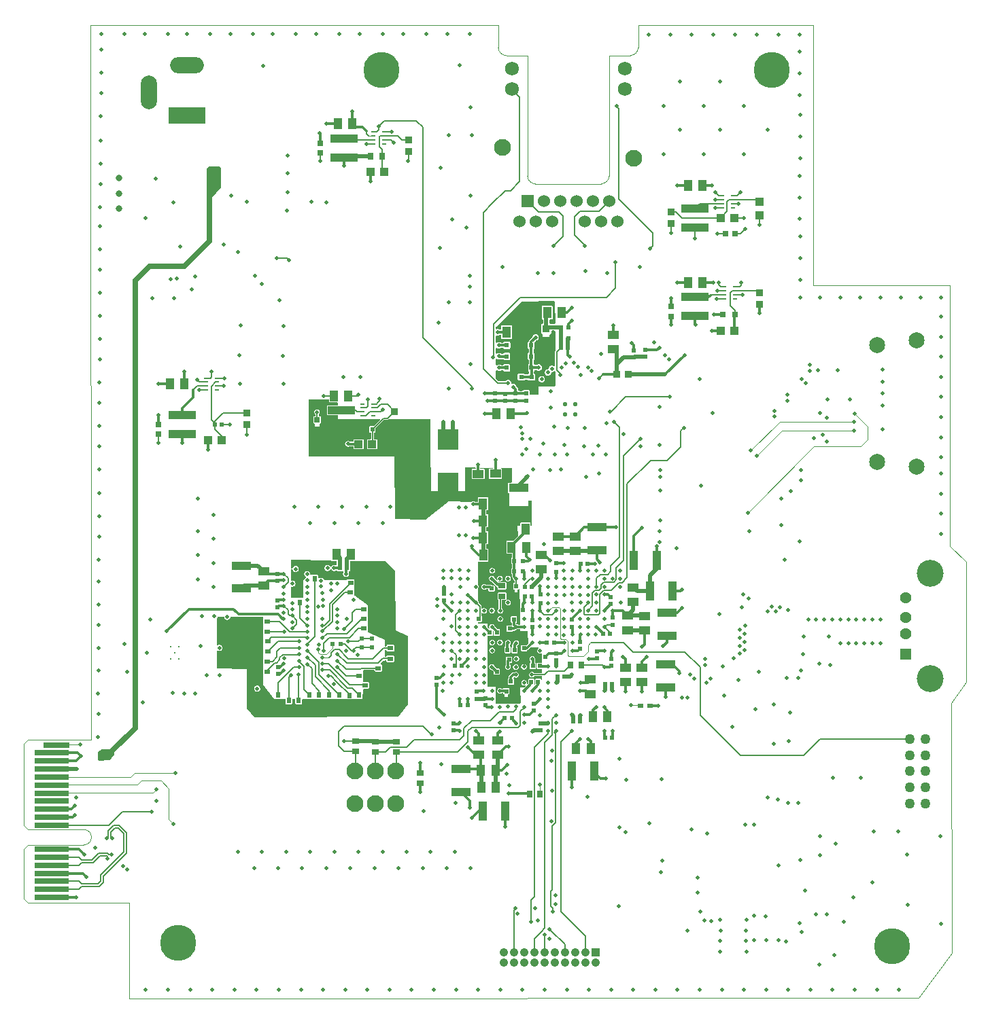
<source format=gbr>
G04 #@! TF.GenerationSoftware,KiCad,Pcbnew,(7.0.0)*
G04 #@! TF.CreationDate,2024-09-25T23:02:18+02:00*
G04 #@! TF.ProjectId,FPGA_dev_board,46504741-5f64-4657-965f-626f6172642e,rev?*
G04 #@! TF.SameCoordinates,Original*
G04 #@! TF.FileFunction,Copper,L8,Bot*
G04 #@! TF.FilePolarity,Positive*
%FSLAX46Y46*%
G04 Gerber Fmt 4.6, Leading zero omitted, Abs format (unit mm)*
G04 Created by KiCad (PCBNEW (7.0.0)) date 2024-09-25 23:02:18*
%MOMM*%
%LPD*%
G01*
G04 APERTURE LIST*
G04 #@! TA.AperFunction,ComponentPad*
%ADD10C,4.500000*%
G04 #@! TD*
G04 #@! TA.AperFunction,ComponentPad*
%ADD11C,0.300000*%
G04 #@! TD*
G04 #@! TA.AperFunction,ComponentPad*
%ADD12C,2.100000*%
G04 #@! TD*
G04 #@! TA.AperFunction,ComponentPad*
%ADD13R,1.530000X1.530000*%
G04 #@! TD*
G04 #@! TA.AperFunction,ComponentPad*
%ADD14C,1.530000*%
G04 #@! TD*
G04 #@! TA.AperFunction,ComponentPad*
%ADD15C,1.725000*%
G04 #@! TD*
G04 #@! TA.AperFunction,ComponentPad*
%ADD16R,4.600000X2.000000*%
G04 #@! TD*
G04 #@! TA.AperFunction,ComponentPad*
%ADD17O,4.200000X2.000000*%
G04 #@! TD*
G04 #@! TA.AperFunction,ComponentPad*
%ADD18O,2.000000X4.200000*%
G04 #@! TD*
G04 #@! TA.AperFunction,ComponentPad*
%ADD19R,1.060000X1.060000*%
G04 #@! TD*
G04 #@! TA.AperFunction,ComponentPad*
%ADD20C,1.060000*%
G04 #@! TD*
G04 #@! TA.AperFunction,ComponentPad*
%ADD21C,1.995000*%
G04 #@! TD*
G04 #@! TA.AperFunction,ComponentPad*
%ADD22C,1.270000*%
G04 #@! TD*
G04 #@! TA.AperFunction,ComponentPad*
%ADD23R,1.428000X1.428000*%
G04 #@! TD*
G04 #@! TA.AperFunction,ComponentPad*
%ADD24C,1.428000*%
G04 #@! TD*
G04 #@! TA.AperFunction,ComponentPad*
%ADD25C,3.346000*%
G04 #@! TD*
G04 #@! TA.AperFunction,ConnectorPad*
%ADD26R,3.200000X0.700000*%
G04 #@! TD*
G04 #@! TA.AperFunction,ConnectorPad*
%ADD27R,4.300000X0.700000*%
G04 #@! TD*
G04 #@! TA.AperFunction,ComponentPad*
%ADD28C,0.550000*%
G04 #@! TD*
G04 #@! TA.AperFunction,SMDPad,CuDef*
%ADD29R,1.420000X1.080000*%
G04 #@! TD*
G04 #@! TA.AperFunction,SMDPad,CuDef*
%ADD30R,0.711200X0.711200*%
G04 #@! TD*
G04 #@! TA.AperFunction,SMDPad,CuDef*
%ADD31R,0.560000X0.600000*%
G04 #@! TD*
G04 #@! TA.AperFunction,SMDPad,CuDef*
%ADD32R,0.700000X0.600000*%
G04 #@! TD*
G04 #@! TA.AperFunction,SMDPad,CuDef*
%ADD33R,0.508000X0.609600*%
G04 #@! TD*
G04 #@! TA.AperFunction,SMDPad,CuDef*
%ADD34R,1.100000X1.000000*%
G04 #@! TD*
G04 #@! TA.AperFunction,SMDPad,CuDef*
%ADD35R,0.549999X0.249999*%
G04 #@! TD*
G04 #@! TA.AperFunction,SMDPad,CuDef*
%ADD36R,0.600000X0.560000*%
G04 #@! TD*
G04 #@! TA.AperFunction,SMDPad,CuDef*
%ADD37R,0.600000X0.700000*%
G04 #@! TD*
G04 #@! TA.AperFunction,SMDPad,CuDef*
%ADD38R,2.489200X1.066800*%
G04 #@! TD*
G04 #@! TA.AperFunction,SMDPad,CuDef*
%ADD39R,1.080000X1.420000*%
G04 #@! TD*
G04 #@! TA.AperFunction,SMDPad,CuDef*
%ADD40R,0.812800X0.863600*%
G04 #@! TD*
G04 #@! TA.AperFunction,SMDPad,CuDef*
%ADD41R,0.540000X0.600000*%
G04 #@! TD*
G04 #@! TA.AperFunction,SMDPad,CuDef*
%ADD42R,0.900000X0.700000*%
G04 #@! TD*
G04 #@! TA.AperFunction,SMDPad,CuDef*
%ADD43R,0.600000X0.540000*%
G04 #@! TD*
G04 #@! TA.AperFunction,SMDPad,CuDef*
%ADD44R,0.609600X0.508000*%
G04 #@! TD*
G04 #@! TA.AperFunction,SMDPad,CuDef*
%ADD45R,0.475000X0.500000*%
G04 #@! TD*
G04 #@! TA.AperFunction,SMDPad,CuDef*
%ADD46R,0.965200X0.939800*%
G04 #@! TD*
G04 #@! TA.AperFunction,SMDPad,CuDef*
%ADD47R,3.400000X0.980000*%
G04 #@! TD*
G04 #@! TA.AperFunction,SMDPad,CuDef*
%ADD48R,0.490000X0.600000*%
G04 #@! TD*
G04 #@! TA.AperFunction,SMDPad,CuDef*
%ADD49R,1.066800X2.489200*%
G04 #@! TD*
G04 #@! TA.AperFunction,SMDPad,CuDef*
%ADD50R,0.755599X0.799998*%
G04 #@! TD*
G04 #@! TA.AperFunction,SMDPad,CuDef*
%ADD51R,0.939800X0.965200*%
G04 #@! TD*
G04 #@! TA.AperFunction,SMDPad,CuDef*
%ADD52R,2.499995X2.560396*%
G04 #@! TD*
G04 #@! TA.AperFunction,SMDPad,CuDef*
%ADD53R,0.650000X0.900000*%
G04 #@! TD*
G04 #@! TA.AperFunction,SMDPad,CuDef*
%ADD54R,0.700000X0.900000*%
G04 #@! TD*
G04 #@! TA.AperFunction,SMDPad,CuDef*
%ADD55R,1.000000X1.100000*%
G04 #@! TD*
G04 #@! TA.AperFunction,SMDPad,CuDef*
%ADD56R,0.660400X0.508000*%
G04 #@! TD*
G04 #@! TA.AperFunction,ViaPad*
%ADD57C,0.500000*%
G04 #@! TD*
G04 #@! TA.AperFunction,ViaPad*
%ADD58C,0.800000*%
G04 #@! TD*
G04 #@! TA.AperFunction,Conductor*
%ADD59C,0.350000*%
G04 #@! TD*
G04 #@! TA.AperFunction,Conductor*
%ADD60C,0.500000*%
G04 #@! TD*
G04 #@! TA.AperFunction,Conductor*
%ADD61C,0.200000*%
G04 #@! TD*
G04 #@! TA.AperFunction,Conductor*
%ADD62C,0.150000*%
G04 #@! TD*
G04 #@! TA.AperFunction,Conductor*
%ADD63C,0.100000*%
G04 #@! TD*
G04 #@! TA.AperFunction,Conductor*
%ADD64C,0.700000*%
G04 #@! TD*
G04 #@! TA.AperFunction,Profile*
%ADD65C,0.100000*%
G04 #@! TD*
G04 #@! TA.AperFunction,Profile*
%ADD66C,0.010000*%
G04 #@! TD*
G04 APERTURE END LIST*
D10*
X81640000Y-125240000D03*
D11*
X55420000Y-198590000D03*
X56420000Y-198590000D03*
X55920000Y-197840000D03*
X55420000Y-197090000D03*
X56420000Y-197090000D03*
D12*
X78370000Y-212590000D03*
X80910000Y-212590000D03*
X83450000Y-212590000D03*
D13*
X99833999Y-141559999D03*
D14*
X101866000Y-141560000D03*
X103898000Y-141560000D03*
X105930000Y-141560000D03*
X107962000Y-141560000D03*
X109994000Y-141560000D03*
X98818000Y-144100000D03*
X100850000Y-144100000D03*
X102882000Y-144100000D03*
X106946000Y-144100000D03*
X108978000Y-144100000D03*
X111010000Y-144100000D03*
D15*
X97889000Y-127590000D03*
X97889000Y-125050000D03*
X111939000Y-127590000D03*
X111939000Y-125050000D03*
D12*
X113069000Y-136230000D03*
X96759000Y-134830000D03*
D16*
X57459999Y-130879999D03*
D17*
X57459999Y-124579999D03*
D18*
X52659999Y-127979999D03*
D10*
X56360000Y-233980000D03*
D19*
X108279999Y-235229999D03*
D20*
X108280000Y-236500000D03*
X107010000Y-235230000D03*
X107010000Y-236500000D03*
X105740000Y-235230000D03*
X105740000Y-236500000D03*
X104470000Y-235230000D03*
X104470000Y-236500000D03*
X103200000Y-235230000D03*
X103200000Y-236500000D03*
X101930000Y-235230000D03*
X101930000Y-236500000D03*
X100660000Y-235230000D03*
X100660000Y-236500000D03*
X99390000Y-235230000D03*
X99390000Y-236500000D03*
X98120000Y-235230000D03*
X98120000Y-236500000D03*
X96850000Y-235230000D03*
X96850000Y-236500000D03*
D21*
X143370000Y-174020000D03*
X143370000Y-159520000D03*
X148320000Y-174620000D03*
X148320000Y-158920000D03*
D22*
X149400000Y-216620000D03*
X149400000Y-214620001D03*
X149400000Y-212620000D03*
X149400000Y-210619999D03*
X149400000Y-208620001D03*
X147399999Y-216620000D03*
X147399999Y-214620001D03*
X147399999Y-212620000D03*
X147399999Y-210619999D03*
X147399999Y-208620001D03*
D10*
X145270000Y-234470000D03*
D23*
X146969999Y-197979999D03*
D24*
X146970000Y-195480000D03*
X146970000Y-193480000D03*
X146970000Y-190980000D03*
D25*
X149970000Y-201050000D03*
X149970000Y-187910000D03*
D12*
X78370000Y-216680000D03*
X80910000Y-216680000D03*
X83450000Y-216680000D03*
D10*
X130270000Y-125210000D03*
D26*
X41139999Y-209339999D03*
D27*
X40589999Y-210339999D03*
X40589999Y-211339999D03*
X40589999Y-212339999D03*
X40589999Y-213339999D03*
X40589999Y-214339999D03*
X40589999Y-215339999D03*
X40589999Y-216339999D03*
X40589999Y-217339999D03*
X40589999Y-218339999D03*
X40589999Y-219339999D03*
X40589999Y-222339999D03*
X40589999Y-223339999D03*
X40589999Y-224339999D03*
X40589999Y-225339999D03*
X40589999Y-226339999D03*
X40589999Y-227339999D03*
X40589999Y-228339999D03*
D28*
X105795000Y-166885000D03*
X105795000Y-168135000D03*
X104545000Y-166885000D03*
X104545000Y-168135000D03*
D29*
X113009999Y-189704999D03*
X113009999Y-191494999D03*
D30*
X53869999Y-170568799D03*
X53869999Y-169374999D03*
D31*
X101194999Y-198329999D03*
X102064999Y-198329999D03*
D32*
X83869999Y-197269999D03*
X82769999Y-197269999D03*
D31*
X96664999Y-198729999D03*
X97534999Y-198729999D03*
D29*
X112279999Y-195024999D03*
X112279999Y-193234999D03*
D33*
X79189999Y-196063899D03*
X79189999Y-197156099D03*
D34*
X80489997Y-171830001D03*
X78789997Y-171830001D03*
D35*
X61174999Y-163609998D03*
X61174999Y-164109997D03*
X61174999Y-164609999D03*
X61174999Y-165109997D03*
X59824999Y-165109997D03*
X59824999Y-164609999D03*
X59824999Y-164109997D03*
X59824999Y-163609998D03*
D36*
X101469999Y-207514999D03*
X101469999Y-206644999D03*
D37*
X75169999Y-204219999D03*
X75169999Y-203119999D03*
D36*
X108509999Y-198534999D03*
X108509999Y-197664999D03*
D38*
X91529999Y-215202399D03*
X91529999Y-212357599D03*
D29*
X112019999Y-201534999D03*
X112019999Y-199744999D03*
D39*
X95844999Y-212539999D03*
X94054999Y-212539999D03*
D40*
X117709999Y-144348899D03*
X117709999Y-142901099D03*
D29*
X95839999Y-177314999D03*
X95839999Y-175524999D03*
D41*
X98118999Y-160914999D03*
X97254999Y-160914999D03*
D37*
X72649999Y-204209999D03*
X72649999Y-203109999D03*
D35*
X125709999Y-152214000D03*
X125709999Y-152713999D03*
X125709999Y-153214001D03*
X125709999Y-153713999D03*
X124359999Y-153713999D03*
X124359999Y-153214001D03*
X124359999Y-152713999D03*
X124359999Y-152214000D03*
D39*
X102289999Y-155434999D03*
X104079999Y-155434999D03*
D42*
X78409999Y-210169999D03*
X78409999Y-208869999D03*
D39*
X95854999Y-214649999D03*
X94064999Y-214649999D03*
D43*
X98354999Y-166406999D03*
X98354999Y-165542999D03*
D32*
X78899999Y-189099999D03*
X77799999Y-189099999D03*
X78879999Y-190309999D03*
X77779999Y-190309999D03*
D43*
X113072197Y-160998999D03*
X113072197Y-160134999D03*
D29*
X110522197Y-159981999D03*
X110522197Y-158191999D03*
D31*
X100354999Y-190849999D03*
X99484999Y-190849999D03*
X104444999Y-200799999D03*
X103574999Y-200799999D03*
D43*
X99644999Y-166406999D03*
X99644999Y-165542999D03*
D30*
X125709999Y-145624999D03*
X124516199Y-145624999D03*
D39*
X77999999Y-131924999D03*
X76209999Y-131924999D03*
D44*
X99296099Y-187669999D03*
X98203899Y-187669999D03*
D39*
X107694999Y-209789999D03*
X105904999Y-209789999D03*
D43*
X114522197Y-160950999D03*
X114522197Y-160086999D03*
D31*
X96014999Y-195309999D03*
X95144999Y-195309999D03*
D45*
X75547999Y-196739999D03*
X76571999Y-196739999D03*
D43*
X97074999Y-166416999D03*
X97074999Y-165552999D03*
D31*
X97014999Y-206019999D03*
X97884999Y-206019999D03*
X79654997Y-170010001D03*
X80524997Y-170010001D03*
D40*
X84999999Y-135372799D03*
X84999999Y-133924999D03*
D37*
X73329999Y-187509999D03*
X73329999Y-188609999D03*
D29*
X103679999Y-185164999D03*
X103679999Y-183374999D03*
D46*
X110909297Y-163134999D03*
X112407897Y-163134999D03*
D39*
X96084999Y-179279999D03*
X94294999Y-179279999D03*
D31*
X100354999Y-189629999D03*
X99484999Y-189629999D03*
D39*
X97804999Y-182419999D03*
X99594999Y-182419999D03*
D47*
X56869999Y-168189999D03*
X56869999Y-170559999D03*
D35*
X125384999Y-140874998D03*
X125384999Y-141374997D03*
X125384999Y-141874999D03*
X125384999Y-142374997D03*
X124034999Y-142374997D03*
X124034999Y-141874999D03*
X124034999Y-141374997D03*
X124034999Y-140874998D03*
D32*
X66369999Y-196409999D03*
X67469999Y-196409999D03*
D36*
X96009999Y-201084999D03*
X96009999Y-200214999D03*
D31*
X90784999Y-199419999D03*
X91654999Y-199419999D03*
D32*
X80529999Y-192439999D03*
X79429999Y-192439999D03*
D36*
X100649999Y-205034999D03*
X100649999Y-204164999D03*
X105389999Y-193734999D03*
X105389999Y-194604999D03*
D39*
X121604999Y-139624999D03*
X119814999Y-139624999D03*
D29*
X96149999Y-210594999D03*
X96149999Y-208804999D03*
D37*
X71349999Y-204889999D03*
X71349999Y-203789999D03*
D34*
X125559999Y-157713999D03*
X123859999Y-157713999D03*
D47*
X76999999Y-133739999D03*
X76999999Y-136109999D03*
X76639997Y-167645001D03*
X76639997Y-170015001D03*
D37*
X71479999Y-190489999D03*
X71479999Y-191589999D03*
D48*
X61783999Y-169374999D03*
X60869999Y-169374999D03*
D29*
X93719999Y-208754999D03*
X93719999Y-210544999D03*
D31*
X98644999Y-201439999D03*
X97774999Y-201439999D03*
D39*
X77534997Y-165830001D03*
X75744997Y-165830001D03*
D49*
X97072399Y-217569999D03*
X94227599Y-217569999D03*
D36*
X68679999Y-191334999D03*
X68679999Y-192204999D03*
D29*
X66979999Y-189474999D03*
X66979999Y-187684999D03*
D38*
X117209999Y-195712399D03*
X117209999Y-192867599D03*
X64219999Y-189822399D03*
X64219999Y-186977599D03*
D32*
X80539999Y-194839999D03*
X79439999Y-194839999D03*
D29*
X107649999Y-202984999D03*
X107649999Y-201194999D03*
D31*
X102254999Y-196589999D03*
X103124999Y-196589999D03*
D36*
X88549999Y-201864999D03*
X88549999Y-200994999D03*
D49*
X113087599Y-186349999D03*
X115932399Y-186349999D03*
D31*
X106384999Y-206429999D03*
X105514999Y-206429999D03*
D32*
X82359999Y-199759999D03*
X81259999Y-199759999D03*
D29*
X114379999Y-195054999D03*
X114379999Y-193264999D03*
D32*
X83849999Y-198609999D03*
X82749999Y-198609999D03*
D37*
X73899999Y-204209999D03*
X73899999Y-203109999D03*
D29*
X93689999Y-177334999D03*
X93689999Y-175544999D03*
D50*
X124138608Y-155713999D03*
X125694206Y-155713999D03*
D29*
X114109999Y-201534999D03*
X114109999Y-199744999D03*
D37*
X70129999Y-204889999D03*
X70129999Y-203789999D03*
D51*
X102174999Y-157485699D03*
X102174999Y-158984299D03*
D42*
X83499999Y-210229999D03*
X83499999Y-208929999D03*
D32*
X66339999Y-200199999D03*
X67439999Y-200199999D03*
D31*
X77354999Y-187239999D03*
X76484999Y-187239999D03*
D43*
X99064999Y-164356999D03*
X99064999Y-163492999D03*
D39*
X77834999Y-185569999D03*
X76044999Y-185569999D03*
D37*
X68789999Y-204189999D03*
X68789999Y-203089999D03*
D39*
X57094999Y-164359999D03*
X55304999Y-164359999D03*
D33*
X80469999Y-196063899D03*
X80469999Y-197156099D03*
D36*
X93499999Y-203574999D03*
X93499999Y-202704999D03*
D49*
X108182399Y-212569999D03*
X105337599Y-212569999D03*
D31*
X97284999Y-193699999D03*
X98154999Y-193699999D03*
X99436999Y-160924999D03*
X100306999Y-160924999D03*
D36*
X68679999Y-188904999D03*
X68679999Y-188034999D03*
D39*
X97759999Y-168074999D03*
X95969999Y-168074999D03*
D41*
X99454999Y-162304999D03*
X100318999Y-162304999D03*
D39*
X99654999Y-184689999D03*
X97864999Y-184689999D03*
D30*
X117709999Y-155907799D03*
X117709999Y-154713999D03*
D35*
X81999999Y-132924998D03*
X81999999Y-133424997D03*
X81999999Y-133924999D03*
X81999999Y-134424997D03*
X80649999Y-134424997D03*
X80649999Y-133924999D03*
X80649999Y-133424997D03*
X80649999Y-132924998D03*
D37*
X76399999Y-204229999D03*
X76399999Y-203129999D03*
D36*
X94599999Y-203534999D03*
X94599999Y-204404999D03*
X99399999Y-196394999D03*
X99399999Y-197264999D03*
D31*
X98224999Y-197499999D03*
X97354999Y-197499999D03*
D39*
X96094999Y-183519999D03*
X94304999Y-183519999D03*
D36*
X110449999Y-194344999D03*
X110449999Y-193474999D03*
D52*
X89939999Y-176652193D03*
X89939999Y-171307805D03*
D33*
X97189999Y-203736099D03*
X97189999Y-202643899D03*
D31*
X100294999Y-201509999D03*
X101164999Y-201509999D03*
D40*
X64869999Y-169374999D03*
X64869999Y-167927199D03*
D39*
X109794999Y-205839999D03*
X108004999Y-205839999D03*
D42*
X96649999Y-189509999D03*
X96649999Y-190809999D03*
D32*
X80539999Y-193629999D03*
X79439999Y-193629999D03*
D36*
X68769999Y-200514999D03*
X68769999Y-199644999D03*
D29*
X101569999Y-187434999D03*
X101569999Y-185644999D03*
D33*
X98419999Y-190656099D03*
X98419999Y-189563899D03*
D30*
X73639997Y-170023801D03*
X73639997Y-168830001D03*
D36*
X95784999Y-166409999D03*
X95784999Y-165539999D03*
D39*
X96084999Y-181399999D03*
X94294999Y-181399999D03*
D33*
X101439999Y-191646099D03*
X101439999Y-190553899D03*
D34*
X61719999Y-171374999D03*
X60019999Y-171374999D03*
D31*
X94634999Y-193599999D03*
X93764999Y-193599999D03*
D29*
X105749999Y-185154999D03*
X105749999Y-183364999D03*
D36*
X89449999Y-191374999D03*
X89449999Y-190504999D03*
D38*
X108449999Y-185072399D03*
X108449999Y-182227599D03*
D41*
X98118999Y-162334999D03*
X97254999Y-162334999D03*
D53*
X80274999Y-135924999D03*
X81724999Y-135924999D03*
D42*
X86449999Y-212799999D03*
X86449999Y-214099999D03*
D31*
X100494999Y-199489999D03*
X101364999Y-199489999D03*
D36*
X90639999Y-207504999D03*
X90639999Y-206634999D03*
D54*
X101369999Y-215489999D03*
X100069999Y-215489999D03*
D55*
X128709999Y-141624999D03*
X128709999Y-143324999D03*
D30*
X73999999Y-135521899D03*
X73999999Y-134328099D03*
D32*
X66349999Y-198939999D03*
X67449999Y-198939999D03*
D54*
X105209999Y-199339999D03*
X106509999Y-199339999D03*
D31*
X98414999Y-192509999D03*
X99284999Y-192509999D03*
D32*
X66359999Y-195199999D03*
X67459999Y-195199999D03*
D39*
X99021999Y-157884999D03*
X97231999Y-157884999D03*
D36*
X100439999Y-194664999D03*
X100439999Y-193794999D03*
D31*
X98136999Y-159534999D03*
X97266999Y-159534999D03*
D33*
X103399999Y-187776099D03*
X103399999Y-186683899D03*
D56*
X113951199Y-204459999D03*
X115068799Y-204459999D03*
D36*
X103399999Y-197904999D03*
X103399999Y-198774999D03*
D41*
X104017999Y-159839999D03*
X104881999Y-159839999D03*
D34*
X81999999Y-137924999D03*
X80299999Y-137924999D03*
D44*
X99286099Y-186389999D03*
X98193899Y-186389999D03*
D31*
X104041615Y-157274999D03*
X104911615Y-157274999D03*
D36*
X110199999Y-191794999D03*
X110199999Y-190924999D03*
D38*
X98729999Y-180152399D03*
X98729999Y-177307599D03*
D32*
X66359999Y-193929999D03*
X67459999Y-193929999D03*
X80709999Y-201929999D03*
X79609999Y-201929999D03*
D35*
X80639997Y-166830000D03*
X80639997Y-167329999D03*
X80639997Y-167830001D03*
X80639997Y-168329999D03*
X79289997Y-168329999D03*
X79289997Y-167830001D03*
X79289997Y-167329999D03*
X79289997Y-166830000D03*
D31*
X107314999Y-186789999D03*
X106444999Y-186789999D03*
D40*
X83259997Y-169203901D03*
X83259997Y-167756101D03*
D42*
X80869999Y-210209999D03*
X80869999Y-208909999D03*
D39*
X121604999Y-151713999D03*
X119814999Y-151713999D03*
D43*
X100324999Y-164366999D03*
X100324999Y-163502999D03*
D31*
X110354999Y-208409999D03*
X109484999Y-208409999D03*
D37*
X78859999Y-204239999D03*
X78859999Y-203139999D03*
X77629999Y-204249999D03*
X77629999Y-203149999D03*
D32*
X66369999Y-197679999D03*
X67469999Y-197679999D03*
D36*
X110269999Y-198574999D03*
X110269999Y-199444999D03*
D31*
X110094999Y-195489999D03*
X109224999Y-195489999D03*
D39*
X96114999Y-185669999D03*
X94324999Y-185669999D03*
D47*
X120709999Y-153528999D03*
X120709999Y-155898999D03*
D32*
X79939999Y-200749999D03*
X78839999Y-200749999D03*
D31*
X109484999Y-201779999D03*
X110354999Y-201779999D03*
D41*
X104032999Y-158624999D03*
X104896999Y-158624999D03*
D31*
X92364999Y-204399999D03*
X91494999Y-204399999D03*
D36*
X95349999Y-190684999D03*
X95349999Y-189814999D03*
D47*
X120709999Y-142439999D03*
X120709999Y-144809999D03*
D34*
X125559999Y-143624999D03*
X123859999Y-143624999D03*
D31*
X99436999Y-159534999D03*
X100306999Y-159534999D03*
D49*
X115077599Y-190159999D03*
X117922399Y-190159999D03*
D36*
X106339999Y-196474999D03*
X106339999Y-197344999D03*
X97639999Y-195704999D03*
X97639999Y-194834999D03*
D40*
X128709999Y-154437899D03*
X128709999Y-152990099D03*
D38*
X117039999Y-202142399D03*
X117039999Y-199297599D03*
D57*
X95407000Y-201600000D03*
X95432000Y-193575000D03*
X76650000Y-171250000D03*
X99407000Y-195600000D03*
X100382000Y-197625000D03*
X83260000Y-170490000D03*
X96432000Y-203575000D03*
X94444500Y-190637500D03*
X96432000Y-199575000D03*
X96432000Y-194625000D03*
X99382000Y-200625000D03*
X97407000Y-192600000D03*
X89070000Y-178860000D03*
X92470000Y-178610000D03*
X98400000Y-203610000D03*
X96307500Y-187560000D03*
X98432000Y-191575000D03*
X98407000Y-195600000D03*
X131070000Y-233680000D03*
X79780000Y-179670000D03*
X79750000Y-134420000D03*
X46760000Y-120740000D03*
X66910000Y-124690000D03*
X81780000Y-222670000D03*
X109620000Y-213490000D03*
X78780000Y-222670000D03*
X92700000Y-120740000D03*
X46660000Y-136900000D03*
X99432000Y-205575000D03*
X146102659Y-239860000D03*
X122984284Y-120810000D03*
X110432000Y-207625000D03*
X102407000Y-201600000D03*
X144060000Y-165540000D03*
X133770000Y-151340000D03*
X58990000Y-165110000D03*
X69502324Y-198512324D03*
X90407000Y-187575000D03*
X102432000Y-203625000D03*
X110420000Y-197590000D03*
X116240000Y-159800000D03*
X123480000Y-145600000D03*
X96432000Y-193650000D03*
X121040000Y-227740000D03*
X91382000Y-207625000D03*
X92950000Y-184560000D03*
X46620000Y-144700000D03*
X96130000Y-157900000D03*
X108210000Y-186790000D03*
X62450000Y-193370000D03*
X141780000Y-193670000D03*
X43647220Y-215858580D03*
X66105304Y-239860000D03*
X127450000Y-182660000D03*
X125675712Y-120810000D03*
X46550000Y-166690000D03*
X77780000Y-224670000D03*
X92700000Y-150890000D03*
X142810000Y-226460000D03*
X46590000Y-155890000D03*
X74810000Y-141680000D03*
X97450000Y-209560000D03*
X59160000Y-196990000D03*
X57829717Y-239860000D03*
X123860233Y-232471734D03*
X126920000Y-219250000D03*
X44930000Y-225790000D03*
X133960000Y-232640000D03*
X87220000Y-120740000D03*
X106432000Y-195600000D03*
X93407000Y-207575000D03*
X89407000Y-205575000D03*
X97407000Y-191600000D03*
X73754500Y-192076088D03*
X134130000Y-198030000D03*
X142780000Y-196670000D03*
X46690000Y-134030000D03*
X105387500Y-200577500D03*
X95432000Y-187625000D03*
X78950000Y-120740000D03*
X112010000Y-202720000D03*
X60780000Y-183670000D03*
X93190000Y-181410000D03*
X142780000Y-193670000D03*
X151280000Y-220730000D03*
X134390000Y-227450000D03*
X123780000Y-132670000D03*
X104410000Y-196590000D03*
X46570000Y-161290000D03*
X59270000Y-193240000D03*
X104407000Y-197600000D03*
X66770000Y-151900000D03*
X123690000Y-193050000D03*
X136291428Y-153560000D03*
X46590000Y-147570000D03*
X81780000Y-181670000D03*
X126780000Y-135670000D03*
X91432000Y-189630000D03*
X104432000Y-189625000D03*
X109382000Y-192575000D03*
X133770000Y-145957140D03*
X89370000Y-169106097D03*
X44620000Y-223000000D03*
X118490000Y-139630000D03*
X112080000Y-220210000D03*
X101130000Y-150490000D03*
X143780000Y-193670000D03*
X97407000Y-199600000D03*
X95432000Y-203575000D03*
X60020000Y-172550000D03*
X143780000Y-196670000D03*
X143795712Y-153560000D03*
X71780000Y-224670000D03*
X96300000Y-160890000D03*
X128220000Y-204900000D03*
X46560000Y-158760000D03*
X117490000Y-161310000D03*
X81820000Y-167550000D03*
X120292856Y-120810000D03*
X92720000Y-161880000D03*
X69440000Y-191230000D03*
X78220000Y-197610000D03*
X137780000Y-193670000D03*
X151360000Y-180531428D03*
X151330000Y-231620000D03*
X62820000Y-120740000D03*
X141372000Y-213448000D03*
X129580000Y-233690000D03*
X109432000Y-204625000D03*
X46640000Y-142300000D03*
X118517355Y-239860000D03*
X46760000Y-122670000D03*
X126690000Y-190610000D03*
X49630000Y-120740000D03*
X75780000Y-181670000D03*
X133750000Y-143780000D03*
X68863833Y-239860000D03*
X77470000Y-171810000D03*
X88173536Y-239860000D03*
X94444500Y-189637500D03*
X140450000Y-228330000D03*
X106407000Y-192600000D03*
X100419500Y-187612500D03*
X138180000Y-221610000D03*
X118780000Y-126670000D03*
X46730000Y-125540000D03*
X116320000Y-171980000D03*
X121780000Y-129670000D03*
X128070000Y-233690000D03*
X133750000Y-128340000D03*
X98382000Y-200600000D03*
X101966181Y-239860000D03*
X132550000Y-205290000D03*
X132310000Y-239860000D03*
X95432000Y-202600000D03*
X123400000Y-153710000D03*
X135068529Y-239860000D03*
X46520000Y-177990000D03*
X110530000Y-157030000D03*
X116727794Y-197046264D03*
X137510000Y-199400000D03*
X117050000Y-203380000D03*
X58000000Y-152520000D03*
X126080000Y-201200000D03*
X46500000Y-174960000D03*
X90880000Y-216580000D03*
X107483239Y-239860000D03*
X68130000Y-120740000D03*
X73780000Y-179670000D03*
X128730000Y-144520000D03*
X43717220Y-212328580D03*
X55380000Y-151290000D03*
X130540000Y-209220000D03*
X46410000Y-200050000D03*
X135720000Y-230490000D03*
X151340000Y-165975716D03*
X95850000Y-173840000D03*
X73530000Y-120740000D03*
X114120000Y-197130000D03*
X100407000Y-192600000D03*
X123820233Y-233791734D03*
X151340000Y-158471432D03*
X46670000Y-139430000D03*
X60780000Y-180670000D03*
X68920000Y-153880000D03*
X106407000Y-202600000D03*
X133750000Y-141088572D03*
X106432000Y-205625000D03*
X75365000Y-190030000D03*
X151360000Y-183032856D03*
X72415000Y-188830000D03*
X124034413Y-239860000D03*
X95410000Y-194600000D03*
X51920000Y-204050000D03*
X66184122Y-202325878D03*
X69440000Y-190455000D03*
X105070000Y-160960000D03*
X60780000Y-189670000D03*
X68780000Y-224670000D03*
X144070000Y-164030000D03*
X107432000Y-188625000D03*
X63780000Y-222670000D03*
X133750000Y-125648572D03*
X105320000Y-154840000D03*
X99432000Y-191625000D03*
X110241768Y-239860000D03*
X98432000Y-188600000D03*
X140585587Y-239860000D03*
X131058568Y-120810000D03*
X52460000Y-197860000D03*
X116780000Y-135670000D03*
X76780000Y-179670000D03*
X85415007Y-239860000D03*
X133750000Y-122957140D03*
X151360000Y-175528572D03*
X52900000Y-193730000D03*
X116780000Y-129670000D03*
X72950000Y-141640000D03*
X99407000Y-201600000D03*
X72780000Y-222670000D03*
X77139420Y-239860000D03*
X98070000Y-164730000D03*
X126650000Y-153210000D03*
X96290000Y-159530000D03*
X88490500Y-196085522D03*
X129780000Y-132670000D03*
X73639998Y-167850000D03*
X107419500Y-208612500D03*
X144070000Y-162530000D03*
X98407000Y-194600000D03*
X46540000Y-164160000D03*
X43627220Y-228318580D03*
X114910000Y-120810000D03*
X94500000Y-168040000D03*
X91432000Y-191600000D03*
X135780000Y-193670000D03*
X133770000Y-133528572D03*
X109382000Y-202575000D03*
X136250000Y-167950000D03*
X133770000Y-130837140D03*
X132060000Y-233810000D03*
X125340000Y-207070000D03*
X102430000Y-199583388D03*
X65690000Y-120740000D03*
X110830000Y-182220000D03*
X100457000Y-207650000D03*
X105330000Y-156450000D03*
X133790000Y-153560000D03*
X60290000Y-120740000D03*
X104724710Y-239860000D03*
X126090000Y-141860000D03*
X63760000Y-147890000D03*
X86780000Y-224670000D03*
X100432000Y-188625000D03*
X65780000Y-224670000D03*
X116990000Y-160730000D03*
X93680000Y-174410000D03*
X137330000Y-195840000D03*
X137827058Y-239860000D03*
X46490000Y-180860000D03*
X58780000Y-182670000D03*
X107444000Y-198611000D03*
X136150000Y-199190000D03*
X99870000Y-175870000D03*
X75780000Y-222670000D03*
X74380891Y-239860000D03*
X138780000Y-193670000D03*
X64090000Y-157070000D03*
X133770000Y-136220000D03*
X151300000Y-153560000D03*
X136160000Y-236720000D03*
X60780000Y-186670000D03*
X133750000Y-231540000D03*
X52160000Y-120740000D03*
X115960000Y-184530000D03*
X62040000Y-164590000D03*
X52312659Y-239860000D03*
X139970000Y-166270000D03*
X133910000Y-200020000D03*
X147220000Y-229230000D03*
X142950000Y-220100000D03*
X104380000Y-186680000D03*
X55071188Y-239860000D03*
X46500000Y-183390000D03*
X98457000Y-198575000D03*
X128367140Y-120810000D03*
X151340000Y-173480000D03*
X147130000Y-223040000D03*
X58780000Y-178670000D03*
X96420000Y-206590000D03*
X129551471Y-239860000D03*
X74760000Y-131930000D03*
X90932065Y-239860000D03*
X76400000Y-120740000D03*
X96420000Y-196560000D03*
X93080000Y-183530000D03*
X90390000Y-197605000D03*
X137200000Y-166250000D03*
X123220000Y-142370000D03*
X124136100Y-199520000D03*
X46390000Y-205450000D03*
X122680000Y-231290000D03*
X139780000Y-193670000D03*
X136780000Y-193670000D03*
X60860000Y-193290000D03*
X138500000Y-162670000D03*
X139780000Y-196670000D03*
X66780000Y-222670000D03*
X46360000Y-208320000D03*
X98382000Y-199625000D03*
X64079904Y-164357712D03*
X151340000Y-170978572D03*
X46710000Y-130940000D03*
X133750000Y-138397140D03*
X122780000Y-157699000D03*
X92780000Y-224670000D03*
X46570000Y-152970000D03*
X74821644Y-224669844D03*
X151340000Y-155970000D03*
X140780000Y-196670000D03*
X138780000Y-196670000D03*
X141294284Y-153560000D03*
X146297140Y-153560000D03*
X124350000Y-203210000D03*
X73829500Y-196829500D03*
X144060000Y-170030000D03*
X138792856Y-153560000D03*
X46380000Y-202920000D03*
X55750000Y-141690000D03*
X103382000Y-193625000D03*
X80310000Y-139100000D03*
X64920000Y-141610000D03*
X94540000Y-165510000D03*
X143344116Y-239860000D03*
X91407000Y-187550000D03*
X46530000Y-172090000D03*
X141780000Y-196670000D03*
X97350000Y-211850000D03*
X121780000Y-135670000D03*
X57070000Y-202970000D03*
X92670000Y-217180000D03*
X137880000Y-213448000D03*
X123830000Y-231120000D03*
X103070000Y-150520000D03*
X131130000Y-224360000D03*
X69490000Y-200055000D03*
X62010000Y-146930000D03*
X151340000Y-160972860D03*
X132360000Y-208830000D03*
X82780000Y-179670000D03*
X82656478Y-239860000D03*
X46460000Y-188990000D03*
X55030000Y-120740000D03*
X122880000Y-167970000D03*
X60588246Y-239860000D03*
X87780000Y-222670000D03*
X101370000Y-189590000D03*
X58780000Y-185670000D03*
X102650000Y-186340000D03*
X93407000Y-196600000D03*
X148798568Y-153560000D03*
X96340000Y-162320000D03*
X46600000Y-150100000D03*
X104420000Y-171980000D03*
X90390000Y-192590000D03*
X126792942Y-239860000D03*
X90780000Y-222670000D03*
X65930000Y-150890000D03*
X69860000Y-142730000D03*
X96407000Y-202600000D03*
X58420000Y-202930000D03*
X71000000Y-120740000D03*
X136040000Y-162660000D03*
X92770000Y-129900000D03*
X76165000Y-194030000D03*
X46430000Y-191860000D03*
X90540000Y-169096097D03*
X89821644Y-224669844D03*
X92720000Y-140860000D03*
X74490000Y-165830002D03*
X69780000Y-222670000D03*
X100407000Y-202600000D03*
X71622362Y-239860000D03*
X111394500Y-187612500D03*
X53860000Y-168230000D03*
X80780000Y-224670000D03*
X81820000Y-120740000D03*
X123820233Y-235131734D03*
X97072400Y-219550500D03*
X57420000Y-120740000D03*
X70565000Y-194030000D03*
X95407000Y-199600000D03*
X84350000Y-120740000D03*
X118780000Y-132670000D03*
X83180000Y-134290000D03*
X151340000Y-168477144D03*
X101382000Y-193625000D03*
X58780000Y-188670000D03*
X62920000Y-140870000D03*
X46520000Y-169560000D03*
X103407000Y-206600000D03*
X123780000Y-126670000D03*
X63996200Y-160810000D03*
X69490000Y-188830000D03*
X115758826Y-239860000D03*
X151360000Y-178030000D03*
X114090000Y-202690000D03*
X101230000Y-162290000D03*
X133770000Y-148648572D03*
X63346775Y-239860000D03*
X53890000Y-164350000D03*
X78780000Y-181670000D03*
X100407000Y-196625000D03*
X112810000Y-159250000D03*
X113000297Y-239860000D03*
X91432000Y-188590000D03*
X109720000Y-150540000D03*
X72794713Y-181642756D03*
X69490000Y-192830000D03*
X69990000Y-138120000D03*
X134780000Y-193670000D03*
X77240000Y-188030000D03*
X115630000Y-159140000D03*
X56140000Y-151240000D03*
X59890000Y-200680000D03*
X93110000Y-179300000D03*
X46440000Y-194390000D03*
X133800000Y-223690000D03*
X140780000Y-193670000D03*
X99394000Y-199586000D03*
X126780000Y-129670000D03*
X144020000Y-167030000D03*
X79897949Y-239860000D03*
X46470000Y-186260000D03*
X99432000Y-194625000D03*
X107030000Y-150310000D03*
X117710000Y-153629000D03*
X108960000Y-160600000D03*
X112090000Y-213660000D03*
X89830000Y-120740000D03*
X69950000Y-135910000D03*
X70794713Y-179642756D03*
X121275884Y-239860000D03*
X93430000Y-191590000D03*
X61500000Y-200640000D03*
X138070000Y-235550000D03*
X75750500Y-201725521D03*
X84780000Y-222670000D03*
X97407000Y-196600000D03*
X92432000Y-190625000D03*
X100840000Y-158540000D03*
X118440000Y-151709000D03*
X109408500Y-194601500D03*
X92407000Y-203600000D03*
X46410000Y-197260000D03*
X46740000Y-128070000D03*
X131450000Y-181940000D03*
X69950000Y-140450000D03*
X73980000Y-133110000D03*
X130520000Y-204290000D03*
X151340000Y-163474288D03*
X117601428Y-120810000D03*
X133750000Y-120810000D03*
X83780000Y-224670000D03*
X120240000Y-219870000D03*
X128630000Y-200230000D03*
X121370000Y-230090000D03*
X128690000Y-155529000D03*
X108810000Y-186559500D03*
X122190000Y-220360000D03*
X128060000Y-230660000D03*
X101382000Y-196625000D03*
X99400000Y-202580000D03*
X98432500Y-196632500D03*
X127370000Y-191120000D03*
X117700000Y-156919000D03*
X100407000Y-195575000D03*
X101361921Y-188633502D03*
X120730000Y-156959000D03*
X129520000Y-230680000D03*
X100419500Y-198612500D03*
X123030000Y-155729000D03*
X100432000Y-191600000D03*
X132080000Y-200990000D03*
X78760000Y-165680000D03*
X90450000Y-143860000D03*
X58690000Y-163800000D03*
X69410000Y-160860000D03*
D58*
X49000000Y-140660000D03*
D57*
X69450000Y-157130000D03*
X79030000Y-163510000D03*
X122930000Y-151719000D03*
X123190000Y-141380000D03*
X123450000Y-152699000D03*
X69450000Y-164360000D03*
X122840000Y-139620000D03*
X135480000Y-171090000D03*
D58*
X48980000Y-138700000D03*
D57*
X53130000Y-153680000D03*
X76920000Y-163480000D03*
X77980000Y-130410000D03*
X90040000Y-164914998D03*
X57100000Y-162820000D03*
X79950000Y-166270000D03*
X90000000Y-154170000D03*
D58*
X48960000Y-142470000D03*
D57*
X92875000Y-133315000D03*
X58440000Y-150970000D03*
X88950000Y-147420000D03*
X119050000Y-192280000D03*
X111270000Y-219580000D03*
X121850000Y-231200000D03*
X121420000Y-176990000D03*
X137070000Y-168570000D03*
X114120000Y-182270000D03*
X136570000Y-170650000D03*
X103432000Y-201600000D03*
X111280000Y-211020000D03*
X102610000Y-175050000D03*
X106920000Y-172130000D03*
X116340000Y-175890000D03*
X131870000Y-186230000D03*
X106432000Y-191575000D03*
X119400000Y-160730000D03*
X146040000Y-220120000D03*
X103970000Y-174980000D03*
X107166847Y-175888173D03*
X136220000Y-220750000D03*
X131460000Y-178610000D03*
X121290000Y-163740000D03*
X108770000Y-175520000D03*
X102407000Y-206600000D03*
X96725000Y-149790000D03*
X109407000Y-207600000D03*
X119110000Y-189950000D03*
X109432000Y-199625000D03*
X114690000Y-198380000D03*
X121040000Y-225870000D03*
X106394500Y-208587500D03*
X91350000Y-124590000D03*
X102750000Y-165290000D03*
X105330000Y-214590000D03*
X116150000Y-204430000D03*
X101407000Y-192600000D03*
X94890000Y-166410000D03*
X127020000Y-233760000D03*
X137100000Y-230490000D03*
X126510500Y-192160000D03*
X43470000Y-216919080D03*
X113880000Y-172150000D03*
X103369500Y-199587500D03*
X105407000Y-197600000D03*
X106388500Y-187601500D03*
X132580000Y-177660000D03*
X139230000Y-231380000D03*
X98432000Y-206625000D03*
X111710000Y-198320000D03*
X101407000Y-203600000D03*
X113810000Y-149780000D03*
X108407000Y-194600000D03*
X137130000Y-171540000D03*
X125490000Y-198540000D03*
X76980000Y-208860000D03*
X84990000Y-136540000D03*
X108407000Y-204600000D03*
X110432000Y-192625000D03*
X109432000Y-190600000D03*
X111760000Y-170550000D03*
X128020000Y-219270000D03*
X109382000Y-197575000D03*
X97460000Y-215380000D03*
X118700000Y-200410000D03*
X43440000Y-218090000D03*
X103400000Y-188560000D03*
X118420000Y-184800000D03*
X49950000Y-200220000D03*
X110432000Y-202625000D03*
X74000000Y-136590000D03*
X86440000Y-215230000D03*
X105382000Y-205575000D03*
X99800000Y-167990000D03*
X105407000Y-195575000D03*
X89000000Y-137380000D03*
X127080000Y-235140000D03*
X89070000Y-211730000D03*
X88730000Y-156710000D03*
X127070000Y-232440000D03*
X76990000Y-137160000D03*
X136230000Y-223080000D03*
X106432000Y-201575000D03*
X102883485Y-210012077D03*
X103432000Y-192575000D03*
X127100000Y-231120000D03*
X100570000Y-174970000D03*
X133580000Y-200990000D03*
X134230000Y-195830000D03*
X116350000Y-181350000D03*
X49640000Y-196790000D03*
X44200000Y-210760000D03*
X60220000Y-139680000D03*
X60190000Y-138780000D03*
X47540000Y-210800000D03*
X60710000Y-139210000D03*
X46030000Y-222110000D03*
X61210000Y-137880000D03*
X47100000Y-210250000D03*
X46670000Y-210800000D03*
X61220000Y-138750000D03*
X60680000Y-138310000D03*
X60190000Y-137880000D03*
X47980000Y-210240000D03*
X61250000Y-139650000D03*
X55850000Y-153680000D03*
X68620000Y-148660000D03*
X70160000Y-148930000D03*
X95407000Y-204600000D03*
X62800000Y-169370000D03*
X91407000Y-192600000D03*
X92920000Y-218440000D03*
X94382000Y-202575000D03*
X69465000Y-189630000D03*
X94432000Y-194625000D03*
X77215000Y-197630000D03*
X69490000Y-192030000D03*
X53870000Y-171700000D03*
X76165000Y-194830000D03*
X91407000Y-203600000D03*
X75765000Y-187280000D03*
X91407000Y-195600000D03*
X92407000Y-198600000D03*
X78650000Y-198070500D03*
X70565000Y-193230000D03*
X56870000Y-171670000D03*
X89440000Y-189630000D03*
X91407000Y-206600000D03*
X55690000Y-202860000D03*
X69490000Y-199230000D03*
X70565000Y-194830000D03*
X77310000Y-193580000D03*
X92420000Y-209610000D03*
X89390000Y-200580000D03*
X96350000Y-207640000D03*
X61470000Y-197240000D03*
X69490000Y-188030000D03*
X78194479Y-191229500D03*
X64880000Y-170650000D03*
X100075715Y-186239500D03*
X102720000Y-167280000D03*
X109710000Y-169270000D03*
X100350000Y-157880000D03*
X100740000Y-165240000D03*
X98030000Y-163530000D03*
X116250000Y-167200000D03*
X126920000Y-145030000D03*
X102380000Y-160170000D03*
X126740000Y-143640000D03*
X117710000Y-145510000D03*
X101820000Y-171780000D03*
X106950000Y-169840000D03*
X120710000Y-146220000D03*
X100200000Y-171190000D03*
X93400000Y-189610000D03*
X95407000Y-188600000D03*
X97420000Y-163270000D03*
X99432000Y-188625000D03*
X54930000Y-195180000D03*
X69490000Y-193605000D03*
X77480000Y-196450000D03*
X62490000Y-196600000D03*
X62490000Y-199060000D03*
X62490000Y-198190000D03*
X62490000Y-197390000D03*
X92130000Y-183200000D03*
X92432000Y-188625000D03*
X92120000Y-179720000D03*
X49449732Y-224401092D03*
X91340000Y-183190000D03*
X92502000Y-187610000D03*
X91330000Y-179740000D03*
X49944708Y-224896068D03*
X110080000Y-167760000D03*
X117530000Y-165970000D03*
X106990000Y-147120000D03*
X103100000Y-147150000D03*
X108710000Y-163670000D03*
X101600000Y-163740000D03*
X103910853Y-163238917D03*
X106420000Y-163190609D03*
X116370000Y-175040000D03*
X102407000Y-188600000D03*
X104407000Y-188625000D03*
X116390000Y-177600000D03*
X105407000Y-187600000D03*
X116300000Y-182700000D03*
X116320000Y-184020000D03*
X105382000Y-188625000D03*
X102407000Y-189625000D03*
X133710000Y-183940000D03*
X133910000Y-176370000D03*
X104382000Y-187600000D03*
X44137220Y-209318580D03*
X107280000Y-215780000D03*
X102394500Y-202587500D03*
X55960000Y-212850000D03*
X132300000Y-216600000D03*
X131000000Y-216120000D03*
X102419500Y-204612500D03*
X102860000Y-218890000D03*
X55770000Y-219190000D03*
X129720000Y-215910000D03*
X53597220Y-214888580D03*
X97570000Y-214350000D03*
X101420500Y-202593139D03*
X53047220Y-217668580D03*
X102407000Y-193600000D03*
X102870000Y-215030000D03*
X48022386Y-223003414D03*
X94432000Y-192625000D03*
X95407000Y-192600000D03*
X47492054Y-223533746D03*
X96407000Y-188600000D03*
X48137220Y-220958580D03*
X47437220Y-220958580D03*
X97407000Y-188600000D03*
X133580000Y-216570000D03*
X53597220Y-216308580D03*
X101407000Y-205600000D03*
X102840000Y-211330000D03*
X107845269Y-162755984D03*
X105603285Y-161696560D03*
X107364435Y-162275150D03*
X106084119Y-162177394D03*
X97420000Y-164240000D03*
X95570000Y-161060000D03*
X110790000Y-149150000D03*
X115090000Y-147450000D03*
X110910000Y-129730000D03*
X104090487Y-162284697D03*
X104571321Y-161803863D03*
X102867295Y-162446461D03*
X102386461Y-162927295D03*
X119060000Y-203480000D03*
X134960000Y-161980000D03*
X102382000Y-194600000D03*
X121990000Y-199340000D03*
X130587967Y-167719859D03*
X107432000Y-195600000D03*
X108357000Y-195550000D03*
X130587967Y-168419859D03*
X121990000Y-198640000D03*
X127300000Y-180370000D03*
X140540000Y-168020000D03*
X105407000Y-196600000D03*
X140510000Y-169040000D03*
X127630000Y-172650000D03*
X106369500Y-193637500D03*
X140460000Y-170150000D03*
X128400000Y-173320000D03*
X107369500Y-193637500D03*
X105382000Y-207575000D03*
X102590000Y-232300000D03*
X102560000Y-233480000D03*
X103310000Y-229200000D03*
X101930000Y-233020000D03*
X100280000Y-231390000D03*
X102382000Y-207575000D03*
X103320000Y-228060000D03*
X96449123Y-239860000D03*
X99207652Y-239860000D03*
X93690594Y-239860000D03*
X103407000Y-205603000D03*
X103382000Y-207575000D03*
X102980000Y-230070000D03*
X101130000Y-231200000D03*
X98340000Y-229710000D03*
X98550000Y-230400000D03*
X100800000Y-229670000D03*
X101421000Y-194586000D03*
X134950000Y-162680000D03*
X119760000Y-203480000D03*
X122631799Y-201041467D03*
X133954834Y-163694834D03*
X104382000Y-193625000D03*
X104407000Y-194600000D03*
X134485166Y-164225166D03*
X122101467Y-201571799D03*
X92230000Y-144840000D03*
X123650000Y-151750000D03*
X92650000Y-152180000D03*
X92690000Y-154160000D03*
X123230000Y-140450000D03*
X60490000Y-162790000D03*
X90030000Y-133310000D03*
X116550000Y-213630000D03*
X101390000Y-214280000D03*
X115010000Y-219130000D03*
X99432000Y-193625000D03*
X112760000Y-204360000D03*
X81380000Y-166220000D03*
X52280000Y-143650000D03*
X56560000Y-147180000D03*
X126400000Y-151700000D03*
X126360000Y-140420000D03*
X62130000Y-163620000D03*
X53510000Y-138720000D03*
X82910000Y-132920000D03*
X72440000Y-197630000D03*
X95420000Y-197560000D03*
X90415000Y-200605000D03*
X74315000Y-198455000D03*
X93407000Y-198600000D03*
X72440000Y-198430000D03*
X71365000Y-198030000D03*
X94407000Y-199600000D03*
X90407000Y-201600000D03*
X76165000Y-198830000D03*
X95440000Y-196577000D03*
X71365000Y-198830000D03*
X76165000Y-199630000D03*
X92395000Y-199580000D03*
X71365000Y-199630000D03*
X89250000Y-202590000D03*
X94440000Y-200605000D03*
X75040000Y-200760000D03*
X72415000Y-199255000D03*
X94430000Y-198600000D03*
X74315000Y-196030000D03*
X93394500Y-197587500D03*
X89394500Y-201612500D03*
X74315000Y-199230000D03*
X74440000Y-197630500D03*
X89407000Y-199575000D03*
X71290000Y-200520000D03*
X90407000Y-198600000D03*
X74315000Y-200005000D03*
X94432000Y-201600000D03*
X71365000Y-197230000D03*
X94419500Y-195587500D03*
X91415000Y-200555000D03*
X76140000Y-198005000D03*
X91420000Y-198590000D03*
X72440000Y-196830000D03*
X91432000Y-197625000D03*
X77020000Y-194850000D03*
X70360000Y-200650000D03*
X93382500Y-192605000D03*
X71365000Y-196430000D03*
X72390000Y-194430000D03*
X89394500Y-197587500D03*
X72390000Y-195230000D03*
X92432000Y-197600000D03*
X92432000Y-195600000D03*
X72415000Y-196030000D03*
X69540000Y-195230000D03*
X92407000Y-196625000D03*
X108407000Y-189600000D03*
X110610000Y-169050000D03*
X108394500Y-191612500D03*
X107990000Y-173110000D03*
X103382000Y-191625000D03*
X101910000Y-184290000D03*
X107382000Y-192600000D03*
X113920000Y-171160000D03*
X104394500Y-190637500D03*
X104790000Y-173130000D03*
X96432000Y-192625000D03*
X103369500Y-190637500D03*
X103250000Y-173130000D03*
X105394500Y-190612500D03*
X101400000Y-173130000D03*
X105394500Y-191612500D03*
X99160000Y-173150000D03*
X109560000Y-173100000D03*
X106394500Y-189612500D03*
X133930000Y-175050000D03*
X101407000Y-197600000D03*
X105408500Y-189598500D03*
X100400000Y-200590000D03*
X86440000Y-211550000D03*
X88820000Y-207160000D03*
X96407000Y-204600000D03*
X116580000Y-223750000D03*
X107382000Y-194625000D03*
X106382000Y-194650000D03*
X116470000Y-225220000D03*
X119740000Y-232450000D03*
X104382000Y-195625000D03*
X103446000Y-194614000D03*
X111220000Y-229430000D03*
X74360000Y-192030000D03*
X93432000Y-195600000D03*
X91419500Y-193587500D03*
X72415000Y-191230000D03*
X93440000Y-200605000D03*
X74293434Y-194480000D03*
X74293434Y-195180000D03*
X93440000Y-201575500D03*
X74315000Y-193630000D03*
X91419500Y-194612500D03*
X92444500Y-194637500D03*
X70590000Y-192455000D03*
X75370000Y-189230000D03*
X92400000Y-191590000D03*
X89394500Y-193587500D03*
X74315000Y-190430000D03*
X90394500Y-194587500D03*
X74381811Y-191230000D03*
X72440000Y-190430000D03*
X89419500Y-192587500D03*
X89419500Y-195587500D03*
X76160000Y-192420000D03*
X92419500Y-193587500D03*
X70565000Y-191630000D03*
X89394500Y-196587500D03*
X76165000Y-193230000D03*
X72390000Y-193630500D03*
X93432000Y-194625000D03*
X92432000Y-192625000D03*
X70965000Y-187405000D03*
X74940000Y-187280000D03*
X90407000Y-188575000D03*
X74152875Y-188880000D03*
X88557000Y-191200000D03*
X88557000Y-192000000D03*
X74152875Y-189580000D03*
X70570000Y-189230000D03*
X90394500Y-190562500D03*
X89365000Y-188555000D03*
X72390000Y-189630000D03*
X89394500Y-187587500D03*
X72415000Y-188030000D03*
X76170000Y-189230000D03*
X90426000Y-191591000D03*
X120112512Y-200562512D03*
X132215194Y-165717338D03*
X103407000Y-195600000D03*
X132215194Y-166417338D03*
X102432000Y-195575000D03*
X120607488Y-201057488D03*
X102394500Y-191637500D03*
X99670000Y-172470000D03*
X102382000Y-192625000D03*
X97432000Y-204575000D03*
X87930000Y-208050000D03*
X102407000Y-190600000D03*
X98995000Y-169785000D03*
X103120000Y-169700000D03*
X103410000Y-189600000D03*
X98432000Y-204575000D03*
X99407000Y-204600000D03*
X104432000Y-192625000D03*
X99190000Y-171220000D03*
X129760000Y-192650000D03*
X106382000Y-190625000D03*
X99190000Y-170480000D03*
X105407000Y-192600000D03*
X86890000Y-217540000D03*
X81290000Y-132210000D03*
X92900000Y-164930000D03*
X126880000Y-195480000D03*
X111407000Y-189600000D03*
X107407000Y-189625000D03*
X104810000Y-169790000D03*
X119290000Y-169800000D03*
X107394500Y-191612500D03*
X126290000Y-196000000D03*
X109407000Y-189600000D03*
X107432000Y-190625000D03*
X108630000Y-172020000D03*
X108407000Y-190600000D03*
X126870000Y-196470000D03*
X99432000Y-206600000D03*
X97240000Y-212960000D03*
X110407000Y-188625000D03*
X126300000Y-194970000D03*
X126910000Y-194460000D03*
X111407000Y-188600000D03*
X109407000Y-193600000D03*
X126300000Y-197970000D03*
X108382000Y-192600000D03*
X126870000Y-197480000D03*
X111432000Y-191600000D03*
X126270000Y-196980000D03*
X109432000Y-188600000D03*
X130260000Y-192130000D03*
X130750000Y-192650000D03*
X109432000Y-187575000D03*
X108407000Y-187575000D03*
X131260000Y-192160000D03*
X107407000Y-187575000D03*
X132270000Y-192490000D03*
X72421858Y-192780000D03*
X90419500Y-196612500D03*
X91407000Y-196575000D03*
X72421858Y-192080000D03*
X73790000Y-197430000D03*
D59*
X99400000Y-195607000D02*
X99407000Y-195600000D01*
X95407000Y-201600000D02*
X95495000Y-201600000D01*
X97497000Y-192510000D02*
X97407000Y-192600000D01*
X93690000Y-177390000D02*
X92470000Y-178610000D01*
X96432000Y-198963000D02*
X96665000Y-198730000D01*
D60*
X96785000Y-181400000D02*
X97805000Y-182420000D01*
D59*
X93690000Y-177335000D02*
X93690000Y-177390000D01*
X94660000Y-193575000D02*
X94635000Y-193600000D01*
D60*
X97482400Y-181400000D02*
X98730000Y-180152400D01*
D59*
X76650000Y-170025004D02*
X76639998Y-170015002D01*
X96432000Y-194625000D02*
X96432000Y-194553000D01*
X100382000Y-197625000D02*
X100490000Y-197625000D01*
X97615000Y-195600000D02*
X97530000Y-195685000D01*
X98432000Y-191575000D02*
X98432000Y-190765900D01*
X96432000Y-203575000D02*
X97028900Y-203575000D01*
X98432000Y-190765900D02*
X98386100Y-190720000D01*
X98415000Y-192510000D02*
X97497000Y-192510000D01*
X95432000Y-193575000D02*
X94660000Y-193575000D01*
X94444500Y-190637500D02*
X95302500Y-190637500D01*
D60*
X96115000Y-185670000D02*
X96115000Y-177590000D01*
X93690000Y-177335000D02*
X95820000Y-177335000D01*
D59*
X95495000Y-201600000D02*
X96010000Y-201085000D01*
D60*
X96085000Y-181400000D02*
X97482400Y-181400000D01*
D59*
X99400000Y-196395000D02*
X99400000Y-195607000D01*
D60*
X95820000Y-177335000D02*
X95840000Y-177315000D01*
D59*
X99370000Y-195637000D02*
X99407000Y-195600000D01*
D61*
X96115000Y-187367500D02*
X96115000Y-185670000D01*
D59*
X96432000Y-194553000D02*
X97285000Y-193700000D01*
X83259998Y-169203902D02*
X83259998Y-170499998D01*
D60*
X89940000Y-176781948D02*
X89940000Y-176652194D01*
D59*
X98302000Y-195705000D02*
X98407000Y-195600000D01*
X95302500Y-190637500D02*
X95350000Y-190685000D01*
X89940000Y-177990000D02*
X89070000Y-178860000D01*
D60*
X96115000Y-177590000D02*
X95840000Y-177315000D01*
D61*
X96307500Y-187560000D02*
X96115000Y-187367500D01*
D59*
X96432000Y-199575000D02*
X96432000Y-198963000D01*
X76644998Y-170010002D02*
X76639998Y-170015002D01*
X76650000Y-171260000D02*
X76650000Y-170025004D01*
D60*
X96085000Y-181400000D02*
X96785000Y-181400000D01*
D59*
X100490000Y-197625000D02*
X101195000Y-198330000D01*
X89940000Y-176652194D02*
X89940000Y-177990000D01*
X97028900Y-203575000D02*
X97190000Y-203736100D01*
X97640000Y-195705000D02*
X98302000Y-195705000D01*
D61*
X90930000Y-198145000D02*
X90390000Y-197605000D01*
D59*
X98203900Y-187670000D02*
X98203900Y-186400000D01*
X95785000Y-165540000D02*
X99642000Y-165540000D01*
X105390000Y-193617000D02*
X106407000Y-192600000D01*
X100407000Y-193762000D02*
X100440000Y-193795000D01*
X106407000Y-202600000D02*
X107165000Y-202600000D01*
X93690000Y-174420000D02*
X93680000Y-174410000D01*
X96035000Y-195390000D02*
X96035000Y-195225000D01*
X92950000Y-184560000D02*
X92950000Y-184850000D01*
X97267000Y-159535000D02*
X96295000Y-159535000D01*
D62*
X98420000Y-188612000D02*
X98432000Y-188600000D01*
D59*
X113072198Y-160135000D02*
X113072198Y-159512198D01*
X117210000Y-195712400D02*
X117210000Y-196564058D01*
X110420000Y-197590000D02*
X110270000Y-197740000D01*
X109382000Y-192575000D02*
X109420000Y-192575000D01*
X113072198Y-159512198D02*
X112810000Y-159250000D01*
X80300000Y-139090000D02*
X80310000Y-139100000D01*
D60*
X89370000Y-171293903D02*
X89370000Y-169106097D01*
D59*
X107444000Y-198611000D02*
X108434000Y-198611000D01*
D62*
X79289998Y-168330000D02*
X79690000Y-168330000D01*
D60*
X113465000Y-190160000D02*
X113010000Y-189705000D01*
D59*
X104080000Y-155435000D02*
X104725000Y-155435000D01*
X110432000Y-207625000D02*
X110432000Y-208333000D01*
X99595000Y-182745000D02*
X99595000Y-182420000D01*
D60*
X105165000Y-200800000D02*
X105387500Y-200577500D01*
D61*
X100432000Y-188625000D02*
X100185000Y-188625000D01*
D59*
X115932400Y-186350000D02*
X115932400Y-184557600D01*
X89407000Y-205575000D02*
X88550000Y-204718000D01*
X108182400Y-212792400D02*
X108890000Y-213500000D01*
X94570000Y-165540000D02*
X94540000Y-165510000D01*
X100325000Y-163503000D02*
X100325000Y-162311000D01*
X69440000Y-191230000D02*
X68785000Y-191230000D01*
X102490000Y-197905000D02*
X102065000Y-198330000D01*
X100319000Y-162305000D02*
X100319000Y-159547000D01*
X95840000Y-173850000D02*
X95850000Y-173840000D01*
X43605800Y-228340000D02*
X43627220Y-228318580D01*
X97865000Y-184475000D02*
X99595000Y-182745000D01*
D60*
X66980000Y-189475000D02*
X64567400Y-189475000D01*
D59*
X99767000Y-197265000D02*
X100407000Y-196625000D01*
X94295000Y-183530000D02*
X94305000Y-183520000D01*
X96035000Y-195225000D02*
X95410000Y-194600000D01*
D60*
X112280000Y-195025000D02*
X114350000Y-195025000D01*
D61*
X124516200Y-145625000D02*
X123505000Y-145625000D01*
D59*
X98432000Y-188600000D02*
X98203900Y-188371900D01*
D60*
X43705800Y-212340000D02*
X43717220Y-212328580D01*
D59*
X109420000Y-192575000D02*
X110200000Y-191795000D01*
X97232000Y-157885000D02*
X96145000Y-157885000D01*
X94535000Y-168075000D02*
X94500000Y-168040000D01*
X69490000Y-188830000D02*
X68755000Y-188830000D01*
X104882000Y-159840000D02*
X104882000Y-160772000D01*
X80300000Y-137925000D02*
X80300000Y-139090000D01*
X107695000Y-208888000D02*
X107419500Y-208612500D01*
X97185000Y-209560000D02*
X96150000Y-210595000D01*
X104882000Y-160772000D02*
X105070000Y-160960000D01*
X107695000Y-209790000D02*
X107695000Y-208888000D01*
D61*
X90785000Y-199420000D02*
X90930000Y-199275000D01*
D60*
X100592000Y-207515000D02*
X100457000Y-207650000D01*
D59*
X100315000Y-163493000D02*
X100325000Y-163503000D01*
X78789998Y-171830002D02*
X77490002Y-171830002D01*
X100407000Y-202586500D02*
X101165000Y-201828500D01*
X44480000Y-225340000D02*
X44930000Y-225790000D01*
X74765000Y-131925000D02*
X74760000Y-131930000D01*
D61*
X125710000Y-153214002D02*
X126645998Y-153214002D01*
D59*
X114380000Y-195055000D02*
X114380000Y-196870000D01*
X99400000Y-197265000D02*
X99767000Y-197265000D01*
D60*
X94325000Y-185670000D02*
X94325000Y-179310000D01*
X115077600Y-190160000D02*
X113465000Y-190160000D01*
D61*
X124360000Y-153714000D02*
X123404000Y-153714000D01*
D60*
X96150000Y-210595000D02*
X96150000Y-212235000D01*
D59*
X101165000Y-201828500D02*
X101165000Y-201510000D01*
X102430000Y-199583388D02*
X101458388Y-199583388D01*
X100110000Y-205575000D02*
X100650000Y-205035000D01*
X101370000Y-190483900D02*
X101440000Y-190553900D01*
X108210000Y-186790000D02*
X107315000Y-186790000D01*
X119815000Y-139625000D02*
X118495000Y-139625000D01*
D60*
X115932400Y-187313154D02*
X115932400Y-186350000D01*
D59*
X93770000Y-185670000D02*
X94325000Y-185670000D01*
X100319000Y-159547000D02*
X100307000Y-159535000D01*
X95172500Y-189637500D02*
X95350000Y-189815000D01*
D61*
X96325000Y-160915000D02*
X96300000Y-160890000D01*
D59*
X123860000Y-157714000D02*
X122795000Y-157714000D01*
D62*
X80189998Y-167830002D02*
X80639998Y-167830002D01*
D61*
X89450000Y-191375000D02*
X89450000Y-191650000D01*
D59*
X114522198Y-160087000D02*
X115953000Y-160087000D01*
X115932400Y-184557600D02*
X115960000Y-184530000D01*
X98355000Y-165015000D02*
X98070000Y-164730000D01*
X93720000Y-207888000D02*
X93407000Y-207575000D01*
X90665000Y-207530000D02*
X90640000Y-207505000D01*
X98193900Y-186390000D02*
X98193900Y-185018900D01*
D61*
X109610000Y-213500000D02*
X109620000Y-213490000D01*
D60*
X104445000Y-200800000D02*
X105165000Y-200800000D01*
X115077600Y-188167954D02*
X115932400Y-187313154D01*
D59*
X95970000Y-168075000D02*
X94535000Y-168075000D01*
X100319000Y-162305000D02*
X101215000Y-162305000D01*
X104410000Y-196590000D02*
X103125000Y-196590000D01*
D61*
X128710000Y-144500000D02*
X128730000Y-144520000D01*
D59*
X98050000Y-200600000D02*
X98382000Y-200600000D01*
X60020000Y-171375000D02*
X60020000Y-172550000D01*
X99432000Y-190903000D02*
X99485000Y-190850000D01*
X104380000Y-186680000D02*
X103403900Y-186680000D01*
X91382000Y-207625000D02*
X91287000Y-207530000D01*
D60*
X40590000Y-212340000D02*
X43705800Y-212340000D01*
D59*
X77240000Y-188030000D02*
X77240000Y-187355000D01*
D61*
X68770000Y-200515000D02*
X69030000Y-200515000D01*
D62*
X81549998Y-167830002D02*
X80639998Y-167830002D01*
D59*
X114380000Y-196870000D02*
X114120000Y-197130000D01*
X110522198Y-157037802D02*
X110530000Y-157030000D01*
X97255000Y-162335000D02*
X96355000Y-162335000D01*
D60*
X98730000Y-177307600D02*
X98730000Y-177010000D01*
D59*
X98203900Y-186400000D02*
X98193900Y-186390000D01*
X53900000Y-164360000D02*
X53890000Y-164350000D01*
X110822400Y-182227600D02*
X108450000Y-182227600D01*
D61*
X80650000Y-134424998D02*
X79754998Y-134424998D01*
D59*
X92407000Y-204358000D02*
X92365000Y-204400000D01*
X77355000Y-186050000D02*
X77835000Y-185570000D01*
X93610000Y-185510000D02*
X93770000Y-185670000D01*
X104882000Y-158640000D02*
X104897000Y-158625000D01*
X104725000Y-155435000D02*
X105320000Y-154840000D01*
X99065000Y-163493000D02*
X100315000Y-163493000D01*
X114110000Y-201535000D02*
X114110000Y-202670000D01*
X93690000Y-175545000D02*
X93690000Y-174420000D01*
D60*
X106385000Y-206430000D02*
X106385000Y-205672000D01*
X94560000Y-203575000D02*
X94600000Y-203535000D01*
D59*
X97407000Y-198858000D02*
X97535000Y-198730000D01*
X98432000Y-194625000D02*
X98407000Y-194600000D01*
X94275000Y-179300000D02*
X94295000Y-179280000D01*
D62*
X126075000Y-141875000D02*
X126090000Y-141860000D01*
D59*
X43960000Y-222340000D02*
X44620000Y-223000000D01*
X64567400Y-189475000D02*
X64220000Y-189822400D01*
X96407000Y-202600000D02*
X97146100Y-202600000D01*
X105750000Y-183365000D02*
X103690000Y-183365000D01*
X100325000Y-162311000D02*
X100319000Y-162305000D01*
X97775000Y-200875000D02*
X98050000Y-200600000D01*
D62*
X81800000Y-167580000D02*
X81549998Y-167830002D01*
X78220000Y-197610000D02*
X78220000Y-197420000D01*
D59*
X106340000Y-196475000D02*
X106340000Y-195692000D01*
X107165000Y-202600000D02*
X107670000Y-203105000D01*
X96010000Y-200203000D02*
X95407000Y-199600000D01*
D61*
X96355000Y-162335000D02*
X96340000Y-162320000D01*
X110095000Y-195490000D02*
X110095000Y-195288000D01*
D60*
X98730000Y-177010000D02*
X99870000Y-175870000D01*
D59*
X100407000Y-202600000D02*
X100407000Y-202586500D01*
D61*
X73639998Y-167850000D02*
X73639998Y-168830002D01*
D60*
X104376100Y-186683900D02*
X104380000Y-186680000D01*
D59*
X76210000Y-131925000D02*
X74765000Y-131925000D01*
X108434000Y-198611000D02*
X108510000Y-198535000D01*
X93200000Y-181400000D02*
X93190000Y-181410000D01*
X105390000Y-193735000D02*
X105390000Y-193617000D01*
X117040000Y-203370000D02*
X117050000Y-203380000D01*
D61*
X82815000Y-133925000D02*
X82000000Y-133925000D01*
D59*
X99432000Y-194625000D02*
X98432000Y-194625000D01*
D60*
X115077600Y-190160000D02*
X115077600Y-188167954D01*
D59*
X92407000Y-203600000D02*
X92407000Y-204358000D01*
X67550000Y-188905000D02*
X66980000Y-189475000D01*
D61*
X123505000Y-145625000D02*
X123480000Y-145600000D01*
D59*
X93720000Y-208755000D02*
X93720000Y-207888000D01*
X100407000Y-192600000D02*
X100407000Y-193762000D01*
D60*
X106385000Y-205672000D02*
X106432000Y-205625000D01*
D59*
X99285000Y-192510000D02*
X99285000Y-191772000D01*
D60*
X96430000Y-206590000D02*
X96420000Y-206590000D01*
D59*
X77240000Y-187355000D02*
X77355000Y-187240000D01*
X94295000Y-181400000D02*
X93200000Y-181400000D01*
X103400000Y-197905000D02*
X104102000Y-197905000D01*
X96420000Y-206590000D02*
X96990000Y-206020000D01*
X104911616Y-156868384D02*
X105330000Y-156450000D01*
X98155000Y-194348000D02*
X98407000Y-194600000D01*
X68755000Y-188830000D02*
X68680000Y-188905000D01*
X109432000Y-204625000D02*
X109432000Y-204682000D01*
X109432000Y-204682000D02*
X109795000Y-205045000D01*
D61*
X93900000Y-192060000D02*
X93430000Y-191590000D01*
D59*
X118445000Y-151714000D02*
X118440000Y-151709000D01*
D61*
X109665000Y-194345000D02*
X109408500Y-194601500D01*
D62*
X125385000Y-141875000D02*
X126075000Y-141875000D01*
D59*
X94640000Y-203575000D02*
X94600000Y-203535000D01*
X117040000Y-202142400D02*
X117040000Y-203370000D01*
X118495000Y-139625000D02*
X118490000Y-139630000D01*
X89450000Y-191650000D02*
X90390000Y-192590000D01*
X97865000Y-184690000D02*
X97865000Y-184475000D01*
X101215000Y-162305000D02*
X101230000Y-162290000D01*
X122795000Y-157714000D02*
X122780000Y-157699000D01*
X93080000Y-183530000D02*
X94295000Y-183530000D01*
X95840000Y-175525000D02*
X95840000Y-173850000D01*
D62*
X97146100Y-202600000D02*
X97190000Y-202643900D01*
D59*
X95855000Y-212550000D02*
X95845000Y-212540000D01*
X112020000Y-201535000D02*
X112020000Y-202710000D01*
X68785000Y-191230000D02*
X68680000Y-191335000D01*
D60*
X90540000Y-171283903D02*
X90540000Y-169096097D01*
D61*
X110095000Y-195288000D02*
X109408500Y-194601500D01*
X90930000Y-199275000D02*
X90930000Y-198145000D01*
D62*
X123220000Y-142370000D02*
X123224998Y-142374998D01*
D59*
X97072400Y-219550500D02*
X97072400Y-217570000D01*
X115953000Y-160087000D02*
X116240000Y-159800000D01*
D61*
X93900000Y-193465000D02*
X93900000Y-192060000D01*
X74490000Y-165830002D02*
X75744998Y-165830002D01*
D60*
X101470000Y-207515000D02*
X100592000Y-207515000D01*
D59*
X100307000Y-159073000D02*
X100840000Y-158540000D01*
X77490002Y-171830002D02*
X77470000Y-171810000D01*
D61*
X97775000Y-201440000D02*
X97775000Y-201207000D01*
D59*
X101570000Y-185645000D02*
X101955000Y-185645000D01*
X88550000Y-204718000D02*
X88550000Y-201865000D01*
D62*
X76572000Y-196740000D02*
X77050000Y-196740000D01*
X77050000Y-196740000D02*
X77920000Y-197610000D01*
D61*
X110450000Y-194345000D02*
X109665000Y-194345000D01*
D59*
X99642000Y-165540000D02*
X99645000Y-165543000D01*
D60*
X95855000Y-214650000D02*
X95855000Y-212550000D01*
D61*
X93765000Y-193600000D02*
X93900000Y-193465000D01*
D59*
X92670000Y-216342400D02*
X91530000Y-215202400D01*
X106340000Y-195692000D02*
X106432000Y-195600000D01*
D61*
X78483900Y-197156100D02*
X79190000Y-197156100D01*
D60*
X94325000Y-179310000D02*
X94295000Y-179280000D01*
D59*
X40590000Y-228340000D02*
X43605800Y-228340000D01*
X55305000Y-164360000D02*
X53900000Y-164360000D01*
X68680000Y-188905000D02*
X67550000Y-188905000D01*
X95845000Y-212540000D02*
X96660000Y-212540000D01*
D61*
X61175000Y-164610000D02*
X62020000Y-164610000D01*
D59*
X101955000Y-185645000D02*
X102650000Y-186340000D01*
X100307000Y-159535000D02*
X100307000Y-159073000D01*
D60*
X114350000Y-195025000D02*
X114380000Y-195055000D01*
D59*
X101370000Y-189590000D02*
X101370000Y-190483900D01*
X97775000Y-201207000D02*
X97775000Y-200875000D01*
D61*
X100185000Y-188625000D02*
X99485000Y-189325000D01*
D59*
X98355000Y-165543000D02*
X98355000Y-165015000D01*
X104911616Y-157275000D02*
X104911616Y-156868384D01*
X112020000Y-202710000D02*
X112010000Y-202720000D01*
X97355000Y-197500000D02*
X97355000Y-196652000D01*
X110432000Y-208333000D02*
X110355000Y-208410000D01*
D61*
X126645998Y-153214002D02*
X126650000Y-153210000D01*
D59*
X93110000Y-179300000D02*
X94275000Y-179300000D01*
X91287000Y-207530000D02*
X90665000Y-207530000D01*
X92950000Y-184850000D02*
X93610000Y-185510000D01*
D62*
X79690000Y-168330000D02*
X80189998Y-167830002D01*
D60*
X109485000Y-202472000D02*
X109382000Y-202575000D01*
D59*
X114110000Y-202670000D02*
X114090000Y-202690000D01*
D60*
X77355000Y-187240000D02*
X77355000Y-186050000D01*
D59*
X99285000Y-191772000D02*
X99432000Y-191625000D01*
D60*
X104882000Y-159840000D02*
X104882000Y-158640000D01*
D59*
X69030000Y-200515000D02*
X69490000Y-200055000D01*
X98155000Y-193700000D02*
X98155000Y-194348000D01*
X99432000Y-205575000D02*
X100110000Y-205575000D01*
X98203900Y-188371900D02*
X98203900Y-187670000D01*
X97407000Y-199600000D02*
X97407000Y-198858000D01*
D62*
X79190000Y-197156100D02*
X80470000Y-197156100D01*
D59*
X106887400Y-182227600D02*
X105750000Y-183365000D01*
D61*
X98420000Y-189563900D02*
X98420000Y-188612000D01*
X108182400Y-212570000D02*
X108182400Y-212792400D01*
D62*
X77920000Y-197610000D02*
X78220000Y-197610000D01*
D59*
X110522198Y-158192000D02*
X110522198Y-157037802D01*
X95432000Y-203575000D02*
X94640000Y-203575000D01*
D61*
X99485000Y-189325000D02*
X99485000Y-189630000D01*
D59*
X97640000Y-194835000D02*
X98172000Y-194835000D01*
D61*
X59825000Y-165109998D02*
X58990002Y-165109998D01*
D59*
X104102000Y-197905000D02*
X104407000Y-197600000D01*
X117210000Y-196564058D02*
X116727794Y-197046264D01*
X92670000Y-217180000D02*
X92670000Y-216342400D01*
D61*
X83180000Y-134290000D02*
X82815000Y-133925000D01*
D62*
X123224998Y-142374998D02*
X124035000Y-142374998D01*
D61*
X96145000Y-157885000D02*
X96130000Y-157900000D01*
D59*
X98193900Y-185018900D02*
X97865000Y-184690000D01*
X40590000Y-222340000D02*
X43960000Y-222340000D01*
D61*
X79754998Y-134424998D02*
X79750000Y-134420000D01*
D59*
X53870000Y-169375000D02*
X53870000Y-168240000D01*
X117710000Y-154714000D02*
X117710000Y-153629000D01*
X97255000Y-160915000D02*
X96325000Y-160915000D01*
D61*
X78220000Y-197420000D02*
X78483900Y-197156100D01*
D59*
X94444500Y-189637500D02*
X95172500Y-189637500D01*
X96010000Y-200215000D02*
X96010000Y-200203000D01*
X110830000Y-182220000D02*
X110822400Y-182227600D01*
X110270000Y-197740000D02*
X110270000Y-198575000D01*
X108890000Y-213500000D02*
X109610000Y-213500000D01*
D61*
X58990002Y-165109998D02*
X58990000Y-165110000D01*
D59*
X93430000Y-191590000D02*
X93397000Y-191590000D01*
D61*
X123404000Y-153714000D02*
X123400000Y-153710000D01*
D59*
X40590000Y-225340000D02*
X44480000Y-225340000D01*
X119815000Y-151714000D02*
X118445000Y-151714000D01*
X103690000Y-183365000D02*
X103680000Y-183375000D01*
X97450000Y-209560000D02*
X97185000Y-209560000D01*
D60*
X93500000Y-203575000D02*
X94560000Y-203575000D01*
D59*
X96150000Y-212235000D02*
X95845000Y-212540000D01*
X53870000Y-168240000D02*
X53860000Y-168230000D01*
D61*
X62020000Y-164610000D02*
X62040000Y-164590000D01*
X96295000Y-159535000D02*
X96290000Y-159530000D01*
D59*
X95785000Y-165540000D02*
X94570000Y-165540000D01*
X108450000Y-182227600D02*
X106887400Y-182227600D01*
X97355000Y-196652000D02*
X97407000Y-196600000D01*
X101458388Y-199583388D02*
X101365000Y-199490000D01*
X109795000Y-205045000D02*
X109795000Y-205840000D01*
X96660000Y-212540000D02*
X97350000Y-211850000D01*
X93397000Y-191590000D02*
X92432000Y-190625000D01*
X74000000Y-134328100D02*
X74000000Y-133130000D01*
X99432000Y-191625000D02*
X99432000Y-190903000D01*
D60*
X109485000Y-201780000D02*
X109485000Y-202472000D01*
D59*
X103400000Y-197905000D02*
X102490000Y-197905000D01*
X98172000Y-194835000D02*
X98407000Y-194600000D01*
D61*
X128710000Y-143325000D02*
X128710000Y-144500000D01*
D59*
X74000000Y-133130000D02*
X73980000Y-133110000D01*
X108450000Y-185072400D02*
X108450000Y-186199500D01*
D60*
X100370000Y-189630000D02*
X101570000Y-188430000D01*
D59*
X120710000Y-155899000D02*
X120710000Y-156939000D01*
X99400000Y-202580000D02*
X100295000Y-201685000D01*
X102220000Y-196625000D02*
X102255000Y-196590000D01*
X123045000Y-155714000D02*
X123030000Y-155729000D01*
X120710000Y-156939000D02*
X120730000Y-156959000D01*
X124138609Y-155714000D02*
X123045000Y-155714000D01*
D60*
X101570000Y-188430000D02*
X101570000Y-187435000D01*
D59*
X100495000Y-199490000D02*
X100495000Y-198688000D01*
X100432000Y-191600000D02*
X100432000Y-190927000D01*
X100440000Y-195542000D02*
X100407000Y-195575000D01*
D60*
X103680000Y-185165000D02*
X108357400Y-185165000D01*
D59*
X117710000Y-156909000D02*
X117700000Y-156919000D01*
X98225000Y-196840000D02*
X98432500Y-196632500D01*
D60*
X108357400Y-185165000D02*
X108450000Y-185072400D01*
D59*
X100295000Y-201685000D02*
X100295000Y-201510000D01*
X101382000Y-196625000D02*
X102220000Y-196625000D01*
X100432000Y-190927000D02*
X100355000Y-190850000D01*
X108450000Y-186199500D02*
X108810000Y-186559500D01*
X100495000Y-198688000D02*
X100419500Y-198612500D01*
X128710000Y-154437900D02*
X128710000Y-155509000D01*
X98225000Y-197500000D02*
X98225000Y-196840000D01*
X128710000Y-155509000D02*
X128690000Y-155529000D01*
D60*
X100355000Y-189630000D02*
X100370000Y-189630000D01*
D59*
X100407000Y-195575000D02*
X100407000Y-194698000D01*
X117710000Y-155907800D02*
X117710000Y-156909000D01*
D61*
X80060000Y-133430000D02*
X79820000Y-133190000D01*
D59*
X79270000Y-132280000D02*
X78355000Y-132280000D01*
X79630000Y-132640000D02*
X79270000Y-132280000D01*
X78355000Y-132280000D02*
X78000000Y-131925000D01*
D61*
X124360000Y-152714000D02*
X123465000Y-152714000D01*
X79289998Y-167330000D02*
X79764997Y-167330000D01*
D59*
X122835000Y-139625000D02*
X122840000Y-139620000D01*
X79810000Y-132820000D02*
X79630000Y-132640000D01*
D61*
X78609998Y-165830002D02*
X78760000Y-165680000D01*
X79764997Y-167330000D02*
X79950000Y-167144997D01*
X79950000Y-167144997D02*
X79950000Y-166270000D01*
D63*
X80065002Y-133424998D02*
X80060000Y-133430000D01*
D61*
X77534998Y-165830002D02*
X78609998Y-165830002D01*
X123465000Y-152714000D02*
X123450000Y-152699000D01*
X58999998Y-164109998D02*
X59825000Y-164109998D01*
D59*
X57095000Y-162825000D02*
X57100000Y-162820000D01*
X57095000Y-164360000D02*
X57095000Y-162825000D01*
X78000000Y-131925000D02*
X78000000Y-130430000D01*
D61*
X58690000Y-163800000D02*
X58999998Y-164109998D01*
X79810000Y-133190000D02*
X79810000Y-132820000D01*
D59*
X78000000Y-130430000D02*
X77980000Y-130410000D01*
D63*
X80650000Y-133424998D02*
X80065002Y-133424998D01*
D62*
X123195002Y-141374998D02*
X123190000Y-141380000D01*
X79820000Y-133190000D02*
X79810000Y-133190000D01*
D59*
X121605000Y-139625000D02*
X122835000Y-139625000D01*
X121605000Y-151714000D02*
X122925000Y-151714000D01*
D62*
X124035000Y-141374998D02*
X123195002Y-141374998D01*
D59*
X122925000Y-151714000D02*
X122930000Y-151719000D01*
D62*
X125346000Y-152714000D02*
X125710000Y-152714000D01*
X125694207Y-155714000D02*
X125694207Y-155184207D01*
D59*
X125560000Y-157714000D02*
X125560000Y-155848207D01*
D62*
X128433900Y-152714000D02*
X128710000Y-152990100D01*
X125694207Y-155184207D02*
X125060000Y-154550000D01*
X125060000Y-153000000D02*
X125346000Y-152714000D01*
X125710000Y-152714000D02*
X128433900Y-152714000D01*
X125060000Y-154550000D02*
X125060000Y-153000000D01*
D59*
X125560000Y-155848207D02*
X125694207Y-155714000D01*
D62*
X82396100Y-168620000D02*
X81910000Y-168620000D01*
X81910000Y-168620000D02*
X81910000Y-168625000D01*
X81910000Y-168625000D02*
X80524998Y-170010002D01*
X81110000Y-167330000D02*
X81570000Y-166870000D01*
X80524998Y-170010002D02*
X80524998Y-171795002D01*
X82373896Y-166870000D02*
X83259998Y-167756102D01*
X83259998Y-167756102D02*
X82396100Y-168620000D01*
X81570000Y-166870000D02*
X82373896Y-166870000D01*
X80524998Y-171795002D02*
X80489998Y-171830002D01*
X80639998Y-167330000D02*
X81110000Y-167330000D01*
D59*
X114110000Y-198960000D02*
X114690000Y-198380000D01*
D61*
X109147000Y-199340000D02*
X109432000Y-199625000D01*
D59*
X99645000Y-166407000D02*
X95788000Y-166407000D01*
X40590000Y-217340000D02*
X43049080Y-217340000D01*
D61*
X85000000Y-135372800D02*
X85000000Y-136530000D01*
D59*
X77000000Y-137150000D02*
X76990000Y-137160000D01*
X77000000Y-136110000D02*
X77000000Y-137150000D01*
X100842000Y-204165000D02*
X101407000Y-203600000D01*
X108005000Y-205840000D02*
X108005000Y-205002000D01*
D60*
X78410000Y-208870000D02*
X80830000Y-208870000D01*
D59*
X101407000Y-191679100D02*
X101440000Y-191646100D01*
X95785000Y-166410000D02*
X94890000Y-166410000D01*
X114120000Y-182270000D02*
X113087600Y-183302400D01*
X109407000Y-207600000D02*
X109407000Y-208332000D01*
X105407000Y-194622000D02*
X105390000Y-194605000D01*
X105330000Y-214590000D02*
X105330000Y-212577600D01*
X110432000Y-192625000D02*
X110432000Y-193457000D01*
X109407000Y-208332000D02*
X109485000Y-208410000D01*
X43049080Y-217340000D02*
X43470000Y-216919080D01*
D60*
X83500000Y-208930000D02*
X80890000Y-208930000D01*
D59*
X108600000Y-197575000D02*
X108510000Y-197665000D01*
D60*
X105515000Y-205708000D02*
X105382000Y-205575000D01*
D59*
X43190000Y-218340000D02*
X43440000Y-218090000D01*
X109382000Y-197575000D02*
X108600000Y-197575000D01*
D60*
X103400000Y-198775000D02*
X103400000Y-199557000D01*
D61*
X76990000Y-208870000D02*
X76980000Y-208860000D01*
D59*
X107410000Y-201575000D02*
X107670000Y-201315000D01*
D60*
X110355000Y-202548000D02*
X110432000Y-202625000D01*
D59*
X106388500Y-187601500D02*
X106388500Y-186846500D01*
D60*
X112280000Y-193235000D02*
X114350000Y-193235000D01*
D61*
X101407000Y-192617000D02*
X101870000Y-193080000D01*
D59*
X97760000Y-168075000D02*
X99715000Y-168075000D01*
X106432000Y-201575000D02*
X107410000Y-201575000D01*
X105407000Y-195575000D02*
X105407000Y-194622000D01*
X109432000Y-199625000D02*
X110090000Y-199625000D01*
D60*
X114350000Y-193235000D02*
X114380000Y-193265000D01*
D59*
X106388500Y-186846500D02*
X106445000Y-186790000D01*
D61*
X85000000Y-136530000D02*
X84990000Y-136540000D01*
X101407000Y-192600000D02*
X101407000Y-192617000D01*
D59*
X111670000Y-192625000D02*
X112280000Y-193235000D01*
D60*
X103575000Y-201457000D02*
X103432000Y-201600000D01*
D59*
X97885000Y-206078000D02*
X98432000Y-206625000D01*
X116995000Y-163135000D02*
X119400000Y-160730000D01*
D61*
X78410000Y-208870000D02*
X76990000Y-208870000D01*
D59*
X105905000Y-209077000D02*
X106394500Y-208587500D01*
X114110000Y-199745000D02*
X114110000Y-198960000D01*
D60*
X110355000Y-201780000D02*
X110355000Y-202548000D01*
D61*
X106510000Y-199340000D02*
X109147000Y-199340000D01*
X101870000Y-193080000D02*
X102927000Y-193080000D01*
D59*
X109225000Y-195418000D02*
X108407000Y-194600000D01*
X105337600Y-214597600D02*
X105337600Y-214602400D01*
X117210000Y-192867600D02*
X118462400Y-192867600D01*
D60*
X103400000Y-199557000D02*
X103369500Y-199587500D01*
D59*
X105407000Y-197600000D02*
X106085000Y-197600000D01*
X105330000Y-214590000D02*
X105337600Y-214597600D01*
X117040000Y-199297600D02*
X117897088Y-199297600D01*
X117897088Y-199297600D02*
X118700000Y-200100512D01*
D61*
X105337600Y-214602400D02*
X105330000Y-214610000D01*
D59*
X106085000Y-197600000D02*
X106340000Y-197345000D01*
D60*
X102362000Y-206645000D02*
X102407000Y-206600000D01*
X101470000Y-206645000D02*
X102362000Y-206645000D01*
D59*
X116120000Y-204460000D02*
X116150000Y-204430000D01*
X112020000Y-199745000D02*
X112020000Y-198630000D01*
X110432000Y-192625000D02*
X111670000Y-192625000D01*
D61*
X97885000Y-206020000D02*
X97885000Y-206078000D01*
D60*
X80890000Y-208930000D02*
X80870000Y-208910000D01*
D59*
X40590000Y-218340000D02*
X43190000Y-218340000D01*
X115068800Y-204460000D02*
X116120000Y-204460000D01*
D60*
X80830000Y-208870000D02*
X80870000Y-208910000D01*
D59*
X109432000Y-190600000D02*
X109875000Y-190600000D01*
X108005000Y-205002000D02*
X108407000Y-204600000D01*
X100650000Y-204165000D02*
X100842000Y-204165000D01*
X97460000Y-215380000D02*
X99860000Y-215390000D01*
X118900000Y-190160000D02*
X119110000Y-189950000D01*
X95788000Y-166407000D02*
X95785000Y-166410000D01*
D60*
X113010000Y-192505000D02*
X112280000Y-193235000D01*
D59*
X103400000Y-188560000D02*
X103400000Y-187776100D01*
D61*
X102927000Y-193080000D02*
X103432000Y-192575000D01*
D59*
X101407000Y-192600000D02*
X101407000Y-191679100D01*
X99715000Y-168075000D02*
X99800000Y-167990000D01*
X118462400Y-192867600D02*
X119050000Y-192280000D01*
X110090000Y-199625000D02*
X110270000Y-199445000D01*
X117922400Y-190160000D02*
X118900000Y-190160000D01*
X113087600Y-183302400D02*
X113087600Y-186350000D01*
X77185000Y-135925000D02*
X77000000Y-136110000D01*
D60*
X105515000Y-206430000D02*
X105515000Y-205708000D01*
D61*
X74000000Y-135521900D02*
X74000000Y-136590000D01*
D59*
X109225000Y-195490000D02*
X109225000Y-195418000D01*
D60*
X113010000Y-191495000D02*
X113010000Y-192505000D01*
X80275000Y-135925000D02*
X77185000Y-135925000D01*
D59*
X105905000Y-209790000D02*
X105905000Y-209077000D01*
X118700000Y-200100512D02*
X118700000Y-200410000D01*
X86450000Y-214100000D02*
X86450000Y-215180000D01*
X112020000Y-198630000D02*
X111710000Y-198320000D01*
D60*
X103575000Y-200800000D02*
X103575000Y-201457000D01*
D59*
X109875000Y-190600000D02*
X110200000Y-190925000D01*
X99860000Y-215390000D02*
X99860000Y-215490000D01*
D60*
X112407898Y-163135000D02*
X116995000Y-163135000D01*
D59*
X110432000Y-193457000D02*
X110450000Y-193475000D01*
D61*
X81725000Y-135925000D02*
X81725000Y-137650000D01*
X84195000Y-133925000D02*
X83694998Y-133424998D01*
D62*
X81455002Y-133424998D02*
X81360000Y-133520000D01*
D61*
X83694998Y-133424998D02*
X82000000Y-133424998D01*
X85000000Y-133925000D02*
X84195000Y-133925000D01*
D62*
X81725000Y-135125000D02*
X81725000Y-135925000D01*
X81360000Y-134760000D02*
X81725000Y-135125000D01*
D61*
X81725000Y-137650000D02*
X82000000Y-137925000D01*
D62*
X82000000Y-133424998D02*
X81455002Y-133424998D01*
X81360000Y-133520000D02*
X81360000Y-134760000D01*
D64*
X60210000Y-146580000D02*
X57140000Y-149650000D01*
X60220000Y-141160000D02*
X60210000Y-141170000D01*
X50960000Y-151440000D02*
X50960000Y-207260000D01*
X50960000Y-207260000D02*
X47980000Y-210240000D01*
D59*
X43780000Y-210340000D02*
X44200000Y-210760000D01*
D64*
X52750000Y-149650000D02*
X50960000Y-151440000D01*
X57140000Y-149650000D02*
X52750000Y-149650000D01*
D59*
X43620000Y-211340000D02*
X44200000Y-210760000D01*
D64*
X60210000Y-141170000D02*
X60210000Y-146580000D01*
D59*
X40590000Y-211340000D02*
X43620000Y-211340000D01*
D64*
X60220000Y-139680000D02*
X60220000Y-141160000D01*
D59*
X40590000Y-210340000D02*
X43780000Y-210340000D01*
D61*
X69890000Y-148660000D02*
X70160000Y-148930000D01*
X68620000Y-148660000D02*
X69890000Y-148660000D01*
X70565000Y-193230000D02*
X70230000Y-193230000D01*
X70015000Y-188555000D02*
X69490000Y-188030000D01*
D59*
X75765000Y-187280000D02*
X76445000Y-187280000D01*
D61*
X90880000Y-195070000D02*
X90880000Y-193127000D01*
X70230000Y-193230000D02*
X70010000Y-193010000D01*
D59*
X93720000Y-210545000D02*
X93355000Y-210545000D01*
X69490000Y-192030000D02*
X68855000Y-192030000D01*
D61*
X90880000Y-193127000D02*
X91407000Y-192600000D01*
D59*
X67330000Y-188035000D02*
X66980000Y-187685000D01*
X68770000Y-199645000D02*
X69075000Y-199645000D01*
D61*
X70010000Y-192550000D02*
X69490000Y-192030000D01*
X61784000Y-169375000D02*
X62795000Y-169375000D01*
D60*
X66272600Y-186977600D02*
X64220000Y-186977600D01*
D61*
X64870000Y-169375000D02*
X64870000Y-170640000D01*
D59*
X91297000Y-206710000D02*
X90715000Y-206710000D01*
X94055000Y-210880000D02*
X93720000Y-210545000D01*
X92407000Y-198668000D02*
X91655000Y-199420000D01*
X93630000Y-202575000D02*
X93500000Y-202705000D01*
X91407000Y-206600000D02*
X91297000Y-206710000D01*
X69075000Y-199645000D02*
X69490000Y-199230000D01*
X95407000Y-204600000D02*
X94795000Y-204600000D01*
X94227600Y-217570000D02*
X93790000Y-217570000D01*
X93355000Y-210545000D02*
X92420000Y-209610000D01*
D61*
X71090000Y-194305000D02*
X71090000Y-193755000D01*
X91407000Y-195600000D02*
X91407000Y-195597000D01*
D60*
X94065000Y-214650000D02*
X94065000Y-212550000D01*
D59*
X94795000Y-204600000D02*
X94600000Y-204405000D01*
D61*
X94065000Y-212550000D02*
X94055000Y-212540000D01*
D59*
X68685000Y-188030000D02*
X68680000Y-188035000D01*
X88550000Y-200995000D02*
X88975000Y-200995000D01*
X88975000Y-200995000D02*
X89390000Y-200580000D01*
X94382000Y-202575000D02*
X93630000Y-202575000D01*
X96150000Y-207840000D02*
X96350000Y-207640000D01*
D61*
X70015000Y-189080000D02*
X70015000Y-188555000D01*
X76445000Y-187280000D02*
X76485000Y-187240000D01*
X64870000Y-170640000D02*
X64880000Y-170650000D01*
D59*
X91530000Y-212357600D02*
X93872600Y-212357600D01*
D61*
X70565000Y-194830000D02*
X71090000Y-194305000D01*
D59*
X90715000Y-206710000D02*
X90640000Y-206635000D01*
X94055000Y-212540000D02*
X94055000Y-210880000D01*
X91407000Y-203600000D02*
X91407000Y-204312000D01*
D61*
X89450000Y-189640000D02*
X89440000Y-189630000D01*
D59*
X56870000Y-170560000D02*
X56870000Y-171670000D01*
D60*
X89450000Y-190505000D02*
X89450000Y-189640000D01*
D59*
X95165000Y-195358000D02*
X94432000Y-194625000D01*
D61*
X69465000Y-189630000D02*
X70015000Y-189080000D01*
D59*
X68855000Y-192030000D02*
X68680000Y-192205000D01*
D60*
X76485000Y-187240000D02*
X76485000Y-186010000D01*
X76485000Y-186010000D02*
X76045000Y-185570000D01*
D59*
X68680000Y-188035000D02*
X67330000Y-188035000D01*
X93872600Y-212357600D02*
X94055000Y-212540000D01*
D61*
X71090000Y-193755000D02*
X70565000Y-193230000D01*
D59*
X69490000Y-188030000D02*
X68685000Y-188030000D01*
D61*
X53870000Y-170568800D02*
X53870000Y-171700000D01*
X70010000Y-193010000D02*
X70010000Y-192550000D01*
X91407000Y-195597000D02*
X90880000Y-195070000D01*
D59*
X93790000Y-217570000D02*
X92920000Y-218440000D01*
D61*
X62795000Y-169375000D02*
X62800000Y-169370000D01*
D60*
X66980000Y-187685000D02*
X66272600Y-186977600D01*
D59*
X91407000Y-204312000D02*
X91495000Y-204400000D01*
X92407000Y-198600000D02*
X92407000Y-198668000D01*
X96150000Y-208805000D02*
X96150000Y-207840000D01*
D62*
X60870000Y-169240000D02*
X60470000Y-168840000D01*
X61720000Y-170870000D02*
X61720000Y-171375000D01*
X60870000Y-170020000D02*
X61720000Y-170870000D01*
X60470000Y-164664998D02*
X61025000Y-164109998D01*
X60870000Y-169375000D02*
X60870000Y-170020000D01*
X60470000Y-168840000D02*
X60470000Y-164664998D01*
X61962800Y-167927200D02*
X64870000Y-167927200D01*
X60870000Y-169020000D02*
X61962800Y-167927200D01*
X60870000Y-169375000D02*
X60870000Y-169240000D01*
X61025000Y-164109998D02*
X61175000Y-164109998D01*
X60870000Y-169375000D02*
X60870000Y-169020000D01*
D61*
X126725000Y-143625000D02*
X126740000Y-143640000D01*
D59*
X99022000Y-157885000D02*
X100345000Y-157885000D01*
X99925215Y-186390000D02*
X100075715Y-186239500D01*
D61*
X100345000Y-157885000D02*
X100350000Y-157880000D01*
X120710000Y-144810000D02*
X120710000Y-146220000D01*
D59*
X98119000Y-162571000D02*
X97420000Y-163270000D01*
X99432000Y-187805900D02*
X99296100Y-187670000D01*
D61*
X126325000Y-145625000D02*
X126920000Y-145030000D01*
D59*
X95407000Y-188600000D02*
X96317000Y-189510000D01*
X98857000Y-164357000D02*
X98030000Y-163530000D01*
D61*
X98119000Y-162335000D02*
X98119000Y-162571000D01*
D59*
X99432000Y-188625000D02*
X99432000Y-187805900D01*
X99655000Y-184690000D02*
X99655000Y-185818785D01*
X102175000Y-158984300D02*
X102175000Y-159965000D01*
X99286100Y-186390000D02*
X99925215Y-186390000D01*
X99655000Y-185818785D02*
X100075715Y-186239500D01*
D61*
X117710000Y-144348900D02*
X117710000Y-145510000D01*
X125710000Y-145625000D02*
X126325000Y-145625000D01*
X125560000Y-143625000D02*
X126725000Y-143625000D01*
D59*
X102175000Y-159965000D02*
X102380000Y-160170000D01*
D61*
X99065000Y-164357000D02*
X98857000Y-164357000D01*
D59*
X96317000Y-189510000D02*
X96650000Y-189510000D01*
D62*
X123860000Y-143625000D02*
X123885000Y-143625000D01*
D61*
X123860000Y-143625000D02*
X119035000Y-143625000D01*
X118311100Y-142901100D02*
X117710000Y-142901100D01*
X119035000Y-143625000D02*
X118311100Y-142901100D01*
X128459998Y-141374998D02*
X125385000Y-141374998D01*
D62*
X123885000Y-143625000D02*
X124680000Y-142830000D01*
X124680000Y-141650000D02*
X124955002Y-141374998D01*
D61*
X128710000Y-141625000D02*
X128459998Y-141374998D01*
D62*
X124955002Y-141374998D02*
X125385000Y-141374998D01*
X124680000Y-142830000D02*
X124680000Y-141650000D01*
D59*
X69295000Y-193605000D02*
X69010000Y-193320000D01*
X69490000Y-193605000D02*
X69295000Y-193605000D01*
X67600000Y-193050000D02*
X63860000Y-193050000D01*
D61*
X77480000Y-196450000D02*
X78803900Y-196450000D01*
D62*
X79190000Y-196063900D02*
X80470000Y-196063900D01*
D59*
X63860000Y-193050000D02*
X63610000Y-192800000D01*
D61*
X78803900Y-196450000D02*
X79190000Y-196063900D01*
D59*
X57670000Y-192400000D02*
X54930000Y-195140000D01*
X63210000Y-192400000D02*
X57670000Y-192400000D01*
X68740000Y-193050000D02*
X67600000Y-193050000D01*
X54930000Y-195140000D02*
X54930000Y-195180000D01*
X63610000Y-192800000D02*
X63210000Y-192400000D01*
X69010000Y-193320000D02*
X68740000Y-193050000D01*
X66360000Y-200180000D02*
X66340000Y-200200000D01*
D62*
X110290000Y-167760000D02*
X112080000Y-165970000D01*
X110080000Y-167760000D02*
X110290000Y-167760000D01*
X112080000Y-165970000D02*
X117490000Y-165970000D01*
D61*
X106390000Y-142850000D02*
X105720000Y-143520000D01*
X109994000Y-141560000D02*
X108704000Y-142850000D01*
X106990000Y-147090000D02*
X106990000Y-147120000D01*
X105720000Y-145820000D02*
X105740000Y-145840000D01*
X105720000Y-143520000D02*
X105720000Y-145820000D01*
X107430000Y-142850000D02*
X106390000Y-142850000D01*
X108704000Y-142850000D02*
X107430000Y-142850000D01*
X105740000Y-145840000D02*
X106990000Y-147090000D01*
X103750000Y-142910000D02*
X104250000Y-143410000D01*
X101880000Y-142910000D02*
X103750000Y-142910000D01*
X103130000Y-147040000D02*
X103100000Y-147070000D01*
X104250000Y-145920000D02*
X103130000Y-147040000D01*
X104250000Y-143410000D02*
X104250000Y-145920000D01*
X103100000Y-147070000D02*
X103100000Y-147150000D01*
X101184000Y-142910000D02*
X101880000Y-142910000D01*
X99834000Y-141560000D02*
X101184000Y-142910000D01*
D60*
X110909298Y-163135000D02*
X110909298Y-162510000D01*
X110909298Y-162510000D02*
X110909298Y-161840702D01*
X111751000Y-160999000D02*
X113072198Y-160999000D01*
X113120198Y-160951000D02*
X113072198Y-160999000D01*
D61*
X108710000Y-163670000D02*
X109245000Y-163135000D01*
D60*
X110909298Y-161840702D02*
X111751000Y-160999000D01*
D59*
X109245000Y-163135000D02*
X110909298Y-163135000D01*
D60*
X110909298Y-162510000D02*
X110909298Y-160369100D01*
X114522198Y-160951000D02*
X113120198Y-160951000D01*
X110909298Y-160369100D02*
X110522198Y-159982000D01*
D61*
X103510000Y-162650000D02*
X103510000Y-160348000D01*
D60*
X102385700Y-157275000D02*
X102175000Y-157485700D01*
X102175000Y-157485700D02*
X102175000Y-155550000D01*
X104041616Y-157275000D02*
X102385700Y-157275000D01*
X102175000Y-155550000D02*
X102290000Y-155435000D01*
D61*
X103510000Y-160348000D02*
X104018000Y-159840000D01*
D60*
X104033000Y-158625000D02*
X104033000Y-157283616D01*
D61*
X103910853Y-163238917D02*
X103910853Y-163050853D01*
D59*
X104018000Y-158640000D02*
X104033000Y-158625000D01*
D61*
X103910853Y-163050853D02*
X103510000Y-162650000D01*
D60*
X104018000Y-159840000D02*
X104018000Y-158640000D01*
X104033000Y-157283616D02*
X104041616Y-157275000D01*
D63*
X44137220Y-209318580D02*
X41327220Y-209318580D01*
X50417220Y-213318580D02*
X40777220Y-213318580D01*
X50907220Y-212828580D02*
X50417220Y-213318580D01*
X54957220Y-212828580D02*
X50907220Y-212828580D01*
X55938580Y-212828580D02*
X55960000Y-212850000D01*
X54957220Y-212828580D02*
X55938580Y-212828580D01*
X55187220Y-214788580D02*
X54197220Y-213798580D01*
X55770000Y-219190000D02*
X55187220Y-218607220D01*
X55187220Y-218607220D02*
X55187220Y-214788580D01*
X54197220Y-213798580D02*
X51737220Y-213798580D01*
X51737220Y-213798580D02*
X51217220Y-214318580D01*
X51217220Y-214318580D02*
X40777220Y-214318580D01*
X53167220Y-215318580D02*
X40777220Y-215318580D01*
X53597220Y-214888580D02*
X53167220Y-215318580D01*
D61*
X53047220Y-217668580D02*
X49357220Y-217668580D01*
X49357220Y-217668580D02*
X47707220Y-219318580D01*
X47707220Y-219318580D02*
X40777220Y-219318580D01*
D62*
X45614732Y-223643580D02*
X44327221Y-223643580D01*
X47549708Y-222813580D02*
X46444732Y-222813580D01*
X44002221Y-223318580D02*
X40777220Y-223318580D01*
X44327221Y-223643580D02*
X44002221Y-223318580D01*
X47739542Y-223003414D02*
X47549708Y-222813580D01*
X46444732Y-222813580D02*
X45614732Y-223643580D01*
X48022386Y-223003414D02*
X47739542Y-223003414D01*
X45759708Y-223993580D02*
X44327221Y-223993580D01*
X47492054Y-223250902D02*
X47404732Y-223163580D01*
X47492054Y-223533746D02*
X47492054Y-223250902D01*
X44002221Y-224318580D02*
X40777220Y-224318580D01*
X44327221Y-223993580D02*
X44002221Y-224318580D01*
X47404732Y-223163580D02*
X46589708Y-223163580D01*
X46589708Y-223163580D02*
X45759708Y-223993580D01*
X49572220Y-220401068D02*
X49572220Y-222656092D01*
X46682220Y-226296695D02*
X46335335Y-226643580D01*
X44327221Y-226643580D02*
X44002221Y-226318580D01*
X46335335Y-226643580D02*
X44327221Y-226643580D01*
X46682220Y-225546092D02*
X46682220Y-226296695D01*
X48854732Y-219683580D02*
X49572220Y-220401068D01*
X49572220Y-222656092D02*
X46682220Y-225546092D01*
X44002221Y-226318580D02*
X40777220Y-226318580D01*
X47962220Y-220783580D02*
X47962220Y-220191068D01*
X47962220Y-220191068D02*
X48469708Y-219683580D01*
X48469708Y-219683580D02*
X48854732Y-219683580D01*
X48137220Y-220958580D02*
X47962220Y-220783580D01*
X48324732Y-219333580D02*
X48999708Y-219333580D01*
X47437220Y-220958580D02*
X47612220Y-220783580D01*
X46480311Y-226993580D02*
X44327221Y-226993580D01*
X44327221Y-226993580D02*
X44002221Y-227318580D01*
X47612220Y-220783580D02*
X47612220Y-220046092D01*
X47032220Y-225691068D02*
X47032220Y-226441671D01*
X47032220Y-226441671D02*
X46480311Y-226993580D01*
X44002221Y-227318580D02*
X40777220Y-227318580D01*
X49922220Y-220256092D02*
X49922220Y-222801068D01*
X47612220Y-220046092D02*
X48324732Y-219333580D01*
X48999708Y-219333580D02*
X49922220Y-220256092D01*
X49922220Y-222801068D02*
X47032220Y-225691068D01*
D61*
X97390000Y-140240000D02*
X97040000Y-140240000D01*
X94310000Y-142970000D02*
X94310000Y-162440000D01*
X95440000Y-141840000D02*
X94310000Y-142970000D01*
X97320000Y-164260000D02*
X97400000Y-164260000D01*
X98870000Y-128571000D02*
X98870000Y-139130000D01*
X97400000Y-164260000D02*
X97430000Y-164230000D01*
X97889000Y-127590000D02*
X98870000Y-128571000D01*
X97040000Y-140240000D02*
X95440000Y-141840000D01*
X94310000Y-162440000D02*
X96130000Y-164260000D01*
X97760000Y-140240000D02*
X97390000Y-140240000D01*
X96130000Y-164260000D02*
X97320000Y-164260000D01*
X98870000Y-139130000D02*
X97760000Y-140240000D01*
X110770000Y-152396616D02*
X109636616Y-153530000D01*
X110790000Y-149150000D02*
X110770000Y-149170000D01*
X110770000Y-149130000D02*
X110790000Y-149150000D01*
X110770000Y-149170000D02*
X110770000Y-152396616D01*
X98910000Y-153530000D02*
X95580000Y-156860000D01*
X95580000Y-156860000D02*
X95580000Y-161090000D01*
X109636616Y-153530000D02*
X98910000Y-153530000D01*
X95580000Y-161090000D02*
X95580000Y-161050000D01*
X110770000Y-149120000D02*
X110770000Y-149130000D01*
X115420000Y-147120000D02*
X115090000Y-147450000D01*
X111230000Y-141320000D02*
X115420000Y-145510000D01*
X111230000Y-130050000D02*
X111230000Y-141320000D01*
X110910000Y-129730000D02*
X111230000Y-130050000D01*
X115420000Y-145510000D02*
X115420000Y-147120000D01*
D63*
X142210000Y-169690000D02*
X140540000Y-168020000D01*
X142210000Y-171240000D02*
X142210000Y-169690000D01*
X141300000Y-172150000D02*
X142210000Y-171240000D01*
X127300000Y-180370000D02*
X135520000Y-172150000D01*
X135520000Y-172150000D02*
X141300000Y-172150000D01*
X127630000Y-172650000D02*
X131240000Y-169040000D01*
X131240000Y-169040000D02*
X140510000Y-169040000D01*
X129660000Y-172050000D02*
X131560000Y-170150000D01*
X128400000Y-173320000D02*
X129660000Y-172060000D01*
X131560000Y-170150000D02*
X140460000Y-170150000D01*
X129660000Y-172060000D02*
X129660000Y-172050000D01*
D62*
X103990000Y-230110000D02*
X107010000Y-233130000D01*
X105382000Y-207588000D02*
X103990000Y-208980000D01*
X105382000Y-207575000D02*
X105382000Y-207588000D01*
X107010000Y-233130000D02*
X107010000Y-235230000D01*
X103990000Y-208980000D02*
X103990000Y-230110000D01*
X102680000Y-232380000D02*
X102670000Y-232380000D01*
X104470000Y-235230000D02*
X104470000Y-234170000D01*
X102670000Y-232380000D02*
X102590000Y-232300000D01*
X104470000Y-234170000D02*
X102680000Y-232380000D01*
X100210000Y-231320000D02*
X100280000Y-231390000D01*
X102382000Y-207575000D02*
X102382000Y-207958000D01*
X102382000Y-207958000D02*
X100710000Y-209630000D01*
X100710000Y-228230000D02*
X100280000Y-228660000D01*
X100710000Y-209630000D02*
X100710000Y-228230000D01*
X101930000Y-235230000D02*
X101930000Y-233020000D01*
X100280000Y-228660000D02*
X100280000Y-231390000D01*
X102910000Y-208110000D02*
X102010000Y-209010000D01*
X102010000Y-232180000D02*
X101560000Y-232630000D01*
X103407000Y-205603000D02*
X102910000Y-206100000D01*
X102910000Y-206100000D02*
X102910000Y-208110000D01*
X100660000Y-235230000D02*
X100660000Y-233530000D01*
X102010000Y-209010000D02*
X102010000Y-232180000D01*
X100660000Y-233530000D02*
X101560000Y-232630000D01*
X103382000Y-207575000D02*
X103160000Y-207797000D01*
X102710000Y-229430000D02*
X102980000Y-229700000D01*
X102870000Y-227440000D02*
X102710000Y-227600000D01*
X103308485Y-207945485D02*
X103308485Y-219042556D01*
X103160000Y-207797000D02*
X103308485Y-207945485D01*
X102980000Y-229700000D02*
X102980000Y-230070000D01*
X102710000Y-227600000D02*
X102710000Y-229430000D01*
X103308485Y-219042556D02*
X102870000Y-219481041D01*
X102870000Y-219481041D02*
X102870000Y-227440000D01*
X98120000Y-229930000D02*
X98340000Y-229710000D01*
X98120000Y-235230000D02*
X98120000Y-229930000D01*
D61*
X122715998Y-153214002D02*
X124360000Y-153214002D01*
D59*
X122401000Y-153529000D02*
X122640000Y-153290000D01*
D61*
X122640000Y-153290000D02*
X122715998Y-153214002D01*
D59*
X120710000Y-153529000D02*
X122401000Y-153529000D01*
D61*
X78580002Y-167830002D02*
X79289998Y-167830002D01*
X76639998Y-167645002D02*
X78395002Y-167645002D01*
X78395002Y-167645002D02*
X78580002Y-167830002D01*
X80650000Y-133925000D02*
X77185000Y-133925000D01*
X77185000Y-133925000D02*
X77000000Y-133740000D01*
D59*
X56870000Y-167340000D02*
X56870000Y-168190000D01*
X58210000Y-166000000D02*
X56870000Y-167340000D01*
D62*
X59825000Y-164610000D02*
X58680000Y-164610000D01*
D61*
X58680000Y-164610000D02*
X58210000Y-165080000D01*
D59*
X58210000Y-165080000D02*
X58210000Y-166000000D01*
D61*
X120710000Y-142440000D02*
X121275000Y-141875000D01*
X121275000Y-141875000D02*
X124035000Y-141875000D01*
D62*
X123650000Y-151950000D02*
X123650000Y-151750000D01*
X123914001Y-152214001D02*
X123650000Y-151950000D01*
X124360000Y-152214001D02*
X123914001Y-152214001D01*
D61*
X124035000Y-140874999D02*
X123654999Y-140874999D01*
X123654999Y-140874999D02*
X123230000Y-140450000D01*
D62*
X60420000Y-163570000D02*
X60490000Y-163500000D01*
X60490000Y-163500000D02*
X60490000Y-162790000D01*
X59825000Y-163609999D02*
X60380001Y-163609999D01*
X60380001Y-163609999D02*
X60420000Y-163570000D01*
D63*
X101390000Y-214280000D02*
X101370000Y-214300000D01*
X101370000Y-214300000D02*
X101370000Y-215490000D01*
X113871200Y-204380000D02*
X113951200Y-204460000D01*
X112780000Y-204380000D02*
X113871200Y-204380000D01*
X112760000Y-204360000D02*
X112780000Y-204380000D01*
D61*
X81380000Y-166470000D02*
X81380000Y-166220000D01*
X81170000Y-166680000D02*
X81380000Y-166470000D01*
X81019999Y-166830001D02*
X81170000Y-166680000D01*
X80639998Y-166830001D02*
X81019999Y-166830001D01*
D62*
X126400000Y-152020000D02*
X126400000Y-151700000D01*
X126205999Y-152214001D02*
X126230000Y-152190000D01*
X126230000Y-152190000D02*
X126400000Y-152020000D01*
X125710000Y-152214001D02*
X126205999Y-152214001D01*
X62119999Y-163609999D02*
X62130000Y-163620000D01*
X82905001Y-132924999D02*
X82910000Y-132920000D01*
D61*
X125905001Y-140874999D02*
X125385000Y-140874999D01*
X126360000Y-140420000D02*
X125905001Y-140874999D01*
D62*
X61175000Y-163609999D02*
X62119999Y-163609999D01*
X82000000Y-132924999D02*
X82905001Y-132924999D01*
X73820000Y-199010000D02*
X72440000Y-197630000D01*
X76400000Y-203130000D02*
X73820000Y-200550000D01*
X73820000Y-200550000D02*
X73820000Y-199010000D01*
X76360000Y-197470000D02*
X77330000Y-198440000D01*
X77530000Y-198620000D02*
X80560000Y-198620000D01*
X75820000Y-197470000D02*
X76360000Y-197470000D01*
X75155000Y-198455000D02*
X75420000Y-198190000D01*
X77330000Y-198440000D02*
X77350000Y-198440000D01*
X75420000Y-198190000D02*
X75420000Y-197870000D01*
X81910000Y-197270000D02*
X82770000Y-197270000D01*
X77350000Y-198440000D02*
X77530000Y-198620000D01*
D63*
X74315000Y-198455000D02*
X75155000Y-198455000D01*
D62*
X80560000Y-198620000D02*
X81910000Y-197270000D01*
X75420000Y-197870000D02*
X75820000Y-197470000D01*
X75170000Y-203120000D02*
X75170000Y-202590000D01*
X73400000Y-200820000D02*
X73400000Y-199390000D01*
X73400000Y-199390000D02*
X72440000Y-198430000D01*
X75170000Y-202590000D02*
X73400000Y-200820000D01*
X67440000Y-200060000D02*
X67440000Y-200200000D01*
X68970000Y-198443607D02*
X68970000Y-198720000D01*
X68590000Y-199100000D02*
X68400000Y-199100000D01*
X71325000Y-198070000D02*
X69343607Y-198070000D01*
X71365000Y-198030000D02*
X71325000Y-198070000D01*
X68400000Y-199100000D02*
X67440000Y-200060000D01*
X69343607Y-198070000D02*
X68970000Y-198443607D01*
X68970000Y-198720000D02*
X68590000Y-199100000D01*
X79220000Y-199760000D02*
X81260000Y-199760000D01*
X76165000Y-198830000D02*
X77255000Y-199920000D01*
X77255000Y-199920000D02*
X79060000Y-199920000D01*
X79060000Y-199920000D02*
X79220000Y-199760000D01*
X72000000Y-199580000D02*
X72000000Y-202460000D01*
X71365000Y-198830000D02*
X71365000Y-198945000D01*
X72000000Y-202460000D02*
X72650000Y-203110000D01*
X71365000Y-198945000D02*
X72000000Y-199580000D01*
X76165000Y-199630000D02*
X77285000Y-200750000D01*
X77285000Y-200750000D02*
X78840000Y-200750000D01*
X68790000Y-201550000D02*
X68790000Y-203090000D01*
X70710000Y-199630000D02*
X68790000Y-201550000D01*
X71365000Y-199630000D02*
X70710000Y-199630000D01*
X76175500Y-201549480D02*
X76175500Y-201565500D01*
X75386020Y-200760000D02*
X76175500Y-201549480D01*
X76175500Y-201565500D02*
X77630000Y-203020000D01*
X77630000Y-203020000D02*
X77630000Y-203150000D01*
X75040000Y-200760000D02*
X75386020Y-200760000D01*
X73900000Y-203110000D02*
X73900000Y-202620000D01*
X72980000Y-201700000D02*
X72980000Y-199820000D01*
X72980000Y-199820000D02*
X72415000Y-199255000D01*
X73900000Y-202620000D02*
X72980000Y-201700000D01*
X77350000Y-195470000D02*
X79190000Y-193630000D01*
X74315000Y-196030000D02*
X74875000Y-195470000D01*
X74875000Y-195470000D02*
X77350000Y-195470000D01*
X79190000Y-193630000D02*
X79440000Y-193630000D01*
X74315000Y-199230000D02*
X75080000Y-199230000D01*
X77690000Y-201840000D02*
X79520000Y-201840000D01*
X79520000Y-201840000D02*
X79610000Y-201930000D01*
X75080000Y-199230000D02*
X77690000Y-201840000D01*
X74440000Y-196630000D02*
X75090000Y-195980000D01*
X77660000Y-195980000D02*
X78800000Y-194840000D01*
X74440000Y-197630500D02*
X74440000Y-196630000D01*
X78800000Y-194840000D02*
X79440000Y-194840000D01*
X75090000Y-195980000D02*
X77660000Y-195980000D01*
X71350000Y-200580000D02*
X71350000Y-203790000D01*
X71290000Y-200520000D02*
X71370000Y-200600000D01*
X71290000Y-200520000D02*
X71350000Y-200580000D01*
X74315000Y-200005000D02*
X75195000Y-200005000D01*
X77990000Y-202270000D02*
X78860000Y-203140000D01*
X77460000Y-202270000D02*
X77990000Y-202270000D01*
X75195000Y-200005000D02*
X77460000Y-202270000D01*
X68630000Y-197650000D02*
X68630000Y-198390000D01*
X69050000Y-197230000D02*
X68630000Y-197650000D01*
X71365000Y-197230000D02*
X69050000Y-197230000D01*
X68630000Y-198390000D02*
X68080000Y-198940000D01*
X68080000Y-198940000D02*
X67450000Y-198940000D01*
X81820000Y-198570000D02*
X82430000Y-198570000D01*
X82430000Y-198570000D02*
X82500000Y-198640000D01*
X76175000Y-198005000D02*
X77310000Y-199140000D01*
X76140000Y-198005000D02*
X76175000Y-198005000D01*
X77310000Y-199140000D02*
X81250000Y-199140000D01*
X81250000Y-199140000D02*
X81820000Y-198570000D01*
X73330000Y-195830000D02*
X73330000Y-188610000D01*
X72440000Y-196830000D02*
X72440000Y-196720000D01*
X72440000Y-196720000D02*
X73330000Y-195830000D01*
X78000000Y-192860000D02*
X78420000Y-192440000D01*
X77020000Y-194850000D02*
X78000000Y-193870000D01*
X78000000Y-193870000D02*
X78000000Y-192860000D01*
X78420000Y-192440000D02*
X79430000Y-192440000D01*
X70140000Y-203090000D02*
X70130000Y-203100000D01*
X70360000Y-200650000D02*
X70140000Y-200870000D01*
X70140000Y-200870000D02*
X70140000Y-203090000D01*
X70130000Y-203100000D02*
X70130000Y-203790000D01*
X71365000Y-196430000D02*
X71315000Y-196380000D01*
X68770000Y-196380000D02*
X67470000Y-197680000D01*
X71315000Y-196380000D02*
X68770000Y-196380000D01*
X71480000Y-193520000D02*
X72390000Y-194430000D01*
X71480000Y-191590000D02*
X71480000Y-193520000D01*
X72390000Y-195230000D02*
X72365000Y-195255000D01*
X72365000Y-195255000D02*
X70235000Y-195255000D01*
X70235000Y-195255000D02*
X68910000Y-193930000D01*
X68910000Y-193930000D02*
X67460000Y-193930000D01*
X67970000Y-195910000D02*
X67470000Y-196410000D01*
X72415000Y-196030000D02*
X72295000Y-195910000D01*
X72295000Y-195910000D02*
X67970000Y-195910000D01*
X69540000Y-195230000D02*
X69530000Y-195240000D01*
X69530000Y-195240000D02*
X67440000Y-195240000D01*
X110610000Y-169050000D02*
X111320000Y-169760000D01*
X111320000Y-185900000D02*
X110220000Y-187000000D01*
X110220000Y-187000000D02*
X110220000Y-187730000D01*
X108890000Y-188090000D02*
X108407000Y-188573000D01*
X110220000Y-187730000D02*
X109860000Y-188090000D01*
X111320000Y-169760000D02*
X111320000Y-185900000D01*
X109860000Y-188090000D02*
X108890000Y-188090000D01*
X108407000Y-188573000D02*
X108407000Y-189600000D01*
X108730000Y-190060000D02*
X108982000Y-189808000D01*
X107930000Y-190400000D02*
X108270000Y-190060000D01*
X108270000Y-190060000D02*
X108730000Y-190060000D01*
X110900000Y-187240000D02*
X111760000Y-186380000D01*
X110900000Y-188733041D02*
X110900000Y-187240000D01*
X107382000Y-192600000D02*
X107930000Y-192052000D01*
X109355959Y-189050000D02*
X110583041Y-189050000D01*
X108982000Y-189423959D02*
X109355959Y-189050000D01*
X110583041Y-189050000D02*
X110900000Y-188733041D01*
X111760000Y-173320000D02*
X113920000Y-171160000D01*
X107930000Y-192052000D02*
X107930000Y-190400000D01*
X108982000Y-189808000D02*
X108982000Y-189423959D01*
X111760000Y-186380000D02*
X111760000Y-173320000D01*
D61*
X96432000Y-192625000D02*
X96432000Y-191028000D01*
X96432000Y-191028000D02*
X96650000Y-190810000D01*
D62*
X101940000Y-200590000D02*
X102390000Y-200140000D01*
X102390000Y-200140000D02*
X104410000Y-200140000D01*
X100400000Y-200590000D02*
X101940000Y-200590000D01*
X104410000Y-200140000D02*
X105210000Y-199340000D01*
D59*
X86450000Y-212800000D02*
X86450000Y-211540000D01*
D61*
X96407000Y-204600000D02*
X96260000Y-204600000D01*
D62*
X75185000Y-193793459D02*
X75185000Y-191715000D01*
X75185000Y-191715000D02*
X77800000Y-189100000D01*
X74498459Y-194480000D02*
X75185000Y-193793459D01*
X74293434Y-194480000D02*
X74498459Y-194480000D01*
X77084975Y-190310000D02*
X77780000Y-190310000D01*
X75535000Y-193938434D02*
X75535000Y-191859975D01*
X74293434Y-195180000D02*
X75535000Y-193938434D01*
X75535000Y-191859975D02*
X77084975Y-190310000D01*
X109995686Y-196600000D02*
X111830000Y-196600000D01*
D63*
X102415000Y-192625000D02*
X102890000Y-192150000D01*
D61*
X121350000Y-205630000D02*
X126360000Y-210640000D01*
D63*
X103900000Y-196020000D02*
X104030000Y-196150000D01*
X109985686Y-196590000D02*
X109995686Y-196600000D01*
X102890000Y-192150000D02*
X103740000Y-192150000D01*
D62*
X107760000Y-196590000D02*
X109985686Y-196590000D01*
D63*
X103910000Y-192320000D02*
X103900000Y-192330000D01*
X107390000Y-197670000D02*
X107390000Y-196880000D01*
X103900000Y-192330000D02*
X103900000Y-196020000D01*
X104880000Y-197638686D02*
X104890000Y-197648686D01*
X106760000Y-198300000D02*
X107390000Y-197670000D01*
X104890000Y-198160000D02*
X105030000Y-198300000D01*
D61*
X134260000Y-210640000D02*
X136279999Y-208620001D01*
D63*
X107680000Y-196590000D02*
X107760000Y-196590000D01*
D61*
X121350000Y-199630000D02*
X121350000Y-205630000D01*
D63*
X103740000Y-192150000D02*
X103910000Y-192320000D01*
X104030000Y-196150000D02*
X104630000Y-196150000D01*
D61*
X136279999Y-208620001D02*
X147399999Y-208620001D01*
D63*
X105030000Y-198300000D02*
X106760000Y-198300000D01*
X107390000Y-196880000D02*
X107680000Y-196590000D01*
X102382000Y-192625000D02*
X102415000Y-192625000D01*
D61*
X111830000Y-196600000D02*
X112960000Y-197730000D01*
D63*
X104890000Y-197648686D02*
X104890000Y-198160000D01*
D61*
X119450000Y-197730000D02*
X121350000Y-199630000D01*
D63*
X104630000Y-196150000D02*
X104880000Y-196400000D01*
D61*
X112960000Y-197730000D02*
X119450000Y-197730000D01*
D63*
X104880000Y-196400000D02*
X104880000Y-197638686D01*
D61*
X126360000Y-210640000D02*
X134260000Y-210640000D01*
D62*
X77030000Y-206960000D02*
X86810000Y-206960000D01*
D61*
X78410000Y-210170000D02*
X78410000Y-212550000D01*
D62*
X86810000Y-206960000D02*
X87870000Y-208020000D01*
X78410000Y-212550000D02*
X78370000Y-212590000D01*
X77020000Y-210170000D02*
X76300000Y-209450000D01*
X76300000Y-207690000D02*
X77030000Y-206960000D01*
X78410000Y-210170000D02*
X77020000Y-210170000D01*
X76300000Y-209450000D02*
X76300000Y-207690000D01*
X96320000Y-205250000D02*
X95240000Y-206330000D01*
X98432000Y-204575000D02*
X98432000Y-204868000D01*
X91910000Y-207290000D02*
X91910000Y-208170000D01*
X80870000Y-212550000D02*
X80910000Y-212590000D01*
X92870000Y-206330000D02*
X91910000Y-207290000D01*
X85710000Y-208650000D02*
X84770000Y-209590000D01*
X82780000Y-209590000D02*
X82160000Y-210210000D01*
X91430000Y-208650000D02*
X85710000Y-208650000D01*
X82160000Y-210210000D02*
X80870000Y-210210000D01*
X98050000Y-205250000D02*
X96320000Y-205250000D01*
X91910000Y-208170000D02*
X91430000Y-208650000D01*
X98432000Y-204868000D02*
X98050000Y-205250000D01*
X84770000Y-209590000D02*
X82780000Y-209590000D01*
X95240000Y-206330000D02*
X92870000Y-206330000D01*
D61*
X80870000Y-210210000D02*
X80870000Y-212550000D01*
D62*
X99407000Y-204600000D02*
X99407000Y-204693000D01*
X92430000Y-207600000D02*
X92430000Y-208920000D01*
X91120000Y-210230000D02*
X83500000Y-210230000D01*
X98710000Y-207150000D02*
X92880000Y-207150000D01*
D61*
X83500000Y-210230000D02*
X83500000Y-212540000D01*
D62*
X92430000Y-208920000D02*
X91120000Y-210230000D01*
X92880000Y-207150000D02*
X92430000Y-207600000D01*
X98950000Y-205150000D02*
X98950000Y-206910000D01*
X99407000Y-204693000D02*
X98950000Y-205150000D01*
X98950000Y-206910000D02*
X98710000Y-207150000D01*
X83500000Y-212540000D02*
X83450000Y-212590000D01*
D61*
X81290000Y-132690000D02*
X81290000Y-132210000D01*
X85990000Y-131540000D02*
X81960000Y-131540000D01*
X81055001Y-132924999D02*
X81290000Y-132690000D01*
X86810000Y-132360000D02*
X85990000Y-131540000D01*
X86810000Y-158540000D02*
X86810000Y-132360000D01*
X81960000Y-131540000D02*
X81290000Y-132210000D01*
X92900000Y-164630000D02*
X86810000Y-158540000D01*
X80650000Y-132924999D02*
X81055001Y-132924999D01*
X92900000Y-164930000D02*
X92900000Y-164630000D01*
D62*
X109320000Y-190100000D02*
X108870000Y-190550000D01*
X106870000Y-192190000D02*
X107394500Y-191665500D01*
X110230000Y-190100000D02*
X109320000Y-190100000D01*
X108870000Y-192940000D02*
X108690000Y-193120000D01*
X118890000Y-170200000D02*
X118890000Y-172200000D01*
X111220000Y-189110000D02*
X110230000Y-190100000D01*
X118890000Y-172200000D02*
X117240000Y-173850000D01*
X117240000Y-173850000D02*
X115190000Y-173850000D01*
X108870000Y-190550000D02*
X108870000Y-192940000D01*
X112230000Y-188490000D02*
X111610000Y-189110000D01*
X111610000Y-189110000D02*
X111220000Y-189110000D01*
X106970000Y-193120000D02*
X106870000Y-193020000D01*
X112230000Y-176810000D02*
X112230000Y-188490000D01*
X119290000Y-169800000D02*
X118890000Y-170200000D01*
X115190000Y-173850000D02*
X112230000Y-176810000D01*
X107394500Y-191665500D02*
X107394500Y-191612500D01*
X106870000Y-193020000D02*
X106870000Y-192190000D01*
X108690000Y-193120000D02*
X106970000Y-193120000D01*
D63*
X74005000Y-198055000D02*
X74775000Y-198055000D01*
X74775000Y-198055000D02*
X75548000Y-197282000D01*
X73790000Y-197840000D02*
X74005000Y-198055000D01*
X75548000Y-197282000D02*
X75548000Y-196740000D01*
X73790000Y-197430000D02*
X73790000Y-197840000D01*
G04 #@! TA.AperFunction,Conductor*
G36*
X75328984Y-186338205D02*
G01*
X75352714Y-186340830D01*
X75375511Y-186347959D01*
X75396518Y-186359326D01*
X75414956Y-186374511D01*
X75424380Y-186383935D01*
X75452760Y-186400719D01*
X75484423Y-186409918D01*
X75491820Y-186410500D01*
X75980500Y-186410500D01*
X76008093Y-186413609D01*
X76034302Y-186422780D01*
X76057813Y-186437553D01*
X76077447Y-186457187D01*
X76092220Y-186480698D01*
X76101391Y-186506907D01*
X76104500Y-186534500D01*
X76104500Y-186819649D01*
X76102539Y-186841614D01*
X76096718Y-186862884D01*
X76087222Y-186882787D01*
X76085627Y-186885483D01*
X76067200Y-186909409D01*
X76043536Y-186928170D01*
X76016038Y-186940654D01*
X75986338Y-186946122D01*
X75956198Y-186944248D01*
X75927404Y-186935144D01*
X75927340Y-186935115D01*
X75923469Y-186933001D01*
X75903013Y-186925371D01*
X75876622Y-186915527D01*
X75876615Y-186915525D01*
X75872473Y-186913980D01*
X75868148Y-186913039D01*
X75868144Y-186913038D01*
X75823626Y-186903354D01*
X75823620Y-186903353D01*
X75819289Y-186902411D01*
X75814868Y-186902094D01*
X75814863Y-186902094D01*
X75769418Y-186898844D01*
X75765000Y-186898528D01*
X75760582Y-186898844D01*
X75715136Y-186902094D01*
X75715129Y-186902095D01*
X75710711Y-186902411D01*
X75706381Y-186903352D01*
X75706373Y-186903354D01*
X75661855Y-186913038D01*
X75661847Y-186913040D01*
X75657527Y-186913980D01*
X75653388Y-186915523D01*
X75653377Y-186915527D01*
X75610681Y-186931452D01*
X75610667Y-186931457D01*
X75606531Y-186933001D01*
X75602649Y-186935120D01*
X75602646Y-186935122D01*
X75562637Y-186956968D01*
X75562631Y-186956971D01*
X75558761Y-186959085D01*
X75555234Y-186961724D01*
X75555225Y-186961731D01*
X75518732Y-186989050D01*
X75518725Y-186989055D01*
X75515189Y-186991703D01*
X75512063Y-186994828D01*
X75512056Y-186994835D01*
X75479835Y-187027056D01*
X75479828Y-187027063D01*
X75476703Y-187030189D01*
X75474055Y-187033725D01*
X75474043Y-187033740D01*
X75451766Y-187063499D01*
X75432016Y-187084336D01*
X75408004Y-187100072D01*
X75381016Y-187109865D01*
X75352500Y-187113188D01*
X75323984Y-187109865D01*
X75296996Y-187100072D01*
X75272984Y-187084336D01*
X75253234Y-187063499D01*
X75230956Y-187033740D01*
X75230949Y-187033732D01*
X75228297Y-187030189D01*
X75189811Y-186991703D01*
X75146239Y-186959085D01*
X75098469Y-186933001D01*
X75094326Y-186931455D01*
X75094318Y-186931452D01*
X75051622Y-186915527D01*
X75051615Y-186915525D01*
X75047473Y-186913980D01*
X75043148Y-186913039D01*
X75043144Y-186913038D01*
X74998626Y-186903354D01*
X74998620Y-186903353D01*
X74994289Y-186902411D01*
X74989868Y-186902094D01*
X74989863Y-186902094D01*
X74944418Y-186898844D01*
X74940000Y-186898528D01*
X74935582Y-186898844D01*
X74890136Y-186902094D01*
X74890129Y-186902095D01*
X74885711Y-186902411D01*
X74881381Y-186903352D01*
X74881373Y-186903354D01*
X74836855Y-186913038D01*
X74836847Y-186913040D01*
X74832527Y-186913980D01*
X74828388Y-186915523D01*
X74828377Y-186915527D01*
X74785681Y-186931452D01*
X74785667Y-186931457D01*
X74781531Y-186933001D01*
X74777649Y-186935120D01*
X74777646Y-186935122D01*
X74737637Y-186956968D01*
X74737631Y-186956971D01*
X74733761Y-186959085D01*
X74730234Y-186961724D01*
X74730225Y-186961731D01*
X74693732Y-186989050D01*
X74693725Y-186989055D01*
X74690189Y-186991703D01*
X74687063Y-186994828D01*
X74687056Y-186994835D01*
X74654835Y-187027056D01*
X74654828Y-187027063D01*
X74651703Y-187030189D01*
X74649055Y-187033725D01*
X74649050Y-187033732D01*
X74621731Y-187070225D01*
X74621724Y-187070234D01*
X74619085Y-187073761D01*
X74616971Y-187077631D01*
X74616968Y-187077637D01*
X74597086Y-187114050D01*
X74593001Y-187121531D01*
X74591457Y-187125667D01*
X74591452Y-187125681D01*
X74575527Y-187168377D01*
X74575523Y-187168388D01*
X74573980Y-187172527D01*
X74573040Y-187176847D01*
X74573038Y-187176855D01*
X74563354Y-187221373D01*
X74563352Y-187221381D01*
X74562411Y-187225711D01*
X74562095Y-187230129D01*
X74562094Y-187230136D01*
X74560922Y-187246531D01*
X74558528Y-187280000D01*
X74558844Y-187284418D01*
X74561473Y-187321183D01*
X74562411Y-187334289D01*
X74563353Y-187338620D01*
X74563354Y-187338626D01*
X74573038Y-187383144D01*
X74573980Y-187387473D01*
X74575525Y-187391615D01*
X74575527Y-187391622D01*
X74591452Y-187434318D01*
X74591455Y-187434326D01*
X74593001Y-187438469D01*
X74619085Y-187486239D01*
X74651703Y-187529811D01*
X74690189Y-187568297D01*
X74733761Y-187600915D01*
X74781531Y-187626999D01*
X74832527Y-187646020D01*
X74885711Y-187657589D01*
X74940000Y-187661472D01*
X74994289Y-187657589D01*
X75047473Y-187646020D01*
X75098469Y-187626999D01*
X75146239Y-187600915D01*
X75189811Y-187568297D01*
X75228297Y-187529811D01*
X75253236Y-187496496D01*
X75272982Y-187475664D01*
X75296995Y-187459927D01*
X75323983Y-187450135D01*
X75352500Y-187446811D01*
X75381017Y-187450135D01*
X75408005Y-187459927D01*
X75432018Y-187475664D01*
X75451763Y-187496496D01*
X75476703Y-187529811D01*
X75515189Y-187568297D01*
X75558761Y-187600915D01*
X75606531Y-187626999D01*
X75657527Y-187646020D01*
X75710711Y-187657589D01*
X75765000Y-187661472D01*
X75819289Y-187657589D01*
X75872473Y-187646020D01*
X75923469Y-187626999D01*
X75960996Y-187606507D01*
X75985488Y-187596363D01*
X76011577Y-187591656D01*
X76038070Y-187592602D01*
X76063756Y-187599158D01*
X76087462Y-187611025D01*
X76108104Y-187627659D01*
X76124380Y-187643935D01*
X76152760Y-187660719D01*
X76184423Y-187669918D01*
X76191820Y-187670500D01*
X76775758Y-187670500D01*
X76778180Y-187670500D01*
X76784529Y-187670000D01*
X76814035Y-187671204D01*
X76842429Y-187679354D01*
X76868089Y-187693990D01*
X76889560Y-187714280D01*
X76905622Y-187739073D01*
X76915363Y-187766962D01*
X76918232Y-187796363D01*
X76914064Y-187825609D01*
X76903097Y-187853038D01*
X76895127Y-187867635D01*
X76895122Y-187867646D01*
X76893001Y-187871531D01*
X76891457Y-187875667D01*
X76891452Y-187875681D01*
X76875527Y-187918377D01*
X76875523Y-187918388D01*
X76873980Y-187922527D01*
X76873040Y-187926847D01*
X76873038Y-187926855D01*
X76863354Y-187971373D01*
X76863352Y-187971381D01*
X76862411Y-187975711D01*
X76862095Y-187980129D01*
X76862094Y-187980136D01*
X76858871Y-188025202D01*
X76858528Y-188030000D01*
X76862411Y-188084289D01*
X76863353Y-188088620D01*
X76863354Y-188088626D01*
X76873038Y-188133144D01*
X76873980Y-188137473D01*
X76875525Y-188141615D01*
X76875527Y-188141622D01*
X76891452Y-188184318D01*
X76891455Y-188184326D01*
X76893001Y-188188469D01*
X76919085Y-188236239D01*
X76951703Y-188279811D01*
X76990189Y-188318297D01*
X77033761Y-188350915D01*
X77081531Y-188376999D01*
X77132527Y-188396020D01*
X77185711Y-188407589D01*
X77240000Y-188411472D01*
X77294289Y-188407589D01*
X77347473Y-188396020D01*
X77398469Y-188376999D01*
X77446239Y-188350915D01*
X77489811Y-188318297D01*
X77528297Y-188279811D01*
X77560915Y-188236239D01*
X77586999Y-188188469D01*
X77606020Y-188137473D01*
X77617589Y-188084289D01*
X77621472Y-188030000D01*
X77617589Y-187975711D01*
X77606020Y-187922527D01*
X77586999Y-187871531D01*
X77575011Y-187849576D01*
X77564124Y-187822451D01*
X77559889Y-187793531D01*
X77562541Y-187764423D01*
X77571932Y-187736745D01*
X77587541Y-187712034D01*
X77608501Y-187691662D01*
X77633647Y-187676763D01*
X77655602Y-187670004D01*
X77655577Y-187669918D01*
X77655577Y-187669917D01*
X77687240Y-187660719D01*
X77715620Y-187643935D01*
X77738935Y-187620620D01*
X77755719Y-187592240D01*
X77764918Y-187560577D01*
X77765500Y-187553180D01*
X77765500Y-186926820D01*
X77764918Y-186919423D01*
X77755719Y-186887760D01*
X77752765Y-186882766D01*
X77743277Y-186862871D01*
X77737460Y-186841607D01*
X77735500Y-186819649D01*
X77735500Y-186534500D01*
X77738609Y-186506907D01*
X77747780Y-186480698D01*
X77762553Y-186457187D01*
X77782187Y-186437553D01*
X77805698Y-186422780D01*
X77831907Y-186413609D01*
X77859500Y-186410500D01*
X78385758Y-186410500D01*
X78388180Y-186410500D01*
X78395577Y-186409918D01*
X78427240Y-186400719D01*
X78430601Y-186398731D01*
X78434067Y-186396966D01*
X78434125Y-186397081D01*
X78450841Y-186389152D01*
X78472696Y-186383332D01*
X78495237Y-186381578D01*
X81984419Y-186429375D01*
X82013223Y-186433174D01*
X82040355Y-186443573D01*
X82064323Y-186460001D01*
X83338211Y-187573473D01*
X83355911Y-187592577D01*
X83369231Y-187614959D01*
X83377582Y-187639630D01*
X83380596Y-187665502D01*
X83459925Y-195053098D01*
X83459925Y-195053105D01*
X83460000Y-195060000D01*
X84889477Y-195746149D01*
X84913074Y-195760946D01*
X84932776Y-195780641D01*
X84947584Y-195804236D01*
X84956751Y-195830541D01*
X84959815Y-195858229D01*
X84940098Y-204198347D01*
X84937152Y-204224922D01*
X84928578Y-204250248D01*
X84914774Y-204273147D01*
X83767009Y-205781367D01*
X83747391Y-205801803D01*
X83723647Y-205817253D01*
X83697016Y-205826911D01*
X83668887Y-205830273D01*
X65895794Y-205909750D01*
X65869762Y-205907105D01*
X65844864Y-205899057D01*
X65822210Y-205885964D01*
X65802807Y-205868408D01*
X64941280Y-204904980D01*
X64924214Y-204880510D01*
X64913485Y-204852668D01*
X64909719Y-204823077D01*
X64894766Y-202325878D01*
X65802650Y-202325878D01*
X65802966Y-202330296D01*
X65806154Y-202374879D01*
X65806533Y-202380167D01*
X65807475Y-202384498D01*
X65807476Y-202384504D01*
X65817160Y-202429022D01*
X65818102Y-202433351D01*
X65819647Y-202437493D01*
X65819649Y-202437500D01*
X65835574Y-202480196D01*
X65835577Y-202480204D01*
X65837123Y-202484347D01*
X65863207Y-202532117D01*
X65895825Y-202575689D01*
X65934311Y-202614175D01*
X65977883Y-202646793D01*
X66025653Y-202672877D01*
X66076649Y-202691898D01*
X66129833Y-202703467D01*
X66184122Y-202707350D01*
X66238411Y-202703467D01*
X66291595Y-202691898D01*
X66342591Y-202672877D01*
X66390361Y-202646793D01*
X66433933Y-202614175D01*
X66472419Y-202575689D01*
X66505037Y-202532117D01*
X66531121Y-202484347D01*
X66550142Y-202433351D01*
X66561711Y-202380167D01*
X66565594Y-202325878D01*
X66561711Y-202271589D01*
X66550142Y-202218405D01*
X66531121Y-202167409D01*
X66505037Y-202119639D01*
X66472419Y-202076067D01*
X66433933Y-202037581D01*
X66390361Y-202004963D01*
X66342591Y-201978879D01*
X66338448Y-201977333D01*
X66338440Y-201977330D01*
X66295744Y-201961405D01*
X66295737Y-201961403D01*
X66291595Y-201959858D01*
X66287270Y-201958917D01*
X66287266Y-201958916D01*
X66242748Y-201949232D01*
X66242742Y-201949231D01*
X66238411Y-201948289D01*
X66233990Y-201947972D01*
X66233985Y-201947972D01*
X66188540Y-201944722D01*
X66184122Y-201944406D01*
X66179704Y-201944722D01*
X66134258Y-201947972D01*
X66134251Y-201947973D01*
X66129833Y-201948289D01*
X66125503Y-201949230D01*
X66125495Y-201949232D01*
X66080977Y-201958916D01*
X66080969Y-201958918D01*
X66076649Y-201959858D01*
X66072510Y-201961401D01*
X66072499Y-201961405D01*
X66029803Y-201977330D01*
X66029789Y-201977335D01*
X66025653Y-201978879D01*
X66021771Y-201980998D01*
X66021768Y-201981000D01*
X65981759Y-202002846D01*
X65981753Y-202002849D01*
X65977883Y-202004963D01*
X65974356Y-202007602D01*
X65974347Y-202007609D01*
X65937854Y-202034928D01*
X65937847Y-202034933D01*
X65934311Y-202037581D01*
X65931185Y-202040706D01*
X65931178Y-202040713D01*
X65898957Y-202072934D01*
X65898950Y-202072941D01*
X65895825Y-202076067D01*
X65893177Y-202079603D01*
X65893172Y-202079610D01*
X65865853Y-202116103D01*
X65865846Y-202116112D01*
X65863207Y-202119639D01*
X65861093Y-202123509D01*
X65861090Y-202123515D01*
X65839244Y-202163524D01*
X65837123Y-202167409D01*
X65835579Y-202171545D01*
X65835574Y-202171559D01*
X65819649Y-202214255D01*
X65819645Y-202214266D01*
X65818102Y-202218405D01*
X65817162Y-202222725D01*
X65817160Y-202222733D01*
X65807476Y-202267251D01*
X65807474Y-202267259D01*
X65806533Y-202271589D01*
X65806217Y-202276007D01*
X65806216Y-202276014D01*
X65805778Y-202282142D01*
X65802650Y-202325878D01*
X64894766Y-202325878D01*
X64880000Y-199860000D01*
X64873113Y-199859926D01*
X64873107Y-199859926D01*
X61242681Y-199821305D01*
X61215306Y-199817946D01*
X61189351Y-199808620D01*
X61166099Y-199793787D01*
X61146701Y-199774182D01*
X61132117Y-199750774D01*
X61123067Y-199724721D01*
X61120000Y-199697312D01*
X61120000Y-197691406D01*
X61123267Y-197663128D01*
X61132897Y-197636341D01*
X61148382Y-197612455D01*
X61168906Y-197592730D01*
X61193387Y-197578206D01*
X61220535Y-197569646D01*
X61248920Y-197567504D01*
X61277046Y-197571891D01*
X61303430Y-197582576D01*
X61307639Y-197584874D01*
X61311531Y-197586999D01*
X61362527Y-197606020D01*
X61415711Y-197617589D01*
X61470000Y-197621472D01*
X61524289Y-197617589D01*
X61577473Y-197606020D01*
X61628469Y-197586999D01*
X61676239Y-197560915D01*
X61719811Y-197528297D01*
X61758297Y-197489811D01*
X61790915Y-197446239D01*
X61816999Y-197398469D01*
X61836020Y-197347473D01*
X61847589Y-197294289D01*
X61851472Y-197240000D01*
X61847589Y-197185711D01*
X61836020Y-197132527D01*
X61821626Y-197093935D01*
X61818547Y-197085681D01*
X61818546Y-197085679D01*
X61816999Y-197081531D01*
X61790915Y-197033761D01*
X61758297Y-196990189D01*
X61719811Y-196951703D01*
X61700134Y-196936973D01*
X61679774Y-196921731D01*
X61679771Y-196921729D01*
X61676239Y-196919085D01*
X61628469Y-196893001D01*
X61624326Y-196891455D01*
X61624318Y-196891452D01*
X61581622Y-196875527D01*
X61581615Y-196875525D01*
X61577473Y-196873980D01*
X61573148Y-196873039D01*
X61573144Y-196873038D01*
X61528626Y-196863354D01*
X61528620Y-196863353D01*
X61524289Y-196862411D01*
X61519868Y-196862094D01*
X61519863Y-196862094D01*
X61474418Y-196858844D01*
X61470000Y-196858528D01*
X61465582Y-196858844D01*
X61420136Y-196862094D01*
X61420129Y-196862095D01*
X61415711Y-196862411D01*
X61411381Y-196863352D01*
X61411373Y-196863354D01*
X61366855Y-196873038D01*
X61366847Y-196873040D01*
X61362527Y-196873980D01*
X61358388Y-196875523D01*
X61358377Y-196875527D01*
X61315681Y-196891452D01*
X61315667Y-196891457D01*
X61311531Y-196893001D01*
X61307651Y-196895119D01*
X61307639Y-196895125D01*
X61303430Y-196897424D01*
X61277046Y-196908109D01*
X61248920Y-196912496D01*
X61220535Y-196910354D01*
X61193387Y-196901794D01*
X61168906Y-196887270D01*
X61148382Y-196867545D01*
X61132897Y-196843659D01*
X61123267Y-196816872D01*
X61120000Y-196788594D01*
X61120000Y-193618235D01*
X61123495Y-193589001D01*
X61133785Y-193561414D01*
X61148369Y-193539865D01*
X61148297Y-193539811D01*
X61148297Y-193539810D01*
X61180915Y-193496239D01*
X61206999Y-193448469D01*
X61213806Y-193430218D01*
X61227598Y-193403607D01*
X61247375Y-193381080D01*
X61271980Y-193363958D01*
X61299974Y-193353240D01*
X61329716Y-193349553D01*
X61955682Y-193348221D01*
X61983522Y-193351328D01*
X62009961Y-193360608D01*
X62033642Y-193375587D01*
X62053354Y-193395500D01*
X62068093Y-193419332D01*
X62077103Y-193445862D01*
X62083980Y-193477473D01*
X62085525Y-193481615D01*
X62085527Y-193481622D01*
X62101452Y-193524318D01*
X62101455Y-193524326D01*
X62103001Y-193528469D01*
X62129085Y-193576239D01*
X62131729Y-193579771D01*
X62131731Y-193579774D01*
X62143893Y-193596020D01*
X62161703Y-193619811D01*
X62200189Y-193658297D01*
X62243761Y-193690915D01*
X62291531Y-193716999D01*
X62295679Y-193718546D01*
X62295681Y-193718547D01*
X62311641Y-193724500D01*
X62342527Y-193736020D01*
X62395711Y-193747589D01*
X62450000Y-193751472D01*
X62504289Y-193747589D01*
X62557473Y-193736020D01*
X62608469Y-193716999D01*
X62656239Y-193690915D01*
X62699811Y-193658297D01*
X62738297Y-193619811D01*
X62770915Y-193576239D01*
X62796999Y-193528469D01*
X62816020Y-193477473D01*
X62823355Y-193443753D01*
X62832326Y-193417309D01*
X62846993Y-193393537D01*
X62866609Y-193373650D01*
X62890179Y-193358659D01*
X62916506Y-193349324D01*
X62944249Y-193346118D01*
X63760012Y-193344382D01*
X63786643Y-193347588D01*
X63786645Y-193347586D01*
X63786651Y-193347588D01*
X63798236Y-193349470D01*
X63805513Y-193350880D01*
X63816937Y-193353453D01*
X63821930Y-193353754D01*
X63825216Y-193354221D01*
X63827120Y-193354433D01*
X63830404Y-193354698D01*
X63835337Y-193355500D01*
X63847014Y-193355500D01*
X63854503Y-193355726D01*
X63866171Y-193356432D01*
X63871147Y-193355929D01*
X63874429Y-193355863D01*
X63881646Y-193355500D01*
X66795621Y-193355500D01*
X66823260Y-193358620D01*
X66849509Y-193367822D01*
X66873046Y-193382643D01*
X66892688Y-193402337D01*
X66907445Y-193425915D01*
X66916576Y-193452188D01*
X66919621Y-193479836D01*
X66904833Y-198936661D01*
X66900000Y-200720000D01*
X66900000Y-201860000D01*
X66904258Y-201865417D01*
X66904261Y-201865421D01*
X68255708Y-203584541D01*
X68255710Y-203584543D01*
X68260000Y-203590000D01*
X69310000Y-203600000D01*
X69575379Y-203599734D01*
X69602989Y-203602819D01*
X69629222Y-203611975D01*
X69652757Y-203626743D01*
X69672414Y-203646380D01*
X69687205Y-203669900D01*
X69696387Y-203696124D01*
X69699500Y-203723734D01*
X69699500Y-204153180D01*
X69700082Y-204160577D01*
X69701848Y-204166655D01*
X69701849Y-204166661D01*
X69708193Y-204188498D01*
X69708197Y-204188510D01*
X69709281Y-204192240D01*
X69711260Y-204195587D01*
X69711263Y-204195592D01*
X69721032Y-204212110D01*
X69726065Y-204220620D01*
X69749380Y-204243935D01*
X69777760Y-204260719D01*
X69809423Y-204269918D01*
X69816820Y-204270500D01*
X70440758Y-204270500D01*
X70443180Y-204270500D01*
X70450577Y-204269918D01*
X70482240Y-204260719D01*
X70510620Y-204243935D01*
X70533935Y-204220620D01*
X70550719Y-204192240D01*
X70559918Y-204160577D01*
X70560500Y-204153180D01*
X70560500Y-203722624D01*
X70563605Y-203695049D01*
X70572764Y-203668854D01*
X70587520Y-203645353D01*
X70607132Y-203625721D01*
X70630619Y-203610942D01*
X70656804Y-203601757D01*
X70684373Y-203598624D01*
X70795377Y-203598513D01*
X70822989Y-203601598D01*
X70849222Y-203610754D01*
X70872757Y-203625522D01*
X70892414Y-203645159D01*
X70907205Y-203668679D01*
X70916387Y-203694903D01*
X70919500Y-203722513D01*
X70919500Y-204153180D01*
X70920082Y-204160577D01*
X70921848Y-204166655D01*
X70921849Y-204166661D01*
X70928193Y-204188498D01*
X70928197Y-204188510D01*
X70929281Y-204192240D01*
X70931260Y-204195587D01*
X70931263Y-204195592D01*
X70941032Y-204212110D01*
X70946065Y-204220620D01*
X70969380Y-204243935D01*
X70997760Y-204260719D01*
X71029423Y-204269918D01*
X71036820Y-204270500D01*
X71660758Y-204270500D01*
X71663180Y-204270500D01*
X71670577Y-204269918D01*
X71702240Y-204260719D01*
X71730620Y-204243935D01*
X71753935Y-204220620D01*
X71770719Y-204192240D01*
X71779918Y-204160577D01*
X71780500Y-204153180D01*
X71780500Y-203721403D01*
X71783605Y-203693828D01*
X71792764Y-203667633D01*
X71807520Y-203644132D01*
X71827132Y-203624500D01*
X71850619Y-203609721D01*
X71876804Y-203600536D01*
X71904375Y-203597403D01*
X74812991Y-203594491D01*
X74830527Y-203595721D01*
X74837079Y-203597132D01*
X74837102Y-203597011D01*
X74843336Y-203598149D01*
X74849423Y-203599918D01*
X74856820Y-203600500D01*
X75480758Y-203600500D01*
X75483180Y-203600500D01*
X75490577Y-203599918D01*
X75496664Y-203598149D01*
X75500955Y-203597366D01*
X75511828Y-203595021D01*
X75529238Y-203593774D01*
X76007275Y-203593296D01*
X76032478Y-203595860D01*
X76047651Y-203600654D01*
X76047760Y-203600719D01*
X76079423Y-203609918D01*
X76086820Y-203610500D01*
X76710758Y-203610500D01*
X76713180Y-203610500D01*
X76720577Y-203609918D01*
X76752240Y-203600719D01*
X76753368Y-203600051D01*
X76753959Y-203599839D01*
X76774585Y-203594364D01*
X76795837Y-203592506D01*
X77195340Y-203592106D01*
X77217333Y-203594051D01*
X77238641Y-203599869D01*
X77258571Y-203609371D01*
X77277760Y-203620719D01*
X77309423Y-203629918D01*
X77316820Y-203630500D01*
X77940758Y-203630500D01*
X77943180Y-203630500D01*
X77950577Y-203629918D01*
X77982240Y-203620719D01*
X78002903Y-203608498D01*
X78022752Y-203599027D01*
X78043975Y-203593210D01*
X78065888Y-203591235D01*
X78440142Y-203590860D01*
X78462136Y-203592805D01*
X78483443Y-203598623D01*
X78503378Y-203608127D01*
X78507760Y-203610719D01*
X78539423Y-203619918D01*
X78546820Y-203620500D01*
X79170758Y-203620500D01*
X79173180Y-203620500D01*
X79180577Y-203619918D01*
X79212240Y-203610719D01*
X79218036Y-203607290D01*
X79237893Y-203597813D01*
X79259122Y-203591993D01*
X79281035Y-203590018D01*
X79300000Y-203590000D01*
X79369577Y-202476763D01*
X79374093Y-202450482D01*
X79384125Y-202425773D01*
X79399208Y-202403779D01*
X79418644Y-202385520D01*
X79441535Y-202371838D01*
X79466822Y-202363368D01*
X79493336Y-202360500D01*
X79970758Y-202360500D01*
X79973180Y-202360500D01*
X79980577Y-202359918D01*
X80012240Y-202350719D01*
X80040620Y-202333935D01*
X80063935Y-202310620D01*
X80080719Y-202282240D01*
X80089918Y-202250577D01*
X80090500Y-202243180D01*
X80090500Y-201616820D01*
X80089918Y-201609423D01*
X80080719Y-201577760D01*
X80063935Y-201549380D01*
X80040620Y-201526065D01*
X80029151Y-201519282D01*
X80015592Y-201511263D01*
X80015587Y-201511260D01*
X80012240Y-201509281D01*
X80008510Y-201508197D01*
X80008498Y-201508193D01*
X79986661Y-201501849D01*
X79986655Y-201501848D01*
X79980577Y-201500082D01*
X79973180Y-201499500D01*
X79504000Y-201499500D01*
X79476407Y-201496391D01*
X79450198Y-201487220D01*
X79426687Y-201472447D01*
X79407053Y-201452813D01*
X79392280Y-201429302D01*
X79383109Y-201403093D01*
X79380000Y-201375500D01*
X79380000Y-201220810D01*
X79380010Y-201219220D01*
X79394514Y-200087910D01*
X79397923Y-200060581D01*
X79407281Y-200034678D01*
X79422126Y-200011479D01*
X79441725Y-199992130D01*
X79465112Y-199977584D01*
X79491133Y-199968559D01*
X79518504Y-199965500D01*
X80656401Y-199965500D01*
X80686929Y-199969317D01*
X80715578Y-199980531D01*
X80740583Y-199998454D01*
X80760407Y-200021982D01*
X80773828Y-200049665D01*
X80777631Y-200068173D01*
X80778446Y-200068025D01*
X80779585Y-200074264D01*
X80780082Y-200080577D01*
X80781848Y-200086655D01*
X80781849Y-200086661D01*
X80788193Y-200108498D01*
X80788197Y-200108510D01*
X80789281Y-200112240D01*
X80806065Y-200140620D01*
X80829380Y-200163935D01*
X80857760Y-200180719D01*
X80889423Y-200189918D01*
X80896820Y-200190500D01*
X81620758Y-200190500D01*
X81623180Y-200190500D01*
X81630577Y-200189918D01*
X81662240Y-200180719D01*
X81690620Y-200163935D01*
X81713935Y-200140620D01*
X81730719Y-200112240D01*
X81739918Y-200080577D01*
X81740500Y-200073180D01*
X81740500Y-199446820D01*
X81739918Y-199439423D01*
X81730719Y-199407760D01*
X81713935Y-199379380D01*
X81690620Y-199356065D01*
X81672756Y-199345500D01*
X81665592Y-199341263D01*
X81665587Y-199341260D01*
X81662240Y-199339281D01*
X81658510Y-199338197D01*
X81658498Y-199338193D01*
X81636661Y-199331849D01*
X81636655Y-199331848D01*
X81630577Y-199330082D01*
X81625120Y-199329652D01*
X81597264Y-199320990D01*
X81571667Y-199305534D01*
X81550514Y-199284399D01*
X81535036Y-199258816D01*
X81526131Y-199230271D01*
X81524319Y-199200425D01*
X81529704Y-199171013D01*
X81541973Y-199143744D01*
X81560408Y-199120212D01*
X81783019Y-198897600D01*
X81801605Y-198882319D01*
X81822803Y-198870910D01*
X81845807Y-198863812D01*
X81869741Y-198861294D01*
X82040000Y-198860000D01*
X82040000Y-198858542D01*
X82040345Y-198857990D01*
X82058201Y-198835631D01*
X82080708Y-198817960D01*
X82106665Y-198805919D01*
X82134691Y-198800148D01*
X82163294Y-198800955D01*
X82190951Y-198808296D01*
X82216188Y-198821782D01*
X82237662Y-198840694D01*
X82254229Y-198864024D01*
X82265008Y-198890531D01*
X82269423Y-198918802D01*
X82269500Y-198920758D01*
X82269500Y-198923180D01*
X82270082Y-198930577D01*
X82271848Y-198936655D01*
X82271849Y-198936661D01*
X82278193Y-198958498D01*
X82278197Y-198958510D01*
X82279281Y-198962240D01*
X82296065Y-198990620D01*
X82319380Y-199013935D01*
X82347760Y-199030719D01*
X82379423Y-199039918D01*
X82386820Y-199040500D01*
X83110758Y-199040500D01*
X83113180Y-199040500D01*
X83120577Y-199039918D01*
X83152240Y-199030719D01*
X83180620Y-199013935D01*
X83203935Y-198990620D01*
X83220719Y-198962240D01*
X83229918Y-198930577D01*
X83230500Y-198923180D01*
X83230500Y-198296820D01*
X83229918Y-198289423D01*
X83220719Y-198257760D01*
X83203935Y-198229380D01*
X83180620Y-198206065D01*
X83170519Y-198200091D01*
X83155592Y-198191263D01*
X83155587Y-198191260D01*
X83152240Y-198189281D01*
X83148510Y-198188197D01*
X83148498Y-198188193D01*
X83126661Y-198181849D01*
X83126655Y-198181848D01*
X83120577Y-198180082D01*
X83113180Y-198179500D01*
X82386820Y-198179500D01*
X82379423Y-198180082D01*
X82373346Y-198181847D01*
X82373338Y-198181849D01*
X82351501Y-198188193D01*
X82351484Y-198188198D01*
X82347760Y-198189281D01*
X82344418Y-198191256D01*
X82344407Y-198191263D01*
X82326097Y-198202092D01*
X82326094Y-198202094D01*
X82319380Y-198206065D01*
X82313865Y-198211579D01*
X82313861Y-198211583D01*
X82301583Y-198223861D01*
X82301579Y-198223865D01*
X82296065Y-198229380D01*
X82292094Y-198236094D01*
X82292092Y-198236097D01*
X82281263Y-198254407D01*
X82281256Y-198254418D01*
X82279281Y-198257760D01*
X82278917Y-198259011D01*
X82275965Y-198264807D01*
X82275673Y-198264658D01*
X82267819Y-198280430D01*
X82249357Y-198302570D01*
X82226282Y-198319848D01*
X82199841Y-198331331D01*
X82171463Y-198336399D01*
X82142681Y-198334778D01*
X82115052Y-198326554D01*
X82090068Y-198312174D01*
X82069080Y-198292413D01*
X82053222Y-198268340D01*
X82043351Y-198241256D01*
X82040000Y-198212624D01*
X82040000Y-197599500D01*
X82043109Y-197571907D01*
X82052280Y-197545698D01*
X82067053Y-197522187D01*
X82086687Y-197502553D01*
X82110198Y-197487780D01*
X82136407Y-197478609D01*
X82164000Y-197475500D01*
X82166401Y-197475500D01*
X82196929Y-197479317D01*
X82225578Y-197490531D01*
X82250583Y-197508454D01*
X82270407Y-197531982D01*
X82283828Y-197559665D01*
X82287631Y-197578173D01*
X82288446Y-197578025D01*
X82289585Y-197584264D01*
X82290082Y-197590577D01*
X82291848Y-197596655D01*
X82291849Y-197596661D01*
X82298193Y-197618498D01*
X82298197Y-197618510D01*
X82299281Y-197622240D01*
X82316065Y-197650620D01*
X82339380Y-197673935D01*
X82367760Y-197690719D01*
X82399423Y-197699918D01*
X82406820Y-197700500D01*
X83130758Y-197700500D01*
X83133180Y-197700500D01*
X83140577Y-197699918D01*
X83172240Y-197690719D01*
X83200620Y-197673935D01*
X83223935Y-197650620D01*
X83240719Y-197622240D01*
X83249918Y-197590577D01*
X83250500Y-197583180D01*
X83250500Y-196956820D01*
X83249918Y-196949423D01*
X83240719Y-196917760D01*
X83223935Y-196889380D01*
X83200620Y-196866065D01*
X83177533Y-196852411D01*
X83175592Y-196851263D01*
X83175587Y-196851260D01*
X83172240Y-196849281D01*
X83168510Y-196848197D01*
X83168498Y-196848193D01*
X83146661Y-196841849D01*
X83146655Y-196841848D01*
X83140577Y-196840082D01*
X83133180Y-196839500D01*
X82406820Y-196839500D01*
X82399423Y-196840082D01*
X82393346Y-196841847D01*
X82393338Y-196841849D01*
X82371501Y-196848193D01*
X82371484Y-196848198D01*
X82367760Y-196849281D01*
X82364418Y-196851256D01*
X82364407Y-196851263D01*
X82346097Y-196862092D01*
X82346094Y-196862094D01*
X82339380Y-196866065D01*
X82333865Y-196871579D01*
X82333861Y-196871583D01*
X82321583Y-196883861D01*
X82321579Y-196883865D01*
X82316065Y-196889380D01*
X82312094Y-196896094D01*
X82312092Y-196896097D01*
X82301263Y-196914407D01*
X82301256Y-196914418D01*
X82299281Y-196917760D01*
X82298198Y-196921484D01*
X82298193Y-196921501D01*
X82291849Y-196943338D01*
X82291847Y-196943346D01*
X82290082Y-196949423D01*
X82289585Y-196955735D01*
X82288446Y-196961975D01*
X82287631Y-196961826D01*
X82283828Y-196980335D01*
X82270407Y-197008018D01*
X82250583Y-197031546D01*
X82225578Y-197049469D01*
X82196929Y-197060683D01*
X82166401Y-197064500D01*
X82164000Y-197064500D01*
X82136407Y-197061391D01*
X82110198Y-197052220D01*
X82086687Y-197037447D01*
X82067053Y-197017813D01*
X82052280Y-196994302D01*
X82043109Y-196968093D01*
X82040000Y-196940500D01*
X82040000Y-196217152D01*
X82040000Y-196210000D01*
X82033465Y-196207095D01*
X80832073Y-195673143D01*
X80808499Y-195659044D01*
X80804620Y-195655165D01*
X80793398Y-195648528D01*
X80779592Y-195640363D01*
X80779587Y-195640360D01*
X80776240Y-195638381D01*
X80772510Y-195637297D01*
X80772498Y-195637293D01*
X80750660Y-195630949D01*
X80750657Y-195630948D01*
X80744577Y-195629182D01*
X80740453Y-195628857D01*
X80714180Y-195620746D01*
X80043159Y-195322515D01*
X80018720Y-195308100D01*
X79998197Y-195288508D01*
X79982665Y-195264763D01*
X79972937Y-195238110D01*
X79969522Y-195209942D01*
X79960019Y-193618235D01*
X79950000Y-191940000D01*
X78319406Y-190755878D01*
X78298550Y-190736740D01*
X78282578Y-190713370D01*
X78272321Y-190686986D01*
X78268316Y-190658963D01*
X78260547Y-190377329D01*
X78260500Y-190373910D01*
X78260500Y-189999242D01*
X78260500Y-189996820D01*
X78259918Y-189989423D01*
X78253223Y-189966381D01*
X78249793Y-189950963D01*
X78248351Y-189935232D01*
X78237603Y-189545642D01*
X78239133Y-189522524D01*
X78244941Y-189500081D01*
X78254820Y-189479122D01*
X78270719Y-189452240D01*
X78279918Y-189420577D01*
X78280500Y-189413180D01*
X78280500Y-188786820D01*
X78279918Y-188779423D01*
X78270719Y-188747760D01*
X78253935Y-188719380D01*
X78230620Y-188696065D01*
X78207609Y-188682456D01*
X78205592Y-188681263D01*
X78205587Y-188681260D01*
X78202240Y-188679281D01*
X78198510Y-188678197D01*
X78198498Y-188678193D01*
X78176661Y-188671849D01*
X78176655Y-188671848D01*
X78170577Y-188670082D01*
X78163180Y-188669500D01*
X77436820Y-188669500D01*
X77429423Y-188670082D01*
X77423346Y-188671847D01*
X77423338Y-188671849D01*
X77401501Y-188678193D01*
X77401484Y-188678198D01*
X77397760Y-188679281D01*
X77394418Y-188681256D01*
X77394407Y-188681263D01*
X77376097Y-188692092D01*
X77376094Y-188692094D01*
X77369380Y-188696065D01*
X77363865Y-188701579D01*
X77363861Y-188701583D01*
X77351583Y-188713861D01*
X77351579Y-188713865D01*
X77346065Y-188719380D01*
X77342094Y-188726094D01*
X77342092Y-188726097D01*
X77329400Y-188747558D01*
X77314093Y-188768207D01*
X77294858Y-188785256D01*
X77272521Y-188797973D01*
X77248042Y-188805811D01*
X77222472Y-188808434D01*
X77054770Y-188808169D01*
X74616644Y-188804305D01*
X74586875Y-188800630D01*
X74558859Y-188789914D01*
X74534235Y-188772784D01*
X74514446Y-188750242D01*
X74503701Y-188729502D01*
X74503259Y-188729704D01*
X74501423Y-188725683D01*
X74499874Y-188721531D01*
X74473790Y-188673761D01*
X74441172Y-188630189D01*
X74402686Y-188591703D01*
X74380017Y-188574733D01*
X74362649Y-188561731D01*
X74362646Y-188561729D01*
X74359114Y-188559085D01*
X74311344Y-188533001D01*
X74307201Y-188531455D01*
X74307193Y-188531452D01*
X74264497Y-188515527D01*
X74264490Y-188515525D01*
X74260348Y-188513980D01*
X74256023Y-188513039D01*
X74256019Y-188513038D01*
X74211501Y-188503354D01*
X74211495Y-188503353D01*
X74207164Y-188502411D01*
X74202743Y-188502094D01*
X74202738Y-188502094D01*
X74157293Y-188498844D01*
X74152875Y-188498528D01*
X74148457Y-188498844D01*
X74103011Y-188502094D01*
X74103004Y-188502095D01*
X74098586Y-188502411D01*
X74094256Y-188503352D01*
X74094248Y-188503354D01*
X74049730Y-188513038D01*
X74049722Y-188513040D01*
X74045402Y-188513980D01*
X74041263Y-188515523D01*
X74041252Y-188515527D01*
X73998556Y-188531452D01*
X73998542Y-188531457D01*
X73994406Y-188533001D01*
X73990524Y-188535120D01*
X73990521Y-188535122D01*
X73946636Y-188559085D01*
X73946465Y-188558773D01*
X73925067Y-188569170D01*
X73896297Y-188575432D01*
X73866861Y-188574733D01*
X73838420Y-188567114D01*
X73812578Y-188553005D01*
X73790790Y-188533200D01*
X73774286Y-188508817D01*
X73763996Y-188481229D01*
X73760500Y-188451994D01*
X73760500Y-188249242D01*
X73760500Y-188246820D01*
X73759918Y-188239423D01*
X73750719Y-188207760D01*
X73733935Y-188179380D01*
X73710620Y-188156065D01*
X73700365Y-188150000D01*
X73685592Y-188141263D01*
X73685587Y-188141260D01*
X73682240Y-188139281D01*
X73678510Y-188138197D01*
X73678498Y-188138193D01*
X73656661Y-188131849D01*
X73656655Y-188131848D01*
X73650577Y-188130082D01*
X73643180Y-188129500D01*
X73016820Y-188129500D01*
X73009423Y-188130082D01*
X73003346Y-188131847D01*
X73003338Y-188131849D01*
X72981501Y-188138193D01*
X72981484Y-188138198D01*
X72977760Y-188139281D01*
X72975681Y-188140510D01*
X72950153Y-188150055D01*
X72922319Y-188153719D01*
X72894374Y-188151028D01*
X72867751Y-188142120D01*
X72843814Y-188127451D01*
X72823790Y-188107773D01*
X72808705Y-188084096D01*
X72799334Y-188057632D01*
X72796361Y-188031542D01*
X72796472Y-188030000D01*
X72792589Y-187975711D01*
X72781020Y-187922527D01*
X72761999Y-187871531D01*
X72735915Y-187823761D01*
X72703297Y-187780189D01*
X72664811Y-187741703D01*
X72628179Y-187714280D01*
X72624774Y-187711731D01*
X72624771Y-187711729D01*
X72621239Y-187709085D01*
X72573469Y-187683001D01*
X72569326Y-187681455D01*
X72569318Y-187681452D01*
X72526622Y-187665527D01*
X72526615Y-187665525D01*
X72522473Y-187663980D01*
X72518148Y-187663039D01*
X72518144Y-187663038D01*
X72473626Y-187653354D01*
X72473620Y-187653353D01*
X72469289Y-187652411D01*
X72464868Y-187652094D01*
X72464863Y-187652094D01*
X72419418Y-187648844D01*
X72415000Y-187648528D01*
X72410582Y-187648844D01*
X72365136Y-187652094D01*
X72365129Y-187652095D01*
X72360711Y-187652411D01*
X72356381Y-187653352D01*
X72356373Y-187653354D01*
X72311855Y-187663038D01*
X72311847Y-187663040D01*
X72307527Y-187663980D01*
X72303388Y-187665523D01*
X72303377Y-187665527D01*
X72260681Y-187681452D01*
X72260667Y-187681457D01*
X72256531Y-187683001D01*
X72252649Y-187685120D01*
X72252646Y-187685122D01*
X72212637Y-187706968D01*
X72212631Y-187706971D01*
X72208761Y-187709085D01*
X72205234Y-187711724D01*
X72205225Y-187711731D01*
X72168732Y-187739050D01*
X72168725Y-187739055D01*
X72165189Y-187741703D01*
X72162063Y-187744828D01*
X72162056Y-187744835D01*
X72129835Y-187777056D01*
X72129828Y-187777063D01*
X72126703Y-187780189D01*
X72124055Y-187783725D01*
X72124050Y-187783732D01*
X72096731Y-187820225D01*
X72096724Y-187820234D01*
X72094085Y-187823761D01*
X72091971Y-187827631D01*
X72091968Y-187827637D01*
X72070128Y-187867635D01*
X72068001Y-187871531D01*
X72066457Y-187875667D01*
X72066452Y-187875681D01*
X72050527Y-187918377D01*
X72050523Y-187918388D01*
X72048980Y-187922527D01*
X72048040Y-187926847D01*
X72048038Y-187926855D01*
X72038354Y-187971373D01*
X72038352Y-187971381D01*
X72037411Y-187975711D01*
X72037095Y-187980129D01*
X72037094Y-187980136D01*
X72033871Y-188025202D01*
X72033528Y-188030000D01*
X72037411Y-188084289D01*
X72038353Y-188088620D01*
X72038354Y-188088626D01*
X72048038Y-188133144D01*
X72048980Y-188137473D01*
X72050525Y-188141615D01*
X72050527Y-188141622D01*
X72066452Y-188184318D01*
X72066455Y-188184326D01*
X72068001Y-188188469D01*
X72094085Y-188236239D01*
X72126703Y-188279811D01*
X72165189Y-188318297D01*
X72168725Y-188320944D01*
X72168732Y-188320950D01*
X72176413Y-188326700D01*
X72181800Y-188330732D01*
X72202635Y-188350479D01*
X72218372Y-188374491D01*
X72228165Y-188401478D01*
X72231490Y-188429994D01*
X72228168Y-188458510D01*
X72218377Y-188485498D01*
X72202641Y-188509511D01*
X72181806Y-188529262D01*
X72168736Y-188539046D01*
X72168721Y-188539058D01*
X72165189Y-188541703D01*
X72162063Y-188544828D01*
X72162056Y-188544835D01*
X72129835Y-188577056D01*
X72129828Y-188577063D01*
X72126703Y-188580189D01*
X72124055Y-188583725D01*
X72124050Y-188583732D01*
X72096731Y-188620225D01*
X72096724Y-188620234D01*
X72094085Y-188623761D01*
X72091971Y-188627631D01*
X72091968Y-188627637D01*
X72074310Y-188659976D01*
X72068001Y-188671531D01*
X72066457Y-188675670D01*
X72066454Y-188675677D01*
X72050150Y-188719389D01*
X72036304Y-188746078D01*
X72016442Y-188768650D01*
X71991731Y-188785778D01*
X71963625Y-188796455D01*
X71933774Y-188800053D01*
X71907029Y-188800011D01*
X71907027Y-188800011D01*
X71900000Y-188800000D01*
X71900094Y-188807015D01*
X71900094Y-188807023D01*
X71928290Y-190893526D01*
X71925480Y-190921501D01*
X71916440Y-190948125D01*
X71901634Y-190972027D01*
X71881824Y-190991980D01*
X71858029Y-191006957D01*
X71831471Y-191016188D01*
X71803516Y-191019199D01*
X70473646Y-191010782D01*
X70446123Y-191007509D01*
X70420014Y-190998205D01*
X70396623Y-190983334D01*
X70377121Y-190963639D01*
X70362480Y-190940104D01*
X70353433Y-190913905D01*
X70350432Y-190886350D01*
X70354489Y-189725951D01*
X70357646Y-189698582D01*
X70366772Y-189672581D01*
X70381415Y-189649237D01*
X70400852Y-189629703D01*
X70424123Y-189614944D01*
X70450079Y-189605689D01*
X70477438Y-189602395D01*
X70504838Y-189605223D01*
X70515711Y-189607589D01*
X70570000Y-189611472D01*
X70624289Y-189607589D01*
X70677473Y-189596020D01*
X70728469Y-189576999D01*
X70776239Y-189550915D01*
X70819811Y-189518297D01*
X70858297Y-189479811D01*
X70890915Y-189436239D01*
X70916999Y-189388469D01*
X70936020Y-189337473D01*
X70947589Y-189284289D01*
X70951472Y-189230000D01*
X70947589Y-189175711D01*
X70936020Y-189122527D01*
X70916999Y-189071531D01*
X70890915Y-189023761D01*
X70858297Y-188980189D01*
X70819811Y-188941703D01*
X70776239Y-188909085D01*
X70728469Y-188883001D01*
X70724326Y-188881455D01*
X70724318Y-188881452D01*
X70681622Y-188865527D01*
X70681615Y-188865525D01*
X70677473Y-188863980D01*
X70673148Y-188863039D01*
X70673144Y-188863038D01*
X70628626Y-188853354D01*
X70628620Y-188853353D01*
X70624289Y-188852411D01*
X70619868Y-188852094D01*
X70619863Y-188852094D01*
X70574418Y-188848844D01*
X70570000Y-188848528D01*
X70565582Y-188848844D01*
X70520136Y-188852094D01*
X70520129Y-188852095D01*
X70515711Y-188852411D01*
X70511377Y-188853353D01*
X70511375Y-188853354D01*
X70508304Y-188854022D01*
X70480787Y-188856846D01*
X70453328Y-188853501D01*
X70427294Y-188844151D01*
X70403981Y-188829262D01*
X70384548Y-188809576D01*
X70369963Y-188786071D01*
X70360952Y-188759918D01*
X70357963Y-188732423D01*
X70360000Y-188150000D01*
X70356806Y-187549669D01*
X70360158Y-187520371D01*
X70370337Y-187492687D01*
X70386766Y-187468190D01*
X70408516Y-187448267D01*
X70434356Y-187434044D01*
X70462825Y-187426326D01*
X70492311Y-187425551D01*
X70521145Y-187431762D01*
X70547697Y-187444607D01*
X70570464Y-187463360D01*
X70588158Y-187486959D01*
X70598863Y-187511935D01*
X70598980Y-187512473D01*
X70600525Y-187516615D01*
X70600527Y-187516622D01*
X70616452Y-187559318D01*
X70616455Y-187559326D01*
X70618001Y-187563469D01*
X70644085Y-187611239D01*
X70646729Y-187614771D01*
X70646731Y-187614774D01*
X70666303Y-187640918D01*
X70676703Y-187654811D01*
X70715189Y-187693297D01*
X70758761Y-187725915D01*
X70806531Y-187751999D01*
X70857527Y-187771020D01*
X70910711Y-187782589D01*
X70965000Y-187786472D01*
X71019289Y-187782589D01*
X71072473Y-187771020D01*
X71123469Y-187751999D01*
X71171239Y-187725915D01*
X71214811Y-187693297D01*
X71253297Y-187654811D01*
X71285915Y-187611239D01*
X71311999Y-187563469D01*
X71331020Y-187512473D01*
X71342589Y-187459289D01*
X71346472Y-187405000D01*
X71342589Y-187350711D01*
X71331020Y-187297527D01*
X71311999Y-187246531D01*
X71285915Y-187198761D01*
X71253297Y-187155189D01*
X71214811Y-187116703D01*
X71192595Y-187100072D01*
X71174774Y-187086731D01*
X71174771Y-187086729D01*
X71171239Y-187084085D01*
X71123469Y-187058001D01*
X71119326Y-187056455D01*
X71119318Y-187056452D01*
X71076622Y-187040527D01*
X71076615Y-187040525D01*
X71072473Y-187038980D01*
X71068148Y-187038039D01*
X71068144Y-187038038D01*
X71023626Y-187028354D01*
X71023620Y-187028353D01*
X71019289Y-187027411D01*
X71014868Y-187027094D01*
X71014863Y-187027094D01*
X70969418Y-187023844D01*
X70965000Y-187023528D01*
X70960582Y-187023844D01*
X70915136Y-187027094D01*
X70915129Y-187027095D01*
X70910711Y-187027411D01*
X70906381Y-187028352D01*
X70906373Y-187028354D01*
X70861855Y-187038038D01*
X70861847Y-187038040D01*
X70857527Y-187038980D01*
X70853388Y-187040523D01*
X70853377Y-187040527D01*
X70810681Y-187056452D01*
X70810667Y-187056457D01*
X70806531Y-187058001D01*
X70802649Y-187060120D01*
X70802646Y-187060122D01*
X70762637Y-187081968D01*
X70762631Y-187081971D01*
X70758761Y-187084085D01*
X70755234Y-187086724D01*
X70755225Y-187086731D01*
X70718732Y-187114050D01*
X70718725Y-187114055D01*
X70715189Y-187116703D01*
X70712063Y-187119828D01*
X70712056Y-187119835D01*
X70679835Y-187152056D01*
X70679828Y-187152063D01*
X70676703Y-187155189D01*
X70674055Y-187158725D01*
X70674050Y-187158732D01*
X70646731Y-187195225D01*
X70646724Y-187195234D01*
X70644085Y-187198761D01*
X70641971Y-187202631D01*
X70641968Y-187202637D01*
X70631738Y-187221373D01*
X70618001Y-187246531D01*
X70616457Y-187250667D01*
X70616452Y-187250681D01*
X70600528Y-187293374D01*
X70600524Y-187293386D01*
X70598980Y-187297527D01*
X70598150Y-187301340D01*
X70586710Y-187328068D01*
X70569113Y-187351604D01*
X70546472Y-187370339D01*
X70520058Y-187383219D01*
X70491355Y-187389522D01*
X70461974Y-187388893D01*
X70433567Y-187381368D01*
X70407728Y-187367369D01*
X70385909Y-187347683D01*
X70369336Y-187323416D01*
X70358938Y-187295930D01*
X70355302Y-187266776D01*
X70350672Y-186396376D01*
X70353708Y-186368441D01*
X70362956Y-186341905D01*
X70377942Y-186318132D01*
X70397896Y-186298344D01*
X70421794Y-186283558D01*
X70448407Y-186274532D01*
X70476367Y-186271731D01*
X75328984Y-186338205D01*
G37*
G04 #@! TD.AperFunction*
G04 #@! TA.AperFunction,Conductor*
G36*
X61434121Y-137243749D02*
G01*
X61457009Y-137249005D01*
X61478495Y-137258481D01*
X61497807Y-137271838D01*
X61605875Y-137362842D01*
X61624475Y-137382332D01*
X61638428Y-137405383D01*
X61647073Y-137430904D01*
X61650000Y-137457689D01*
X61650000Y-139852450D01*
X61646324Y-139882421D01*
X61635512Y-139910614D01*
X61618207Y-139935359D01*
X60619160Y-141046447D01*
X60598780Y-141064616D01*
X60574918Y-141077885D01*
X60548731Y-141085611D01*
X60521488Y-141087417D01*
X60014736Y-141065060D01*
X59984372Y-141059892D01*
X59956219Y-141047399D01*
X59932014Y-141028353D01*
X59913249Y-141003929D01*
X59901083Y-140975633D01*
X59896267Y-140945211D01*
X59860066Y-139832030D01*
X59860000Y-139828000D01*
X59860000Y-137554178D01*
X59862621Y-137528819D01*
X59870372Y-137504532D01*
X59882927Y-137482344D01*
X59899753Y-137463192D01*
X60094345Y-137283014D01*
X60119364Y-137265059D01*
X60148036Y-137253824D01*
X60178592Y-137250000D01*
X61288196Y-137250000D01*
X61290000Y-137250000D01*
X61410661Y-137242902D01*
X61434121Y-137243749D01*
G37*
G04 #@! TD.AperFunction*
G04 #@! TA.AperFunction,Conductor*
G36*
X48239873Y-209819524D02*
G01*
X48267179Y-209827443D01*
X48291964Y-209841373D01*
X48312924Y-209860583D01*
X48328958Y-209884062D01*
X48339223Y-209910575D01*
X48343178Y-209938730D01*
X48358824Y-210572395D01*
X48355880Y-210602486D01*
X48345741Y-210630971D01*
X48329010Y-210656154D01*
X47856136Y-211207840D01*
X47837195Y-211225732D01*
X47814934Y-211239270D01*
X47790335Y-211247858D01*
X47764484Y-211251117D01*
X46456496Y-211277453D01*
X46428498Y-211274827D01*
X46401810Y-211265960D01*
X46377808Y-211251308D01*
X46357724Y-211231624D01*
X46342591Y-211207921D01*
X46333189Y-211181418D01*
X46330000Y-211153478D01*
X46330000Y-211150328D01*
X46330000Y-211150000D01*
X46320677Y-210348253D01*
X46323342Y-210321210D01*
X46331834Y-210295392D01*
X46345747Y-210272045D01*
X46364403Y-210252298D01*
X46815288Y-209869471D01*
X46839461Y-209853406D01*
X46866711Y-209843398D01*
X46895541Y-209840000D01*
X47858064Y-209840000D01*
X47860000Y-209840000D01*
X48211484Y-209818032D01*
X48239873Y-209819524D01*
G37*
G04 #@! TD.AperFunction*
G04 #@! TA.AperFunction,Conductor*
G36*
X103183391Y-154033586D02*
G01*
X103209674Y-154042653D01*
X103233276Y-154057348D01*
X103253011Y-154076932D01*
X103267886Y-154100421D01*
X103277155Y-154126633D01*
X103280350Y-154154252D01*
X103281924Y-154711832D01*
X103286525Y-156342187D01*
X103287677Y-156750150D01*
X103284634Y-156777800D01*
X103275505Y-156804076D01*
X103260749Y-156827656D01*
X103241107Y-156847354D01*
X103217569Y-156862177D01*
X103191318Y-156871380D01*
X103163677Y-156874500D01*
X102753161Y-156874500D01*
X102726324Y-156871561D01*
X102708970Y-156865670D01*
X102708937Y-156865772D01*
X102675541Y-156854705D01*
X102671273Y-156854269D01*
X102646960Y-156846098D01*
X102623064Y-156831419D01*
X102603078Y-156811745D01*
X102588023Y-156788084D01*
X102578671Y-156761644D01*
X102575500Y-156733779D01*
X102575500Y-156419500D01*
X102578609Y-156391907D01*
X102587780Y-156365698D01*
X102602553Y-156342187D01*
X102622187Y-156322553D01*
X102645698Y-156307780D01*
X102671907Y-156298609D01*
X102699500Y-156295500D01*
X102836885Y-156295500D01*
X102840034Y-156295500D01*
X102860641Y-156293395D01*
X102894037Y-156282328D01*
X102923981Y-156263859D01*
X102948859Y-156238981D01*
X102967328Y-156209037D01*
X102978395Y-156175641D01*
X102980500Y-156155034D01*
X102980500Y-154714966D01*
X102978395Y-154694359D01*
X102967328Y-154660963D01*
X102948859Y-154631019D01*
X102923981Y-154606141D01*
X102894037Y-154587672D01*
X102887181Y-154585400D01*
X102867067Y-154578734D01*
X102867062Y-154578733D01*
X102860641Y-154576605D01*
X102853908Y-154575917D01*
X102853907Y-154575917D01*
X102843167Y-154574820D01*
X102843166Y-154574819D01*
X102840034Y-154574500D01*
X101739966Y-154574500D01*
X101736834Y-154574819D01*
X101736832Y-154574820D01*
X101726092Y-154575917D01*
X101726089Y-154575917D01*
X101719359Y-154576605D01*
X101712939Y-154578732D01*
X101712932Y-154578734D01*
X101692818Y-154585400D01*
X101692815Y-154585401D01*
X101685963Y-154587672D01*
X101679822Y-154591459D01*
X101679817Y-154591462D01*
X101662166Y-154602349D01*
X101662162Y-154602351D01*
X101656019Y-154606141D01*
X101650914Y-154611245D01*
X101650910Y-154611249D01*
X101636249Y-154625910D01*
X101636245Y-154625914D01*
X101631141Y-154631019D01*
X101627351Y-154637162D01*
X101627349Y-154637166D01*
X101616462Y-154654817D01*
X101616459Y-154654822D01*
X101612672Y-154660963D01*
X101610401Y-154667815D01*
X101610400Y-154667818D01*
X101603734Y-154687932D01*
X101603732Y-154687939D01*
X101601605Y-154694359D01*
X101599500Y-154714966D01*
X101599500Y-156155034D01*
X101601605Y-156175641D01*
X101612672Y-156209037D01*
X101631141Y-156238981D01*
X101656019Y-156263859D01*
X101685963Y-156282328D01*
X101692819Y-156284600D01*
X101699360Y-156287650D01*
X101699149Y-156288101D01*
X101717429Y-156296820D01*
X101741188Y-156316639D01*
X101759301Y-156341722D01*
X101770640Y-156370509D01*
X101774500Y-156401207D01*
X101774500Y-156733779D01*
X101771329Y-156761644D01*
X101761977Y-156788084D01*
X101746922Y-156811745D01*
X101726936Y-156831419D01*
X101703040Y-156846098D01*
X101678726Y-156854269D01*
X101674459Y-156854705D01*
X101668029Y-156856835D01*
X101668028Y-156856836D01*
X101647918Y-156863500D01*
X101647915Y-156863501D01*
X101641063Y-156865772D01*
X101634922Y-156869559D01*
X101634917Y-156869562D01*
X101617266Y-156880449D01*
X101617262Y-156880451D01*
X101611119Y-156884241D01*
X101606014Y-156889345D01*
X101606010Y-156889349D01*
X101591349Y-156904010D01*
X101591345Y-156904014D01*
X101586241Y-156909119D01*
X101582451Y-156915262D01*
X101582449Y-156915266D01*
X101571562Y-156932917D01*
X101571559Y-156932922D01*
X101567772Y-156939063D01*
X101565501Y-156945915D01*
X101565500Y-156945918D01*
X101558834Y-156966032D01*
X101558832Y-156966039D01*
X101556705Y-156972459D01*
X101554600Y-156993066D01*
X101554600Y-157978334D01*
X101556705Y-157998941D01*
X101567772Y-158032337D01*
X101586241Y-158062281D01*
X101611119Y-158087159D01*
X101641063Y-158105628D01*
X101666087Y-158113920D01*
X101670907Y-158115518D01*
X101698832Y-158128838D01*
X101722590Y-158148657D01*
X101740702Y-158173740D01*
X101752040Y-158202526D01*
X101755900Y-158233223D01*
X101755900Y-158450900D01*
X102587139Y-158450900D01*
X102594100Y-158450900D01*
X102594100Y-158233223D01*
X102597960Y-158202526D01*
X102609298Y-158173740D01*
X102627410Y-158148657D01*
X102651168Y-158128838D01*
X102679093Y-158115518D01*
X102681767Y-158114631D01*
X102708937Y-158105628D01*
X102738881Y-158087159D01*
X102763759Y-158062281D01*
X102782228Y-158032337D01*
X102793295Y-157998941D01*
X102795400Y-157978334D01*
X102795400Y-157799500D01*
X102798509Y-157771907D01*
X102807680Y-157745698D01*
X102822453Y-157722187D01*
X102842087Y-157702553D01*
X102865598Y-157687780D01*
X102891807Y-157678609D01*
X102919400Y-157675500D01*
X103166637Y-157675500D01*
X103194181Y-157678598D01*
X103220348Y-157687737D01*
X103243832Y-157702459D01*
X103263459Y-157722031D01*
X103278248Y-157745473D01*
X103287461Y-157771615D01*
X103290637Y-157799150D01*
X103297362Y-160182074D01*
X103295581Y-160203364D01*
X103290172Y-160224033D01*
X103285658Y-160233916D01*
X103286043Y-160234091D01*
X103285380Y-160235549D01*
X103283395Y-160238873D01*
X103282401Y-160241520D01*
X103281003Y-160243985D01*
X103279171Y-160249217D01*
X103279164Y-160249235D01*
X103274925Y-160261349D01*
X103273983Y-160263949D01*
X103267551Y-160281088D01*
X103267046Y-160283869D01*
X103266110Y-160286545D01*
X103265241Y-160292030D01*
X103265241Y-160292031D01*
X103263237Y-160304683D01*
X103262773Y-160307416D01*
X103260492Y-160319984D01*
X103260491Y-160319990D01*
X103259500Y-160325455D01*
X103259500Y-160328284D01*
X103259057Y-160331081D01*
X103259181Y-160336638D01*
X103259181Y-160336648D01*
X103259469Y-160349452D01*
X103259500Y-160352232D01*
X103259500Y-161995312D01*
X103256233Y-162023589D01*
X103246603Y-162050376D01*
X103231119Y-162074261D01*
X103210596Y-162093986D01*
X103186116Y-162108511D01*
X103158968Y-162117071D01*
X103130584Y-162119215D01*
X103102459Y-162114829D01*
X103076075Y-162104145D01*
X103037979Y-162083343D01*
X103037964Y-162083336D01*
X103034094Y-162081223D01*
X102980417Y-162061203D01*
X102976098Y-162060263D01*
X102976090Y-162060261D01*
X102928767Y-162049966D01*
X102928756Y-162049964D01*
X102924438Y-162049025D01*
X102920028Y-162048709D01*
X102920017Y-162048708D01*
X102871713Y-162045254D01*
X102867295Y-162044938D01*
X102862877Y-162045254D01*
X102814572Y-162048708D01*
X102814559Y-162048709D01*
X102810152Y-162049025D01*
X102805835Y-162049964D01*
X102805822Y-162049966D01*
X102758499Y-162060261D01*
X102758487Y-162060264D01*
X102754173Y-162061203D01*
X102750029Y-162062748D01*
X102750024Y-162062750D01*
X102704638Y-162079678D01*
X102700496Y-162081223D01*
X102696628Y-162083334D01*
X102696617Y-162083340D01*
X102654091Y-162106561D01*
X102654084Y-162106564D01*
X102650215Y-162108678D01*
X102646688Y-162111317D01*
X102646679Y-162111324D01*
X102607895Y-162140357D01*
X102607882Y-162140367D01*
X102604353Y-162143010D01*
X102601227Y-162146135D01*
X102601220Y-162146142D01*
X102566976Y-162180386D01*
X102566969Y-162180393D01*
X102563844Y-162183519D01*
X102561201Y-162187048D01*
X102561191Y-162187061D01*
X102532158Y-162225845D01*
X102532151Y-162225854D01*
X102529512Y-162229381D01*
X102527398Y-162233250D01*
X102527395Y-162233257D01*
X102504174Y-162275783D01*
X102504168Y-162275794D01*
X102502057Y-162279662D01*
X102482037Y-162333339D01*
X102481098Y-162337653D01*
X102481095Y-162337665D01*
X102470800Y-162384988D01*
X102470798Y-162385001D01*
X102469859Y-162389318D01*
X102469543Y-162393723D01*
X102469542Y-162393737D01*
X102468143Y-162413307D01*
X102462571Y-162442217D01*
X102450340Y-162468998D01*
X102432140Y-162492140D01*
X102408998Y-162510340D01*
X102382217Y-162522571D01*
X102353307Y-162528143D01*
X102333737Y-162529542D01*
X102333723Y-162529543D01*
X102329318Y-162529859D01*
X102325001Y-162530798D01*
X102324988Y-162530800D01*
X102277665Y-162541095D01*
X102277653Y-162541098D01*
X102273339Y-162542037D01*
X102269195Y-162543582D01*
X102269190Y-162543584D01*
X102235703Y-162556074D01*
X102219662Y-162562057D01*
X102215794Y-162564168D01*
X102215783Y-162564174D01*
X102173257Y-162587395D01*
X102173250Y-162587398D01*
X102169381Y-162589512D01*
X102165854Y-162592151D01*
X102165845Y-162592158D01*
X102127061Y-162621191D01*
X102127048Y-162621201D01*
X102123519Y-162623844D01*
X102120393Y-162626969D01*
X102120386Y-162626976D01*
X102086142Y-162661220D01*
X102086135Y-162661227D01*
X102083010Y-162664353D01*
X102080367Y-162667882D01*
X102080357Y-162667895D01*
X102051324Y-162706679D01*
X102051317Y-162706688D01*
X102048678Y-162710215D01*
X102046564Y-162714084D01*
X102046561Y-162714091D01*
X102023340Y-162756617D01*
X102023334Y-162756628D01*
X102021223Y-162760496D01*
X102019678Y-162764636D01*
X102019678Y-162764638D01*
X102002916Y-162809581D01*
X102001203Y-162814173D01*
X102000264Y-162818487D01*
X102000261Y-162818499D01*
X101989966Y-162865822D01*
X101989964Y-162865835D01*
X101989025Y-162870152D01*
X101988709Y-162874559D01*
X101988708Y-162874572D01*
X101986809Y-162901134D01*
X101984938Y-162927295D01*
X101985254Y-162931713D01*
X101988708Y-162980017D01*
X101988709Y-162980028D01*
X101989025Y-162984438D01*
X101989964Y-162988756D01*
X101989966Y-162988767D01*
X102000261Y-163036090D01*
X102000263Y-163036098D01*
X102001203Y-163040417D01*
X102021223Y-163094094D01*
X102023337Y-163097966D01*
X102023340Y-163097972D01*
X102032169Y-163114141D01*
X102048678Y-163144375D01*
X102051322Y-163147907D01*
X102051324Y-163147910D01*
X102080357Y-163186694D01*
X102080362Y-163186700D01*
X102083010Y-163190237D01*
X102123519Y-163230746D01*
X102127056Y-163233394D01*
X102127061Y-163233398D01*
X102134434Y-163238917D01*
X102169381Y-163265078D01*
X102219662Y-163292533D01*
X102273339Y-163312553D01*
X102329318Y-163324731D01*
X102386461Y-163328818D01*
X102443604Y-163324731D01*
X102499583Y-163312553D01*
X102553260Y-163292533D01*
X102603541Y-163265078D01*
X102649403Y-163230746D01*
X102689912Y-163190237D01*
X102724244Y-163144375D01*
X102751699Y-163094094D01*
X102771719Y-163040417D01*
X102783897Y-162984438D01*
X102785612Y-162960449D01*
X102791183Y-162931542D01*
X102803414Y-162904759D01*
X102821615Y-162881615D01*
X102844759Y-162863414D01*
X102871542Y-162851183D01*
X102900449Y-162845612D01*
X102924438Y-162843897D01*
X102980417Y-162831719D01*
X103034094Y-162811699D01*
X103084375Y-162784244D01*
X103106630Y-162767583D01*
X103132991Y-162752497D01*
X103162237Y-162744271D01*
X103192605Y-162743403D01*
X103222273Y-162749946D01*
X103249460Y-162763506D01*
X103272533Y-162783270D01*
X103290108Y-162808051D01*
X103301130Y-162836362D01*
X103304937Y-162866503D01*
X103309645Y-164534556D01*
X103306568Y-164562357D01*
X103297339Y-164588762D01*
X103282426Y-164612426D01*
X103262589Y-164632146D01*
X103238837Y-164646918D01*
X103212378Y-164655990D01*
X103184559Y-164658901D01*
X101187257Y-164641407D01*
X101187253Y-164641407D01*
X101180251Y-164641346D01*
X101180249Y-164648347D01*
X101180249Y-164648350D01*
X101180030Y-165563180D01*
X101176825Y-165591160D01*
X101167389Y-165617695D01*
X101152209Y-165641416D01*
X101132067Y-165661101D01*
X101108004Y-165675732D01*
X101081259Y-165684556D01*
X101053213Y-165687118D01*
X100216683Y-165668106D01*
X100189558Y-165664469D01*
X100163892Y-165654970D01*
X100140935Y-165640073D01*
X100121805Y-165620503D01*
X100107433Y-165597213D01*
X100098520Y-165571338D01*
X100095500Y-165544138D01*
X100095500Y-165266115D01*
X100095500Y-165262966D01*
X100093395Y-165242359D01*
X100082328Y-165208963D01*
X100063859Y-165179019D01*
X100038981Y-165154141D01*
X100025250Y-165145672D01*
X100015182Y-165139462D01*
X100015181Y-165139461D01*
X100009037Y-165135672D01*
X99999465Y-165132500D01*
X99982067Y-165126734D01*
X99982062Y-165126733D01*
X99975641Y-165124605D01*
X99968908Y-165123917D01*
X99968907Y-165123917D01*
X99958167Y-165122820D01*
X99958166Y-165122819D01*
X99955034Y-165122500D01*
X99334966Y-165122500D01*
X99331834Y-165122819D01*
X99331832Y-165122820D01*
X99321092Y-165123917D01*
X99321089Y-165123917D01*
X99314359Y-165124605D01*
X99307939Y-165126732D01*
X99307932Y-165126734D01*
X99287818Y-165133400D01*
X99287815Y-165133401D01*
X99280963Y-165135672D01*
X99274822Y-165139459D01*
X99274817Y-165139462D01*
X99257166Y-165150349D01*
X99257162Y-165150351D01*
X99251019Y-165154141D01*
X99245914Y-165159245D01*
X99245910Y-165159249D01*
X99226979Y-165178181D01*
X99208189Y-165193602D01*
X99186751Y-165205061D01*
X99163489Y-165212117D01*
X99139298Y-165214500D01*
X98860702Y-165214500D01*
X98836511Y-165212117D01*
X98813249Y-165205061D01*
X98791811Y-165193602D01*
X98773021Y-165178181D01*
X98754089Y-165159249D01*
X98748981Y-165154141D01*
X98739406Y-165148235D01*
X98719409Y-165132892D01*
X98702927Y-165113821D01*
X98690642Y-165091811D01*
X98683062Y-165067771D01*
X98680500Y-165042695D01*
X98680500Y-165032670D01*
X98680882Y-165022941D01*
X98681125Y-165019854D01*
X98681507Y-165015000D01*
X98677487Y-164963923D01*
X98665527Y-164914104D01*
X98645920Y-164866769D01*
X98619150Y-164823084D01*
X98594211Y-164793884D01*
X98594211Y-164793883D01*
X98594198Y-164793869D01*
X98589041Y-164787831D01*
X98589036Y-164787826D01*
X98585875Y-164784125D01*
X98579821Y-164778954D01*
X98572674Y-164772347D01*
X98491582Y-164691255D01*
X98476571Y-164673075D01*
X98465273Y-164652383D01*
X98458099Y-164629939D01*
X98455258Y-164616878D01*
X98435238Y-164563201D01*
X98407783Y-164512920D01*
X98400314Y-164502942D01*
X98376103Y-164470600D01*
X98376099Y-164470595D01*
X98373451Y-164467058D01*
X98332942Y-164426549D01*
X98329405Y-164423901D01*
X98329399Y-164423896D01*
X98290615Y-164394863D01*
X98290612Y-164394861D01*
X98287080Y-164392217D01*
X98283203Y-164390100D01*
X98240677Y-164366879D01*
X98240671Y-164366876D01*
X98236799Y-164364762D01*
X98183122Y-164344742D01*
X98178803Y-164343802D01*
X98178795Y-164343800D01*
X98131472Y-164333505D01*
X98131461Y-164333503D01*
X98127143Y-164332564D01*
X98122733Y-164332248D01*
X98122722Y-164332247D01*
X98074418Y-164328793D01*
X98070000Y-164328477D01*
X98065582Y-164328793D01*
X98017277Y-164332247D01*
X98017264Y-164332248D01*
X98012857Y-164332564D01*
X98008540Y-164333503D01*
X98008520Y-164333506D01*
X97970805Y-164341711D01*
X97940653Y-164344487D01*
X97910728Y-164339872D01*
X97882813Y-164328142D01*
X97858573Y-164309996D01*
X97839454Y-164286516D01*
X97826595Y-164259103D01*
X97820764Y-164229391D01*
X97817752Y-164187277D01*
X97817436Y-164182857D01*
X97805258Y-164126878D01*
X97785238Y-164073201D01*
X97757783Y-164022920D01*
X97740671Y-164000061D01*
X97726103Y-163980600D01*
X97726099Y-163980595D01*
X97723451Y-163977058D01*
X97682942Y-163936549D01*
X97679405Y-163933901D01*
X97679399Y-163933896D01*
X97640615Y-163904863D01*
X97640612Y-163904861D01*
X97637080Y-163902217D01*
X97625053Y-163895650D01*
X97590677Y-163876879D01*
X97590671Y-163876876D01*
X97586799Y-163874762D01*
X97533122Y-163854742D01*
X97528803Y-163853802D01*
X97528795Y-163853800D01*
X97481472Y-163843505D01*
X97481461Y-163843503D01*
X97477143Y-163842564D01*
X97472733Y-163842248D01*
X97472722Y-163842247D01*
X97424418Y-163838793D01*
X97420000Y-163838477D01*
X97415582Y-163838793D01*
X97367277Y-163842247D01*
X97367264Y-163842248D01*
X97362857Y-163842564D01*
X97358540Y-163843503D01*
X97358527Y-163843505D01*
X97311204Y-163853800D01*
X97311192Y-163853803D01*
X97306878Y-163854742D01*
X97302734Y-163856287D01*
X97302729Y-163856289D01*
X97257343Y-163873217D01*
X97253201Y-163874762D01*
X97249333Y-163876873D01*
X97249322Y-163876879D01*
X97206796Y-163900100D01*
X97206789Y-163900103D01*
X97202920Y-163902217D01*
X97199393Y-163904856D01*
X97199384Y-163904863D01*
X97160600Y-163933896D01*
X97160587Y-163933906D01*
X97157058Y-163936549D01*
X97153932Y-163939674D01*
X97153925Y-163939681D01*
X97120426Y-163973181D01*
X97101636Y-163988602D01*
X97080198Y-164000061D01*
X97056936Y-164007117D01*
X97032745Y-164009500D01*
X96285122Y-164009500D01*
X96260931Y-164007117D01*
X96237669Y-164000061D01*
X96216231Y-163988602D01*
X96197441Y-163973181D01*
X95997294Y-163773034D01*
X98614500Y-163773034D01*
X98614819Y-163776166D01*
X98614820Y-163776167D01*
X98615841Y-163786167D01*
X98616605Y-163793641D01*
X98618733Y-163800062D01*
X98618734Y-163800067D01*
X98622048Y-163810067D01*
X98627672Y-163827037D01*
X98646141Y-163856981D01*
X98671019Y-163881859D01*
X98700963Y-163900328D01*
X98734359Y-163911395D01*
X98754966Y-163913500D01*
X99371885Y-163913500D01*
X99375034Y-163913500D01*
X99395641Y-163911395D01*
X99429037Y-163900328D01*
X99458981Y-163881859D01*
X99483859Y-163856981D01*
X99484195Y-163857317D01*
X99495646Y-163845786D01*
X99519225Y-163830888D01*
X99545536Y-163821637D01*
X99573250Y-163818500D01*
X99808843Y-163818500D01*
X99836560Y-163821637D01*
X99862875Y-163830891D01*
X99886456Y-163845793D01*
X99903926Y-163863390D01*
X99906141Y-163866981D01*
X99931019Y-163891859D01*
X99960963Y-163910328D01*
X99994359Y-163921395D01*
X100014966Y-163923500D01*
X100631885Y-163923500D01*
X100635034Y-163923500D01*
X100655641Y-163921395D01*
X100689037Y-163910328D01*
X100718981Y-163891859D01*
X100743859Y-163866981D01*
X100762328Y-163837037D01*
X100773395Y-163803641D01*
X100775500Y-163783034D01*
X100775500Y-163740000D01*
X101198477Y-163740000D01*
X101198793Y-163744418D01*
X101202247Y-163792722D01*
X101202248Y-163792733D01*
X101202564Y-163797143D01*
X101203503Y-163801461D01*
X101203505Y-163801472D01*
X101213800Y-163848795D01*
X101213802Y-163848803D01*
X101214742Y-163853122D01*
X101234762Y-163906799D01*
X101236876Y-163910671D01*
X101236879Y-163910677D01*
X101260100Y-163953203D01*
X101262217Y-163957080D01*
X101264861Y-163960612D01*
X101264863Y-163960615D01*
X101293896Y-163999399D01*
X101293901Y-163999405D01*
X101296549Y-164002942D01*
X101337058Y-164043451D01*
X101340595Y-164046099D01*
X101340600Y-164046103D01*
X101371617Y-164069322D01*
X101382920Y-164077783D01*
X101433201Y-164105238D01*
X101486878Y-164125258D01*
X101542857Y-164137436D01*
X101600000Y-164141523D01*
X101657143Y-164137436D01*
X101713122Y-164125258D01*
X101766799Y-164105238D01*
X101817080Y-164077783D01*
X101862942Y-164043451D01*
X101903451Y-164002942D01*
X101937783Y-163957080D01*
X101965238Y-163906799D01*
X101985258Y-163853122D01*
X101997436Y-163797143D01*
X102001523Y-163740000D01*
X101997436Y-163682857D01*
X101985258Y-163626878D01*
X101965238Y-163573201D01*
X101937783Y-163522920D01*
X101903451Y-163477058D01*
X101862942Y-163436549D01*
X101859405Y-163433901D01*
X101859399Y-163433896D01*
X101820615Y-163404863D01*
X101820612Y-163404861D01*
X101817080Y-163402217D01*
X101813203Y-163400100D01*
X101770677Y-163376879D01*
X101770671Y-163376876D01*
X101766799Y-163374762D01*
X101713122Y-163354742D01*
X101708803Y-163353802D01*
X101708795Y-163353800D01*
X101661472Y-163343505D01*
X101661461Y-163343503D01*
X101657143Y-163342564D01*
X101652733Y-163342248D01*
X101652722Y-163342247D01*
X101604418Y-163338793D01*
X101600000Y-163338477D01*
X101595582Y-163338793D01*
X101547277Y-163342247D01*
X101547264Y-163342248D01*
X101542857Y-163342564D01*
X101538540Y-163343503D01*
X101538527Y-163343505D01*
X101491204Y-163353800D01*
X101491192Y-163353803D01*
X101486878Y-163354742D01*
X101482734Y-163356287D01*
X101482729Y-163356289D01*
X101437343Y-163373217D01*
X101433201Y-163374762D01*
X101429333Y-163376873D01*
X101429322Y-163376879D01*
X101386796Y-163400100D01*
X101386789Y-163400103D01*
X101382920Y-163402217D01*
X101379393Y-163404856D01*
X101379384Y-163404863D01*
X101340600Y-163433896D01*
X101340587Y-163433906D01*
X101337058Y-163436549D01*
X101333932Y-163439674D01*
X101333925Y-163439681D01*
X101299681Y-163473925D01*
X101299674Y-163473932D01*
X101296549Y-163477058D01*
X101293906Y-163480587D01*
X101293896Y-163480600D01*
X101264863Y-163519384D01*
X101264856Y-163519393D01*
X101262217Y-163522920D01*
X101260103Y-163526789D01*
X101260100Y-163526796D01*
X101236879Y-163569322D01*
X101236873Y-163569333D01*
X101234762Y-163573201D01*
X101233217Y-163577341D01*
X101233217Y-163577343D01*
X101216485Y-163622205D01*
X101214742Y-163626878D01*
X101213803Y-163631192D01*
X101213800Y-163631204D01*
X101203505Y-163678527D01*
X101203503Y-163678540D01*
X101202564Y-163682857D01*
X101202248Y-163687264D01*
X101202247Y-163687277D01*
X101200642Y-163709725D01*
X101198477Y-163740000D01*
X100775500Y-163740000D01*
X100775500Y-163222966D01*
X100773395Y-163202359D01*
X100762328Y-163168963D01*
X100743859Y-163139019D01*
X100718981Y-163114141D01*
X100709406Y-163108235D01*
X100689409Y-163092892D01*
X100672927Y-163073821D01*
X100660642Y-163051811D01*
X100653062Y-163027771D01*
X100650500Y-163002695D01*
X100650500Y-162807702D01*
X100652883Y-162783511D01*
X100659939Y-162760249D01*
X100671398Y-162738811D01*
X100686819Y-162720021D01*
X100692902Y-162713938D01*
X100707859Y-162698981D01*
X100713764Y-162689406D01*
X100729108Y-162669409D01*
X100748179Y-162652927D01*
X100770189Y-162640642D01*
X100794229Y-162633062D01*
X100819305Y-162630500D01*
X100986247Y-162630500D01*
X101016913Y-162634352D01*
X101045674Y-162645668D01*
X101059317Y-162653118D01*
X101059325Y-162653122D01*
X101063201Y-162655238D01*
X101116878Y-162675258D01*
X101172857Y-162687436D01*
X101230000Y-162691523D01*
X101287143Y-162687436D01*
X101343122Y-162675258D01*
X101396799Y-162655238D01*
X101447080Y-162627783D01*
X101492942Y-162593451D01*
X101533451Y-162552942D01*
X101567783Y-162507080D01*
X101595238Y-162456799D01*
X101615258Y-162403122D01*
X101627436Y-162347143D01*
X101631523Y-162290000D01*
X101627436Y-162232857D01*
X101615258Y-162176878D01*
X101595238Y-162123201D01*
X101567783Y-162072920D01*
X101550600Y-162049966D01*
X101536103Y-162030600D01*
X101536099Y-162030595D01*
X101533451Y-162027058D01*
X101492942Y-161986549D01*
X101489405Y-161983901D01*
X101489399Y-161983896D01*
X101450615Y-161954863D01*
X101450612Y-161954861D01*
X101447080Y-161952217D01*
X101426572Y-161941019D01*
X101400677Y-161926879D01*
X101400671Y-161926876D01*
X101396799Y-161924762D01*
X101343122Y-161904742D01*
X101338803Y-161903802D01*
X101338795Y-161903800D01*
X101291472Y-161893505D01*
X101291461Y-161893503D01*
X101287143Y-161892564D01*
X101282733Y-161892248D01*
X101282722Y-161892247D01*
X101234418Y-161888793D01*
X101230000Y-161888477D01*
X101225582Y-161888793D01*
X101177277Y-161892247D01*
X101177264Y-161892248D01*
X101172857Y-161892564D01*
X101168540Y-161893503D01*
X101168527Y-161893505D01*
X101121204Y-161903800D01*
X101121192Y-161903803D01*
X101116878Y-161904742D01*
X101112734Y-161906287D01*
X101112729Y-161906289D01*
X101069944Y-161922247D01*
X101063201Y-161924762D01*
X101059333Y-161926873D01*
X101059322Y-161926879D01*
X101016803Y-161950096D01*
X101016797Y-161950100D01*
X101012920Y-161952217D01*
X101009376Y-161954869D01*
X101005653Y-161957263D01*
X101005557Y-161957114D01*
X100986720Y-161968292D01*
X100961564Y-161976666D01*
X100935204Y-161979500D01*
X100819305Y-161979500D01*
X100794229Y-161976938D01*
X100770189Y-161969358D01*
X100748179Y-161957073D01*
X100729108Y-161940591D01*
X100713764Y-161920593D01*
X100711650Y-161917166D01*
X100707859Y-161911019D01*
X100682981Y-161886141D01*
X100683317Y-161885804D01*
X100671786Y-161874354D01*
X100656888Y-161850775D01*
X100647637Y-161824464D01*
X100644500Y-161796750D01*
X100644500Y-161431668D01*
X100647640Y-161403939D01*
X100656901Y-161377615D01*
X100671815Y-161354028D01*
X100681520Y-161344398D01*
X100680981Y-161343859D01*
X100687190Y-161337650D01*
X100705859Y-161318981D01*
X100724328Y-161289037D01*
X100735395Y-161255641D01*
X100737500Y-161235034D01*
X100737500Y-160614966D01*
X100735395Y-160594359D01*
X100724328Y-160560963D01*
X100705859Y-160531019D01*
X100680981Y-160506141D01*
X100681520Y-160505601D01*
X100671815Y-160495972D01*
X100656901Y-160472385D01*
X100647640Y-160446061D01*
X100644500Y-160418332D01*
X100644500Y-160041668D01*
X100647640Y-160013939D01*
X100656901Y-159987615D01*
X100671815Y-159964028D01*
X100681520Y-159954398D01*
X100680981Y-159953859D01*
X100686090Y-159948750D01*
X100705859Y-159928981D01*
X100724328Y-159899037D01*
X100735395Y-159865641D01*
X100737500Y-159845034D01*
X100737500Y-159224966D01*
X100735395Y-159204359D01*
X100733264Y-159197930D01*
X100731848Y-159191312D01*
X100732352Y-159191204D01*
X100729020Y-159175552D01*
X100729332Y-159148188D01*
X100735639Y-159121559D01*
X100747633Y-159096962D01*
X100764725Y-159075600D01*
X100878748Y-158961577D01*
X100896923Y-158946571D01*
X100917617Y-158935272D01*
X100940061Y-158928099D01*
X100953122Y-158925258D01*
X101006799Y-158905238D01*
X101057080Y-158877783D01*
X101102942Y-158843451D01*
X101143451Y-158802942D01*
X101177783Y-158757080D01*
X101205238Y-158706799D01*
X101225258Y-158653122D01*
X101237436Y-158597143D01*
X101241523Y-158540000D01*
X101237436Y-158482857D01*
X101225258Y-158426878D01*
X101205238Y-158373201D01*
X101177783Y-158322920D01*
X101168347Y-158310315D01*
X101146103Y-158280600D01*
X101146099Y-158280595D01*
X101143451Y-158277058D01*
X101102942Y-158236549D01*
X101099405Y-158233901D01*
X101099399Y-158233896D01*
X101060615Y-158204863D01*
X101060612Y-158204861D01*
X101057080Y-158202217D01*
X101053203Y-158200100D01*
X101010677Y-158176879D01*
X101010671Y-158176876D01*
X101006799Y-158174762D01*
X100953122Y-158154742D01*
X100948803Y-158153802D01*
X100948795Y-158153800D01*
X100901472Y-158143505D01*
X100901461Y-158143503D01*
X100897143Y-158142564D01*
X100892733Y-158142248D01*
X100892722Y-158142247D01*
X100844418Y-158138793D01*
X100840000Y-158138477D01*
X100835582Y-158138793D01*
X100787277Y-158142247D01*
X100787264Y-158142248D01*
X100782857Y-158142564D01*
X100778540Y-158143503D01*
X100778527Y-158143505D01*
X100731204Y-158153800D01*
X100731192Y-158153803D01*
X100726878Y-158154742D01*
X100722734Y-158156287D01*
X100722729Y-158156289D01*
X100677343Y-158173217D01*
X100673201Y-158174762D01*
X100669333Y-158176873D01*
X100669322Y-158176879D01*
X100626796Y-158200100D01*
X100626789Y-158200103D01*
X100622920Y-158202217D01*
X100619393Y-158204856D01*
X100619384Y-158204863D01*
X100580600Y-158233896D01*
X100580587Y-158233906D01*
X100577058Y-158236549D01*
X100573932Y-158239674D01*
X100573925Y-158239681D01*
X100539681Y-158273925D01*
X100539674Y-158273932D01*
X100536549Y-158277058D01*
X100533906Y-158280587D01*
X100533896Y-158280600D01*
X100504863Y-158319384D01*
X100504856Y-158319393D01*
X100502217Y-158322920D01*
X100500103Y-158326789D01*
X100500100Y-158326796D01*
X100476879Y-158369322D01*
X100476873Y-158369333D01*
X100474762Y-158373201D01*
X100473217Y-158377341D01*
X100473217Y-158377343D01*
X100456291Y-158422723D01*
X100456289Y-158422729D01*
X100454742Y-158426878D01*
X100453801Y-158431204D01*
X100453800Y-158431208D01*
X100451900Y-158439940D01*
X100444721Y-158462391D01*
X100433424Y-158483079D01*
X100418416Y-158501255D01*
X100089324Y-158830347D01*
X100082190Y-158836943D01*
X100079828Y-158838960D01*
X100079814Y-158838973D01*
X100076125Y-158842125D01*
X100072973Y-158845814D01*
X100072967Y-158845821D01*
X100067794Y-158851878D01*
X100067789Y-158851884D01*
X100046007Y-158877386D01*
X100045999Y-158877396D01*
X100042850Y-158881084D01*
X100040318Y-158885214D01*
X100040309Y-158885228D01*
X100018626Y-158920612D01*
X100018621Y-158920620D01*
X100016080Y-158924768D01*
X100014216Y-158929267D01*
X100014213Y-158929274D01*
X99998338Y-158967599D01*
X99998334Y-158967610D01*
X99996473Y-158972104D01*
X99984513Y-159021923D01*
X99984131Y-159026775D01*
X99983368Y-159031594D01*
X99983186Y-159031565D01*
X99979582Y-159051212D01*
X99969962Y-159074798D01*
X99955725Y-159095920D01*
X99938297Y-159112885D01*
X99933019Y-159116141D01*
X99927915Y-159121244D01*
X99927911Y-159121248D01*
X99913249Y-159135910D01*
X99913245Y-159135914D01*
X99908141Y-159141019D01*
X99904351Y-159147162D01*
X99904349Y-159147166D01*
X99893462Y-159164817D01*
X99893459Y-159164822D01*
X99889672Y-159170963D01*
X99887401Y-159177815D01*
X99887400Y-159177818D01*
X99880734Y-159197932D01*
X99880732Y-159197939D01*
X99878605Y-159204359D01*
X99876500Y-159224966D01*
X99876500Y-159845034D01*
X99878605Y-159865641D01*
X99880733Y-159872062D01*
X99880734Y-159872067D01*
X99883387Y-159880072D01*
X99889672Y-159899037D01*
X99908141Y-159928981D01*
X99933019Y-159953859D01*
X99939166Y-159957650D01*
X99944834Y-159962132D01*
X99944560Y-159962477D01*
X99954591Y-159970174D01*
X99971073Y-159989245D01*
X99983358Y-160011255D01*
X99990938Y-160035295D01*
X99993500Y-160060371D01*
X99993500Y-160399629D01*
X99990938Y-160424705D01*
X99983358Y-160448745D01*
X99971073Y-160470755D01*
X99954591Y-160489826D01*
X99944560Y-160497522D01*
X99944834Y-160497868D01*
X99939164Y-160502350D01*
X99933019Y-160506141D01*
X99927914Y-160511245D01*
X99927910Y-160511249D01*
X99913249Y-160525910D01*
X99913245Y-160525914D01*
X99908141Y-160531019D01*
X99904351Y-160537162D01*
X99904349Y-160537166D01*
X99893462Y-160554817D01*
X99893459Y-160554822D01*
X99889672Y-160560963D01*
X99887401Y-160567815D01*
X99887400Y-160567818D01*
X99880734Y-160587932D01*
X99880732Y-160587939D01*
X99878605Y-160594359D01*
X99877917Y-160601089D01*
X99877917Y-160601092D01*
X99877521Y-160604966D01*
X99876500Y-160614966D01*
X99876500Y-161235034D01*
X99876819Y-161238166D01*
X99876820Y-161238167D01*
X99877583Y-161245641D01*
X99878605Y-161255641D01*
X99880733Y-161262062D01*
X99880734Y-161262067D01*
X99886358Y-161279037D01*
X99889672Y-161289037D01*
X99908141Y-161318981D01*
X99933019Y-161343859D01*
X99939166Y-161347650D01*
X99944834Y-161352132D01*
X99944560Y-161352477D01*
X99954591Y-161360174D01*
X99971073Y-161379245D01*
X99983358Y-161401255D01*
X99990938Y-161425295D01*
X99993500Y-161450371D01*
X99993500Y-161796750D01*
X99990363Y-161824464D01*
X99981112Y-161850775D01*
X99966214Y-161874354D01*
X99954682Y-161885804D01*
X99955019Y-161886141D01*
X99935249Y-161905910D01*
X99935245Y-161905914D01*
X99930141Y-161911019D01*
X99926351Y-161917162D01*
X99926349Y-161917166D01*
X99915462Y-161934817D01*
X99915459Y-161934822D01*
X99911672Y-161940963D01*
X99909401Y-161947815D01*
X99909400Y-161947818D01*
X99902734Y-161967932D01*
X99902732Y-161967939D01*
X99900605Y-161974359D01*
X99898500Y-161994966D01*
X99898500Y-162615034D01*
X99900605Y-162635641D01*
X99902733Y-162642062D01*
X99902734Y-162642067D01*
X99908160Y-162658438D01*
X99911672Y-162669037D01*
X99915461Y-162675181D01*
X99915462Y-162675182D01*
X99922439Y-162686494D01*
X99930141Y-162698981D01*
X99955019Y-162723859D01*
X99956462Y-162724749D01*
X99972207Y-162740381D01*
X99987109Y-162763962D01*
X99996363Y-162790277D01*
X99999500Y-162817994D01*
X99999500Y-163002695D01*
X99996938Y-163027771D01*
X99989358Y-163051811D01*
X99977073Y-163073821D01*
X99960591Y-163092892D01*
X99940593Y-163108236D01*
X99937166Y-163110349D01*
X99937162Y-163110351D01*
X99931019Y-163114141D01*
X99925914Y-163119245D01*
X99925910Y-163119249D01*
X99913979Y-163131181D01*
X99895189Y-163146602D01*
X99873751Y-163158061D01*
X99850489Y-163165117D01*
X99826298Y-163167500D01*
X99573250Y-163167500D01*
X99545536Y-163164363D01*
X99519225Y-163155112D01*
X99495646Y-163140214D01*
X99484195Y-163128682D01*
X99483859Y-163129019D01*
X99458981Y-163104141D01*
X99429037Y-163085672D01*
X99422181Y-163083400D01*
X99402067Y-163076734D01*
X99402062Y-163076733D01*
X99395641Y-163074605D01*
X99388908Y-163073917D01*
X99388907Y-163073917D01*
X99378167Y-163072820D01*
X99378166Y-163072819D01*
X99375034Y-163072500D01*
X98754966Y-163072500D01*
X98751834Y-163072819D01*
X98751832Y-163072820D01*
X98741092Y-163073917D01*
X98741089Y-163073917D01*
X98734359Y-163074605D01*
X98727939Y-163076732D01*
X98727932Y-163076734D01*
X98707818Y-163083400D01*
X98707815Y-163083401D01*
X98700963Y-163085672D01*
X98694822Y-163089459D01*
X98694817Y-163089462D01*
X98677166Y-163100349D01*
X98677162Y-163100351D01*
X98671019Y-163104141D01*
X98665914Y-163109245D01*
X98665910Y-163109249D01*
X98651249Y-163123910D01*
X98651245Y-163123914D01*
X98646141Y-163129019D01*
X98642351Y-163135162D01*
X98642349Y-163135166D01*
X98631462Y-163152817D01*
X98631459Y-163152822D01*
X98627672Y-163158963D01*
X98625401Y-163165815D01*
X98625400Y-163165818D01*
X98618734Y-163185932D01*
X98618732Y-163185939D01*
X98616605Y-163192359D01*
X98615917Y-163199089D01*
X98615917Y-163199092D01*
X98614896Y-163209092D01*
X98614500Y-163212966D01*
X98614500Y-163773034D01*
X95997294Y-163773034D01*
X95933985Y-163709725D01*
X95918584Y-163690966D01*
X95907133Y-163669565D01*
X95900070Y-163646344D01*
X95897667Y-163622205D01*
X95896606Y-162736223D01*
X95900304Y-162706025D01*
X95911250Y-162677626D01*
X95928785Y-162652749D01*
X95951851Y-162632893D01*
X95979059Y-162619253D01*
X96008770Y-162612652D01*
X96039194Y-162613487D01*
X96068498Y-162621708D01*
X96094916Y-162636820D01*
X96119375Y-162655130D01*
X96119382Y-162655134D01*
X96122920Y-162657783D01*
X96173201Y-162685238D01*
X96226878Y-162705258D01*
X96282857Y-162717436D01*
X96340000Y-162721523D01*
X96397143Y-162717436D01*
X96453122Y-162705258D01*
X96506799Y-162685238D01*
X96510682Y-162683118D01*
X96524326Y-162675668D01*
X96553087Y-162664352D01*
X96583753Y-162660500D01*
X96754695Y-162660500D01*
X96779771Y-162663062D01*
X96803811Y-162670642D01*
X96825821Y-162682927D01*
X96844892Y-162699409D01*
X96860235Y-162719406D01*
X96866141Y-162728981D01*
X96891019Y-162753859D01*
X96920963Y-162772328D01*
X96954359Y-162783395D01*
X96974966Y-162785500D01*
X97531885Y-162785500D01*
X97535034Y-162785500D01*
X97555641Y-162783395D01*
X97589037Y-162772328D01*
X97618981Y-162753859D01*
X97643859Y-162728981D01*
X97662328Y-162699037D01*
X97673395Y-162665641D01*
X97675500Y-162645034D01*
X97675500Y-162024966D01*
X97673395Y-162004359D01*
X97662328Y-161970963D01*
X97643859Y-161941019D01*
X97618981Y-161916141D01*
X97603008Y-161906289D01*
X97595182Y-161901462D01*
X97595181Y-161901461D01*
X97589037Y-161897672D01*
X97576463Y-161893505D01*
X97562067Y-161888734D01*
X97562062Y-161888733D01*
X97555641Y-161886605D01*
X97548908Y-161885917D01*
X97548907Y-161885917D01*
X97538167Y-161884820D01*
X97538166Y-161884819D01*
X97535034Y-161884500D01*
X96974966Y-161884500D01*
X96971834Y-161884819D01*
X96971832Y-161884820D01*
X96961092Y-161885917D01*
X96961089Y-161885917D01*
X96954359Y-161886605D01*
X96947939Y-161888732D01*
X96947932Y-161888734D01*
X96927818Y-161895400D01*
X96927815Y-161895401D01*
X96920963Y-161897672D01*
X96914822Y-161901459D01*
X96914817Y-161901462D01*
X96897166Y-161912349D01*
X96897162Y-161912351D01*
X96891019Y-161916141D01*
X96885914Y-161921245D01*
X96885910Y-161921249D01*
X96871249Y-161935910D01*
X96871245Y-161935914D01*
X96866141Y-161941019D01*
X96862351Y-161947162D01*
X96862349Y-161947166D01*
X96860236Y-161950593D01*
X96844892Y-161970591D01*
X96825821Y-161987073D01*
X96803811Y-161999358D01*
X96779771Y-162006938D01*
X96754695Y-162009500D01*
X96634796Y-162009500D01*
X96608436Y-162006666D01*
X96583280Y-161998292D01*
X96564442Y-161987114D01*
X96564347Y-161987263D01*
X96560625Y-161984871D01*
X96557080Y-161982217D01*
X96553196Y-161980096D01*
X96510677Y-161956879D01*
X96510671Y-161956876D01*
X96506799Y-161954762D01*
X96453122Y-161934742D01*
X96448803Y-161933802D01*
X96448795Y-161933800D01*
X96401472Y-161923505D01*
X96401461Y-161923503D01*
X96397143Y-161922564D01*
X96392733Y-161922248D01*
X96392722Y-161922247D01*
X96344418Y-161918793D01*
X96340000Y-161918477D01*
X96335582Y-161918793D01*
X96287277Y-161922247D01*
X96287264Y-161922248D01*
X96282857Y-161922564D01*
X96278540Y-161923503D01*
X96278527Y-161923505D01*
X96231204Y-161933800D01*
X96231192Y-161933803D01*
X96226878Y-161934742D01*
X96222734Y-161936287D01*
X96222729Y-161936289D01*
X96177343Y-161953217D01*
X96173201Y-161954762D01*
X96169333Y-161956873D01*
X96169322Y-161956879D01*
X96126796Y-161980100D01*
X96126789Y-161980103D01*
X96122920Y-161982217D01*
X96119397Y-161984854D01*
X96119385Y-161984862D01*
X96093920Y-162003926D01*
X96067531Y-162019024D01*
X96038262Y-162027247D01*
X96007872Y-162028101D01*
X95978187Y-162021535D01*
X95950992Y-162007942D01*
X95927922Y-161988141D01*
X95910364Y-161963321D01*
X95899373Y-161934975D01*
X95895610Y-161904811D01*
X95894926Y-161333822D01*
X95898390Y-161304574D01*
X95908658Y-161276961D01*
X95925150Y-161252551D01*
X95946934Y-161232719D01*
X95972782Y-161218586D01*
X96001234Y-161210949D01*
X96030685Y-161210239D01*
X96059472Y-161216496D01*
X96082875Y-161227864D01*
X96082920Y-161227783D01*
X96133201Y-161255238D01*
X96186878Y-161275258D01*
X96242857Y-161287436D01*
X96300000Y-161291523D01*
X96357143Y-161287436D01*
X96413122Y-161275258D01*
X96466799Y-161255238D01*
X96470682Y-161253117D01*
X96473778Y-161251704D01*
X96498930Y-161243333D01*
X96525286Y-161240500D01*
X96754695Y-161240500D01*
X96779771Y-161243062D01*
X96803811Y-161250642D01*
X96825821Y-161262927D01*
X96844892Y-161279409D01*
X96860235Y-161299406D01*
X96866141Y-161308981D01*
X96891019Y-161333859D01*
X96920963Y-161352328D01*
X96954359Y-161363395D01*
X96974966Y-161365500D01*
X97531885Y-161365500D01*
X97535034Y-161365500D01*
X97555641Y-161363395D01*
X97589037Y-161352328D01*
X97618981Y-161333859D01*
X97643859Y-161308981D01*
X97662328Y-161279037D01*
X97673395Y-161245641D01*
X97675500Y-161225034D01*
X97675500Y-160604966D01*
X97673395Y-160584359D01*
X97662328Y-160550963D01*
X97643859Y-160521019D01*
X97618981Y-160496141D01*
X97605250Y-160487672D01*
X97595182Y-160481462D01*
X97595181Y-160481461D01*
X97589037Y-160477672D01*
X97582181Y-160475400D01*
X97562067Y-160468734D01*
X97562062Y-160468733D01*
X97555641Y-160466605D01*
X97548908Y-160465917D01*
X97548907Y-160465917D01*
X97538167Y-160464820D01*
X97538166Y-160464819D01*
X97535034Y-160464500D01*
X96974966Y-160464500D01*
X96971834Y-160464819D01*
X96971832Y-160464820D01*
X96961092Y-160465917D01*
X96961089Y-160465917D01*
X96954359Y-160466605D01*
X96947939Y-160468732D01*
X96947932Y-160468734D01*
X96927818Y-160475400D01*
X96927815Y-160475401D01*
X96920963Y-160477672D01*
X96914822Y-160481459D01*
X96914817Y-160481462D01*
X96897166Y-160492349D01*
X96897162Y-160492351D01*
X96891019Y-160496141D01*
X96885914Y-160501245D01*
X96885910Y-160501249D01*
X96871249Y-160515910D01*
X96871245Y-160515914D01*
X96866141Y-160521019D01*
X96862351Y-160527162D01*
X96862349Y-160527166D01*
X96860236Y-160530593D01*
X96844892Y-160550591D01*
X96825821Y-160567073D01*
X96803811Y-160579358D01*
X96779771Y-160586938D01*
X96754695Y-160589500D01*
X96608156Y-160589500D01*
X96581798Y-160586666D01*
X96556645Y-160578295D01*
X96533846Y-160564767D01*
X96520623Y-160554868D01*
X96520611Y-160554860D01*
X96517080Y-160552217D01*
X96489516Y-160537166D01*
X96470677Y-160526879D01*
X96470671Y-160526876D01*
X96466799Y-160524762D01*
X96413122Y-160504742D01*
X96408803Y-160503802D01*
X96408795Y-160503800D01*
X96361472Y-160493505D01*
X96361461Y-160493503D01*
X96357143Y-160492564D01*
X96352733Y-160492248D01*
X96352722Y-160492247D01*
X96304418Y-160488793D01*
X96300000Y-160488477D01*
X96295582Y-160488793D01*
X96247277Y-160492247D01*
X96247264Y-160492248D01*
X96242857Y-160492564D01*
X96238540Y-160493503D01*
X96238527Y-160493505D01*
X96191204Y-160503800D01*
X96191192Y-160503803D01*
X96186878Y-160504742D01*
X96182734Y-160506287D01*
X96182729Y-160506289D01*
X96137343Y-160523217D01*
X96133201Y-160524762D01*
X96129333Y-160526873D01*
X96129322Y-160526879D01*
X96086792Y-160550102D01*
X96086784Y-160550107D01*
X96082920Y-160552217D01*
X96082673Y-160552401D01*
X96058421Y-160564181D01*
X96029670Y-160570438D01*
X96000254Y-160569744D01*
X95971830Y-160562139D01*
X95945998Y-160548052D01*
X95924212Y-160528274D01*
X95907700Y-160503920D01*
X95897390Y-160476361D01*
X95893864Y-160447157D01*
X95893303Y-159978836D01*
X95896540Y-159950548D01*
X95906148Y-159923736D01*
X95921621Y-159899823D01*
X95942141Y-159880072D01*
X95966627Y-159865524D01*
X95993786Y-159856946D01*
X96022186Y-159854792D01*
X96050329Y-159859175D01*
X96076729Y-159869863D01*
X96117602Y-159892181D01*
X96123201Y-159895238D01*
X96176878Y-159915258D01*
X96232857Y-159927436D01*
X96290000Y-159931523D01*
X96347143Y-159927436D01*
X96403122Y-159915258D01*
X96456799Y-159895238D01*
X96460682Y-159893117D01*
X96460688Y-159893115D01*
X96492641Y-159875668D01*
X96521401Y-159864352D01*
X96552067Y-159860500D01*
X96756695Y-159860500D01*
X96781771Y-159863062D01*
X96805811Y-159870642D01*
X96827821Y-159882927D01*
X96846892Y-159899409D01*
X96862235Y-159919406D01*
X96868141Y-159928981D01*
X96893019Y-159953859D01*
X96922963Y-159972328D01*
X96956359Y-159983395D01*
X96976966Y-159985500D01*
X97553885Y-159985500D01*
X97557034Y-159985500D01*
X97577641Y-159983395D01*
X97611037Y-159972328D01*
X97640981Y-159953859D01*
X97665859Y-159928981D01*
X97684328Y-159899037D01*
X97695395Y-159865641D01*
X97697500Y-159845034D01*
X97697500Y-159224966D01*
X97695395Y-159204359D01*
X97684328Y-159170963D01*
X97665859Y-159141019D01*
X97640981Y-159116141D01*
X97611037Y-159097672D01*
X97604181Y-159095400D01*
X97584067Y-159088734D01*
X97584062Y-159088733D01*
X97577641Y-159086605D01*
X97570908Y-159085917D01*
X97570907Y-159085917D01*
X97560167Y-159084820D01*
X97560166Y-159084819D01*
X97557034Y-159084500D01*
X96976966Y-159084500D01*
X96973834Y-159084819D01*
X96973832Y-159084820D01*
X96963092Y-159085917D01*
X96963089Y-159085917D01*
X96956359Y-159086605D01*
X96949939Y-159088732D01*
X96949932Y-159088734D01*
X96929818Y-159095400D01*
X96929815Y-159095401D01*
X96922963Y-159097672D01*
X96916822Y-159101459D01*
X96916817Y-159101462D01*
X96899166Y-159112349D01*
X96899162Y-159112351D01*
X96893019Y-159116141D01*
X96887914Y-159121245D01*
X96887910Y-159121249D01*
X96873249Y-159135910D01*
X96873245Y-159135914D01*
X96868141Y-159141019D01*
X96864351Y-159147162D01*
X96864349Y-159147166D01*
X96862236Y-159150593D01*
X96846892Y-159170591D01*
X96827821Y-159187073D01*
X96805811Y-159199358D01*
X96781771Y-159206938D01*
X96756695Y-159209500D01*
X96569799Y-159209500D01*
X96546334Y-159207260D01*
X96523718Y-159200619D01*
X96507153Y-159192081D01*
X96507080Y-159192217D01*
X96460677Y-159166879D01*
X96460671Y-159166876D01*
X96456799Y-159164762D01*
X96403122Y-159144742D01*
X96398803Y-159143802D01*
X96398795Y-159143800D01*
X96351472Y-159133505D01*
X96351461Y-159133503D01*
X96347143Y-159132564D01*
X96342733Y-159132248D01*
X96342722Y-159132247D01*
X96294418Y-159128793D01*
X96290000Y-159128477D01*
X96285582Y-159128793D01*
X96237277Y-159132247D01*
X96237264Y-159132248D01*
X96232857Y-159132564D01*
X96228540Y-159133503D01*
X96228527Y-159133505D01*
X96181204Y-159143800D01*
X96181192Y-159143803D01*
X96176878Y-159144742D01*
X96172734Y-159146287D01*
X96172729Y-159146289D01*
X96133515Y-159160915D01*
X96123201Y-159164762D01*
X96119335Y-159166872D01*
X96119315Y-159166882D01*
X96075654Y-159190723D01*
X96049286Y-159201403D01*
X96021178Y-159205791D01*
X95992809Y-159203658D01*
X95965673Y-159195116D01*
X95941198Y-159180614D01*
X95920673Y-159160915D01*
X95905177Y-159137057D01*
X95895526Y-159110295D01*
X95892229Y-159082046D01*
X95891427Y-158411985D01*
X95894472Y-158384530D01*
X95903522Y-158358425D01*
X95918128Y-158334972D01*
X95937564Y-158315336D01*
X95960866Y-158300491D01*
X95986877Y-158291173D01*
X96014305Y-158287847D01*
X96041786Y-158290676D01*
X96072857Y-158297436D01*
X96130000Y-158301523D01*
X96187143Y-158297436D01*
X96243122Y-158285258D01*
X96296799Y-158265238D01*
X96347080Y-158237783D01*
X96350525Y-158235203D01*
X96376940Y-158222371D01*
X96405709Y-158216112D01*
X96435144Y-158216812D01*
X96463584Y-158224431D01*
X96489425Y-158238541D01*
X96511212Y-158258346D01*
X96527715Y-158282729D01*
X96538005Y-158310315D01*
X96541500Y-158339550D01*
X96541500Y-158605034D01*
X96543605Y-158625641D01*
X96554672Y-158659037D01*
X96573141Y-158688981D01*
X96598019Y-158713859D01*
X96627963Y-158732328D01*
X96661359Y-158743395D01*
X96681966Y-158745500D01*
X97778885Y-158745500D01*
X97782034Y-158745500D01*
X97802641Y-158743395D01*
X97836037Y-158732328D01*
X97865981Y-158713859D01*
X97890859Y-158688981D01*
X97909328Y-158659037D01*
X97920395Y-158625641D01*
X97922500Y-158605034D01*
X97922500Y-157164966D01*
X97920395Y-157144359D01*
X97909328Y-157110963D01*
X97890859Y-157081019D01*
X97865981Y-157056141D01*
X97836037Y-157037672D01*
X97829181Y-157035400D01*
X97809067Y-157028734D01*
X97809062Y-157028733D01*
X97802641Y-157026605D01*
X97795908Y-157025917D01*
X97795907Y-157025917D01*
X97785167Y-157024820D01*
X97785166Y-157024819D01*
X97782034Y-157024500D01*
X96681966Y-157024500D01*
X96678834Y-157024819D01*
X96678832Y-157024820D01*
X96668092Y-157025917D01*
X96668089Y-157025917D01*
X96661359Y-157026605D01*
X96654939Y-157028732D01*
X96654932Y-157028734D01*
X96634818Y-157035400D01*
X96634815Y-157035401D01*
X96627963Y-157037672D01*
X96621822Y-157041459D01*
X96621817Y-157041462D01*
X96604166Y-157052349D01*
X96604162Y-157052351D01*
X96598019Y-157056141D01*
X96592914Y-157061245D01*
X96592910Y-157061249D01*
X96578249Y-157075910D01*
X96578245Y-157075914D01*
X96573141Y-157081019D01*
X96569351Y-157087162D01*
X96569349Y-157087166D01*
X96558462Y-157104817D01*
X96558459Y-157104822D01*
X96554672Y-157110963D01*
X96552401Y-157117815D01*
X96552400Y-157117818D01*
X96545734Y-157137932D01*
X96545732Y-157137939D01*
X96543605Y-157144359D01*
X96541500Y-157164966D01*
X96541500Y-157168115D01*
X96541500Y-157435500D01*
X96538391Y-157463093D01*
X96529220Y-157489302D01*
X96514447Y-157512813D01*
X96494813Y-157532447D01*
X96471302Y-157547220D01*
X96445093Y-157556391D01*
X96417500Y-157559500D01*
X96373753Y-157559500D01*
X96343087Y-157555648D01*
X96314326Y-157544332D01*
X96300682Y-157536881D01*
X96300668Y-157536874D01*
X96296799Y-157534762D01*
X96243122Y-157514742D01*
X96238803Y-157513802D01*
X96238795Y-157513800D01*
X96191472Y-157503505D01*
X96191461Y-157503503D01*
X96187143Y-157502564D01*
X96182733Y-157502248D01*
X96182722Y-157502247D01*
X96134418Y-157498793D01*
X96130000Y-157498477D01*
X96125582Y-157498793D01*
X96077277Y-157502247D01*
X96077264Y-157502248D01*
X96072857Y-157502564D01*
X96068542Y-157503502D01*
X96068526Y-157503505D01*
X96040556Y-157509590D01*
X96013110Y-157512418D01*
X95985718Y-157509107D01*
X95959737Y-157499822D01*
X95936452Y-157485020D01*
X95917016Y-157465436D01*
X95902392Y-157442039D01*
X95893304Y-157415988D01*
X95890201Y-157388579D01*
X95890062Y-157272571D01*
X95892517Y-157247878D01*
X95899844Y-157224160D01*
X95911748Y-157202376D01*
X95927745Y-157183408D01*
X99124188Y-154084716D01*
X99142677Y-154069941D01*
X99163647Y-154058943D01*
X99186326Y-154052133D01*
X99209877Y-154049757D01*
X103155749Y-154030603D01*
X103183391Y-154033586D01*
G37*
G04 #@! TD.AperFunction*
G04 #@! TA.AperFunction,Conductor*
G36*
X75070230Y-166244737D02*
G01*
X75084037Y-166251639D01*
X75095013Y-166262495D01*
X75102066Y-166276226D01*
X75104498Y-166291470D01*
X75104498Y-166549612D01*
X75104638Y-166550920D01*
X75104639Y-166550927D01*
X75105456Y-166558529D01*
X75105457Y-166558533D01*
X75105785Y-166561584D01*
X75115885Y-166588662D01*
X75133203Y-166611797D01*
X75156338Y-166629115D01*
X75183416Y-166639215D01*
X75195388Y-166640502D01*
X75196708Y-166640502D01*
X76144704Y-166640502D01*
X76163364Y-166644194D01*
X76179212Y-166654714D01*
X76189860Y-166670477D01*
X76193702Y-166689107D01*
X76196251Y-167005107D01*
X76193952Y-167020343D01*
X76187034Y-167034111D01*
X76176182Y-167045051D01*
X76162470Y-167052079D01*
X76147253Y-167054502D01*
X74930388Y-167054502D01*
X74929080Y-167054642D01*
X74929072Y-167054643D01*
X74921470Y-167055460D01*
X74921464Y-167055461D01*
X74918416Y-167055789D01*
X74915543Y-167056860D01*
X74915537Y-167056862D01*
X74894623Y-167064663D01*
X74894618Y-167064665D01*
X74891338Y-167065889D01*
X74888537Y-167067985D01*
X74888531Y-167067989D01*
X74871006Y-167081108D01*
X74871002Y-167081111D01*
X74868203Y-167083207D01*
X74866107Y-167086006D01*
X74866104Y-167086010D01*
X74852985Y-167103535D01*
X74852981Y-167103541D01*
X74850885Y-167106342D01*
X74849661Y-167109622D01*
X74849659Y-167109627D01*
X74841858Y-167130541D01*
X74841856Y-167130547D01*
X74840785Y-167133420D01*
X74840457Y-167136468D01*
X74840456Y-167136474D01*
X74840089Y-167139892D01*
X74839498Y-167145392D01*
X74839498Y-168144612D01*
X74839638Y-168145920D01*
X74839639Y-168145927D01*
X74840456Y-168153529D01*
X74840457Y-168153533D01*
X74840785Y-168156584D01*
X74850885Y-168183662D01*
X74852983Y-168186465D01*
X74852985Y-168186468D01*
X74866104Y-168203993D01*
X74868203Y-168206797D01*
X74891338Y-168224115D01*
X74918416Y-168234215D01*
X74930388Y-168235502D01*
X74931708Y-168235502D01*
X76157567Y-168235502D01*
X76176227Y-168239194D01*
X76192075Y-168249714D01*
X76202723Y-168265477D01*
X76206565Y-168284107D01*
X76207950Y-168455874D01*
X76210000Y-168710000D01*
X81431666Y-168737102D01*
X81450354Y-168740911D01*
X81466175Y-168751572D01*
X81476726Y-168767466D01*
X81480407Y-168786185D01*
X81476661Y-168804891D01*
X81466055Y-168820748D01*
X80691655Y-169595150D01*
X80681507Y-169602937D01*
X80669689Y-169607832D01*
X80657007Y-169609502D01*
X80235388Y-169609502D01*
X80234080Y-169609642D01*
X80234072Y-169609643D01*
X80226470Y-169610460D01*
X80226464Y-169610461D01*
X80223416Y-169610789D01*
X80220543Y-169611860D01*
X80220537Y-169611862D01*
X80199623Y-169619663D01*
X80199618Y-169619665D01*
X80196338Y-169620889D01*
X80193537Y-169622985D01*
X80193531Y-169622989D01*
X80176006Y-169636108D01*
X80176002Y-169636111D01*
X80173203Y-169638207D01*
X80171107Y-169641006D01*
X80171104Y-169641010D01*
X80157985Y-169658535D01*
X80157981Y-169658541D01*
X80155885Y-169661342D01*
X80154661Y-169664622D01*
X80154659Y-169664627D01*
X80146858Y-169685541D01*
X80146856Y-169685547D01*
X80145785Y-169688420D01*
X80145457Y-169691468D01*
X80145456Y-169691474D01*
X80144639Y-169699076D01*
X80144498Y-169700392D01*
X80144498Y-170319612D01*
X80144638Y-170320920D01*
X80144639Y-170320927D01*
X80145456Y-170328529D01*
X80145457Y-170328533D01*
X80145785Y-170331584D01*
X80155885Y-170358662D01*
X80173203Y-170381797D01*
X80196338Y-170399115D01*
X80223416Y-170409215D01*
X80235388Y-170410502D01*
X80300498Y-170410502D01*
X80319249Y-170414232D01*
X80335146Y-170424854D01*
X80345768Y-170440751D01*
X80349498Y-170459502D01*
X80349498Y-171180502D01*
X80345768Y-171199253D01*
X80335146Y-171215150D01*
X80319249Y-171225772D01*
X80300498Y-171229502D01*
X79930388Y-171229502D01*
X79929080Y-171229642D01*
X79929072Y-171229643D01*
X79921470Y-171230460D01*
X79921464Y-171230461D01*
X79918416Y-171230789D01*
X79915543Y-171231860D01*
X79915537Y-171231862D01*
X79894623Y-171239663D01*
X79894618Y-171239665D01*
X79891338Y-171240889D01*
X79888537Y-171242985D01*
X79888531Y-171242989D01*
X79871006Y-171256108D01*
X79871002Y-171256111D01*
X79868203Y-171258207D01*
X79866107Y-171261006D01*
X79866104Y-171261010D01*
X79852985Y-171278535D01*
X79852981Y-171278541D01*
X79850885Y-171281342D01*
X79849661Y-171284622D01*
X79849659Y-171284627D01*
X79841858Y-171305541D01*
X79841856Y-171305547D01*
X79840785Y-171308420D01*
X79840457Y-171311468D01*
X79840456Y-171311474D01*
X79839639Y-171319076D01*
X79839498Y-171320392D01*
X79839498Y-172339612D01*
X79839638Y-172340920D01*
X79839639Y-172340927D01*
X79840456Y-172348529D01*
X79840457Y-172348533D01*
X79840785Y-172351584D01*
X79850885Y-172378662D01*
X79868203Y-172401797D01*
X79891338Y-172419115D01*
X79918416Y-172429215D01*
X79930388Y-172430502D01*
X81048288Y-172430502D01*
X81049608Y-172430502D01*
X81061580Y-172429215D01*
X81088658Y-172419115D01*
X81111793Y-172401797D01*
X81129111Y-172378662D01*
X81139211Y-172351584D01*
X81140498Y-172339612D01*
X81140498Y-171320392D01*
X81139211Y-171308420D01*
X81129111Y-171281342D01*
X81111793Y-171258207D01*
X81108989Y-171256108D01*
X81091464Y-171242989D01*
X81091461Y-171242987D01*
X81088658Y-171240889D01*
X81085373Y-171239664D01*
X81085372Y-171239663D01*
X81064458Y-171231862D01*
X81064454Y-171231861D01*
X81061580Y-171230789D01*
X81058529Y-171230461D01*
X81058525Y-171230460D01*
X81050923Y-171229643D01*
X81050916Y-171229642D01*
X81049608Y-171229502D01*
X81048288Y-171229502D01*
X80749498Y-171229502D01*
X80730747Y-171225772D01*
X80714850Y-171215150D01*
X80704228Y-171199253D01*
X80700498Y-171180502D01*
X80700498Y-170459502D01*
X80704228Y-170440751D01*
X80714850Y-170424854D01*
X80730747Y-170414232D01*
X80749498Y-170410502D01*
X80813288Y-170410502D01*
X80814608Y-170410502D01*
X80826580Y-170409215D01*
X80853658Y-170399115D01*
X80876793Y-170381797D01*
X80894111Y-170358662D01*
X80904211Y-170331584D01*
X80905498Y-170319612D01*
X80905498Y-169897993D01*
X80909228Y-169879242D01*
X80919850Y-169863345D01*
X81973342Y-168809852D01*
X81983490Y-168802065D01*
X81995308Y-168797170D01*
X82007990Y-168795500D01*
X82386971Y-168795500D01*
X82390948Y-168795661D01*
X82400881Y-168796471D01*
X82416810Y-168794299D01*
X82418093Y-168794142D01*
X82434050Y-168792408D01*
X82436330Y-168791639D01*
X82438705Y-168791316D01*
X82453743Y-168785791D01*
X82455001Y-168785348D01*
X82460453Y-168783510D01*
X82470225Y-168780219D01*
X82472281Y-168778981D01*
X82474537Y-168778153D01*
X82488106Y-168769478D01*
X82489192Y-168768806D01*
X82493432Y-168766254D01*
X82502934Y-168760538D01*
X82504674Y-168758889D01*
X82506701Y-168757594D01*
X82508580Y-168755714D01*
X82510662Y-168754042D01*
X82510877Y-168754310D01*
X82517264Y-168749407D01*
X82529189Y-168744495D01*
X82541974Y-168742864D01*
X87720765Y-168769744D01*
X87735937Y-168772235D01*
X87749592Y-168779307D01*
X87760382Y-168790263D01*
X87767246Y-168804023D01*
X87769507Y-168819233D01*
X87710038Y-174766124D01*
X87710038Y-174766128D01*
X87710000Y-174770000D01*
X87791900Y-174770161D01*
X87810622Y-174773919D01*
X87826486Y-174784547D01*
X87837083Y-174800432D01*
X87840804Y-174819161D01*
X87840804Y-177729192D01*
X88634378Y-177729192D01*
X88639202Y-177729192D01*
X88639202Y-175670196D01*
X88642932Y-175651445D01*
X88653554Y-175635548D01*
X88669451Y-175624926D01*
X88688202Y-175621196D01*
X91191798Y-175621196D01*
X91210549Y-175624926D01*
X91226446Y-175635548D01*
X91237068Y-175651445D01*
X91240798Y-175670196D01*
X91240798Y-177729192D01*
X92034372Y-177729192D01*
X92039196Y-177729192D01*
X92039196Y-174827611D01*
X92041600Y-174812451D01*
X92048577Y-174798778D01*
X92059441Y-174787935D01*
X92073127Y-174780985D01*
X92088292Y-174778611D01*
X93201945Y-174780800D01*
X93365596Y-174781122D01*
X93384318Y-174784880D01*
X93400182Y-174795508D01*
X93410779Y-174811393D01*
X93414500Y-174830122D01*
X93414500Y-174855500D01*
X93410770Y-174874251D01*
X93400148Y-174890148D01*
X93384251Y-174900770D01*
X93365500Y-174904500D01*
X92970390Y-174904500D01*
X92969082Y-174904640D01*
X92969074Y-174904641D01*
X92961472Y-174905458D01*
X92961466Y-174905459D01*
X92958418Y-174905787D01*
X92955545Y-174906858D01*
X92955539Y-174906860D01*
X92934625Y-174914661D01*
X92934620Y-174914663D01*
X92931340Y-174915887D01*
X92928539Y-174917983D01*
X92928533Y-174917987D01*
X92911008Y-174931106D01*
X92911004Y-174931109D01*
X92908205Y-174933205D01*
X92906109Y-174936004D01*
X92906106Y-174936008D01*
X92892987Y-174953533D01*
X92892983Y-174953539D01*
X92890887Y-174956340D01*
X92889663Y-174959620D01*
X92889661Y-174959625D01*
X92881860Y-174980539D01*
X92881858Y-174980545D01*
X92880787Y-174983418D01*
X92880459Y-174986466D01*
X92880458Y-174986472D01*
X92879641Y-174994074D01*
X92879500Y-174995390D01*
X92879500Y-176094610D01*
X92879640Y-176095918D01*
X92879641Y-176095925D01*
X92880458Y-176103527D01*
X92880459Y-176103531D01*
X92880787Y-176106582D01*
X92881859Y-176109456D01*
X92881860Y-176109460D01*
X92889661Y-176130374D01*
X92890887Y-176133660D01*
X92892985Y-176136463D01*
X92892987Y-176136466D01*
X92894804Y-176138893D01*
X92908205Y-176156795D01*
X92931340Y-176174113D01*
X92958418Y-176184213D01*
X92970390Y-176185500D01*
X94408290Y-176185500D01*
X94409610Y-176185500D01*
X94421582Y-176184213D01*
X94448660Y-176174113D01*
X94471795Y-176156795D01*
X94489113Y-176133660D01*
X94499213Y-176106582D01*
X94500500Y-176094610D01*
X94500500Y-174995390D01*
X94499213Y-174983418D01*
X94489113Y-174956340D01*
X94471795Y-174933205D01*
X94468991Y-174931106D01*
X94451466Y-174917987D01*
X94451463Y-174917985D01*
X94448660Y-174915887D01*
X94445375Y-174914662D01*
X94445374Y-174914661D01*
X94424460Y-174906860D01*
X94424456Y-174906859D01*
X94421582Y-174905787D01*
X94418531Y-174905459D01*
X94418527Y-174905458D01*
X94410925Y-174904641D01*
X94410918Y-174904640D01*
X94409610Y-174904500D01*
X94408290Y-174904500D01*
X94014500Y-174904500D01*
X93995749Y-174900770D01*
X93979852Y-174890148D01*
X93969230Y-174874251D01*
X93965500Y-174855500D01*
X93965500Y-174831399D01*
X93967904Y-174816239D01*
X93974881Y-174802566D01*
X93985745Y-174791723D01*
X93999431Y-174784773D01*
X94014596Y-174782399D01*
X95079531Y-174784492D01*
X95515597Y-174785350D01*
X95534318Y-174789108D01*
X95550182Y-174799736D01*
X95560779Y-174815621D01*
X95564500Y-174834350D01*
X95564500Y-174835500D01*
X95560770Y-174854251D01*
X95550148Y-174870148D01*
X95534251Y-174880770D01*
X95515500Y-174884500D01*
X95120390Y-174884500D01*
X95119082Y-174884640D01*
X95119074Y-174884641D01*
X95111472Y-174885458D01*
X95111466Y-174885459D01*
X95108418Y-174885787D01*
X95105545Y-174886858D01*
X95105539Y-174886860D01*
X95084625Y-174894661D01*
X95084620Y-174894663D01*
X95081340Y-174895887D01*
X95078539Y-174897983D01*
X95078533Y-174897987D01*
X95061008Y-174911106D01*
X95061004Y-174911109D01*
X95058205Y-174913205D01*
X95056109Y-174916004D01*
X95056106Y-174916008D01*
X95042987Y-174933533D01*
X95042983Y-174933539D01*
X95040887Y-174936340D01*
X95039663Y-174939620D01*
X95039661Y-174939625D01*
X95031860Y-174960539D01*
X95031858Y-174960545D01*
X95030787Y-174963418D01*
X95030459Y-174966466D01*
X95030458Y-174966472D01*
X95030079Y-174970000D01*
X95029500Y-174975390D01*
X95029500Y-176074610D01*
X950296
... [145363 chars truncated]
</source>
